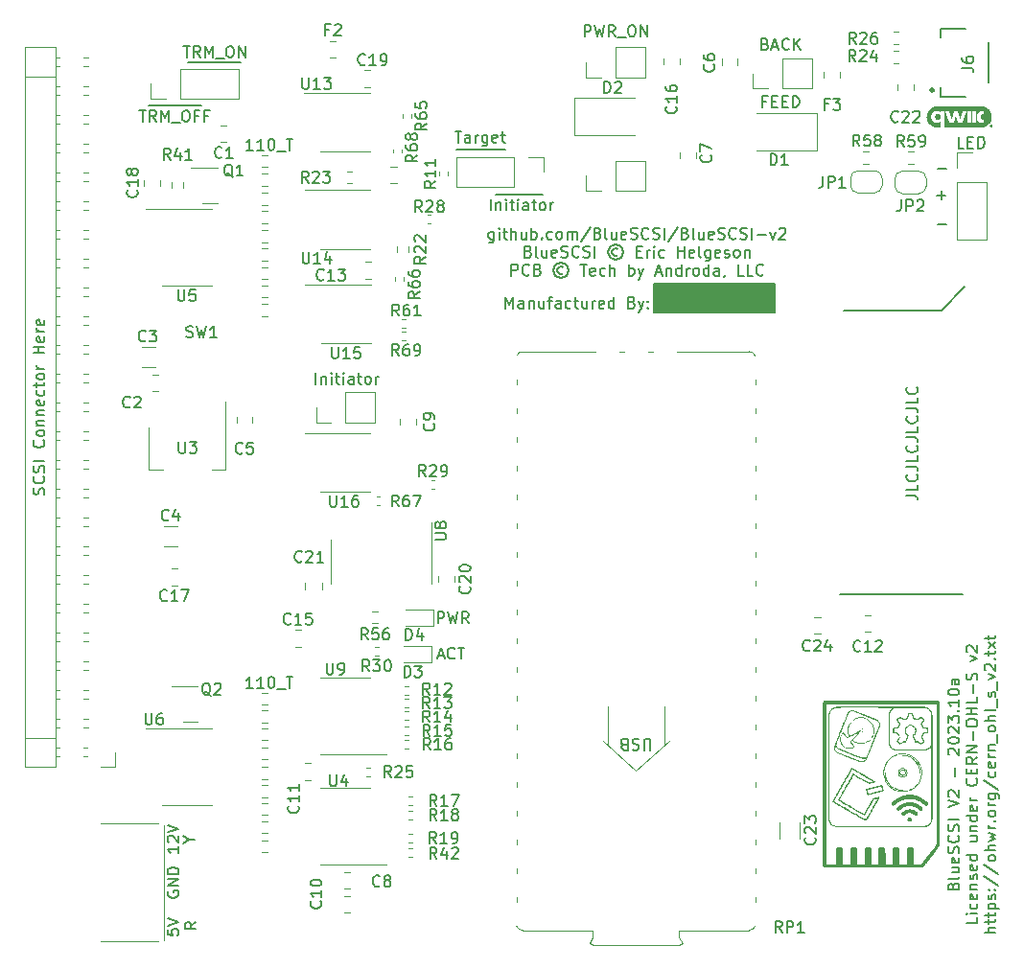
<source format=gbr>
%TF.GenerationSoftware,KiCad,Pcbnew,8.0.4-8.0.4-0~ubuntu22.04.1*%
%TF.CreationDate,2024-07-18T12:52:15-06:00*%
%TF.ProjectId,Desktop_50_Pin_TopConn,4465736b-746f-4705-9f35-305f50696e5f,rev?*%
%TF.SameCoordinates,Original*%
%TF.FileFunction,Legend,Top*%
%TF.FilePolarity,Positive*%
%FSLAX46Y46*%
G04 Gerber Fmt 4.6, Leading zero omitted, Abs format (unit mm)*
G04 Created by KiCad (PCBNEW 8.0.4-8.0.4-0~ubuntu22.04.1) date 2024-07-18 12:52:15*
%MOMM*%
%LPD*%
G01*
G04 APERTURE LIST*
%ADD10C,0.150000*%
%ADD11C,0.120000*%
%ADD12C,0.000000*%
%ADD13C,0.127000*%
%ADD14C,0.300000*%
G04 APERTURE END LIST*
D10*
X157734000Y-88138000D02*
X168402000Y-88138000D01*
X168402000Y-90678000D01*
X157734000Y-90678000D01*
X157734000Y-88138000D01*
G36*
X157734000Y-88138000D02*
G01*
X168402000Y-88138000D01*
X168402000Y-90678000D01*
X157734000Y-90678000D01*
X157734000Y-88138000D01*
G37*
X140261100Y-76276200D02*
X144566400Y-76276200D01*
X174472600Y-90474800D02*
X183083200Y-90474800D01*
X174142400Y-115519200D02*
X184962800Y-115519200D01*
X143728200Y-80289400D02*
X147855700Y-80289400D01*
X183083200Y-90474800D02*
X185166000Y-88392000D01*
X113123980Y-72390000D02*
X117729000Y-72390000D01*
X116537740Y-68529200D02*
X121206260Y-68529200D01*
X116162486Y-67122959D02*
X116733914Y-67122959D01*
X116448200Y-68122959D02*
X116448200Y-67122959D01*
X117638676Y-68122959D02*
X117305343Y-67646768D01*
X117067248Y-68122959D02*
X117067248Y-67122959D01*
X117067248Y-67122959D02*
X117448200Y-67122959D01*
X117448200Y-67122959D02*
X117543438Y-67170578D01*
X117543438Y-67170578D02*
X117591057Y-67218197D01*
X117591057Y-67218197D02*
X117638676Y-67313435D01*
X117638676Y-67313435D02*
X117638676Y-67456292D01*
X117638676Y-67456292D02*
X117591057Y-67551530D01*
X117591057Y-67551530D02*
X117543438Y-67599149D01*
X117543438Y-67599149D02*
X117448200Y-67646768D01*
X117448200Y-67646768D02*
X117067248Y-67646768D01*
X118067248Y-68122959D02*
X118067248Y-67122959D01*
X118067248Y-67122959D02*
X118400581Y-67837244D01*
X118400581Y-67837244D02*
X118733914Y-67122959D01*
X118733914Y-67122959D02*
X118733914Y-68122959D01*
X118972010Y-68218197D02*
X119733914Y-68218197D01*
X120162486Y-67122959D02*
X120352962Y-67122959D01*
X120352962Y-67122959D02*
X120448200Y-67170578D01*
X120448200Y-67170578D02*
X120543438Y-67265816D01*
X120543438Y-67265816D02*
X120591057Y-67456292D01*
X120591057Y-67456292D02*
X120591057Y-67789625D01*
X120591057Y-67789625D02*
X120543438Y-67980101D01*
X120543438Y-67980101D02*
X120448200Y-68075340D01*
X120448200Y-68075340D02*
X120352962Y-68122959D01*
X120352962Y-68122959D02*
X120162486Y-68122959D01*
X120162486Y-68122959D02*
X120067248Y-68075340D01*
X120067248Y-68075340D02*
X119972010Y-67980101D01*
X119972010Y-67980101D02*
X119924391Y-67789625D01*
X119924391Y-67789625D02*
X119924391Y-67456292D01*
X119924391Y-67456292D02*
X119972010Y-67265816D01*
X119972010Y-67265816D02*
X120067248Y-67170578D01*
X120067248Y-67170578D02*
X120162486Y-67122959D01*
X121019629Y-68122959D02*
X121019629Y-67122959D01*
X121019629Y-67122959D02*
X121591057Y-68122959D01*
X121591057Y-68122959D02*
X121591057Y-67122959D01*
X167532457Y-66936209D02*
X167675314Y-66983828D01*
X167675314Y-66983828D02*
X167722933Y-67031447D01*
X167722933Y-67031447D02*
X167770552Y-67126685D01*
X167770552Y-67126685D02*
X167770552Y-67269542D01*
X167770552Y-67269542D02*
X167722933Y-67364780D01*
X167722933Y-67364780D02*
X167675314Y-67412400D01*
X167675314Y-67412400D02*
X167580076Y-67460019D01*
X167580076Y-67460019D02*
X167199124Y-67460019D01*
X167199124Y-67460019D02*
X167199124Y-66460019D01*
X167199124Y-66460019D02*
X167532457Y-66460019D01*
X167532457Y-66460019D02*
X167627695Y-66507638D01*
X167627695Y-66507638D02*
X167675314Y-66555257D01*
X167675314Y-66555257D02*
X167722933Y-66650495D01*
X167722933Y-66650495D02*
X167722933Y-66745733D01*
X167722933Y-66745733D02*
X167675314Y-66840971D01*
X167675314Y-66840971D02*
X167627695Y-66888590D01*
X167627695Y-66888590D02*
X167532457Y-66936209D01*
X167532457Y-66936209D02*
X167199124Y-66936209D01*
X168151505Y-67174304D02*
X168627695Y-67174304D01*
X168056267Y-67460019D02*
X168389600Y-66460019D01*
X168389600Y-66460019D02*
X168722933Y-67460019D01*
X169627695Y-67364780D02*
X169580076Y-67412400D01*
X169580076Y-67412400D02*
X169437219Y-67460019D01*
X169437219Y-67460019D02*
X169341981Y-67460019D01*
X169341981Y-67460019D02*
X169199124Y-67412400D01*
X169199124Y-67412400D02*
X169103886Y-67317161D01*
X169103886Y-67317161D02*
X169056267Y-67221923D01*
X169056267Y-67221923D02*
X169008648Y-67031447D01*
X169008648Y-67031447D02*
X169008648Y-66888590D01*
X169008648Y-66888590D02*
X169056267Y-66698114D01*
X169056267Y-66698114D02*
X169103886Y-66602876D01*
X169103886Y-66602876D02*
X169199124Y-66507638D01*
X169199124Y-66507638D02*
X169341981Y-66460019D01*
X169341981Y-66460019D02*
X169437219Y-66460019D01*
X169437219Y-66460019D02*
X169580076Y-66507638D01*
X169580076Y-66507638D02*
X169627695Y-66555257D01*
X170056267Y-67460019D02*
X170056267Y-66460019D01*
X170627695Y-67460019D02*
X170199124Y-66888590D01*
X170627695Y-66460019D02*
X170056267Y-67031447D01*
X182702248Y-80322866D02*
X183464153Y-80322866D01*
X183083200Y-80703819D02*
X183083200Y-79941914D01*
X138620667Y-118107619D02*
X138620667Y-117107619D01*
X138620667Y-117107619D02*
X139001619Y-117107619D01*
X139001619Y-117107619D02*
X139096857Y-117155238D01*
X139096857Y-117155238D02*
X139144476Y-117202857D01*
X139144476Y-117202857D02*
X139192095Y-117298095D01*
X139192095Y-117298095D02*
X139192095Y-117440952D01*
X139192095Y-117440952D02*
X139144476Y-117536190D01*
X139144476Y-117536190D02*
X139096857Y-117583809D01*
X139096857Y-117583809D02*
X139001619Y-117631428D01*
X139001619Y-117631428D02*
X138620667Y-117631428D01*
X139525429Y-117107619D02*
X139763524Y-118107619D01*
X139763524Y-118107619D02*
X139954000Y-117393333D01*
X139954000Y-117393333D02*
X140144476Y-118107619D01*
X140144476Y-118107619D02*
X140382572Y-117107619D01*
X141334952Y-118107619D02*
X141001619Y-117631428D01*
X140763524Y-118107619D02*
X140763524Y-117107619D01*
X140763524Y-117107619D02*
X141144476Y-117107619D01*
X141144476Y-117107619D02*
X141239714Y-117155238D01*
X141239714Y-117155238D02*
X141287333Y-117202857D01*
X141287333Y-117202857D02*
X141334952Y-117298095D01*
X141334952Y-117298095D02*
X141334952Y-117440952D01*
X141334952Y-117440952D02*
X141287333Y-117536190D01*
X141287333Y-117536190D02*
X141239714Y-117583809D01*
X141239714Y-117583809D02*
X141144476Y-117631428D01*
X141144476Y-117631428D02*
X140763524Y-117631428D01*
X151568495Y-66291619D02*
X151568495Y-65291619D01*
X151568495Y-65291619D02*
X151949447Y-65291619D01*
X151949447Y-65291619D02*
X152044685Y-65339238D01*
X152044685Y-65339238D02*
X152092304Y-65386857D01*
X152092304Y-65386857D02*
X152139923Y-65482095D01*
X152139923Y-65482095D02*
X152139923Y-65624952D01*
X152139923Y-65624952D02*
X152092304Y-65720190D01*
X152092304Y-65720190D02*
X152044685Y-65767809D01*
X152044685Y-65767809D02*
X151949447Y-65815428D01*
X151949447Y-65815428D02*
X151568495Y-65815428D01*
X152473257Y-65291619D02*
X152711352Y-66291619D01*
X152711352Y-66291619D02*
X152901828Y-65577333D01*
X152901828Y-65577333D02*
X153092304Y-66291619D01*
X153092304Y-66291619D02*
X153330400Y-65291619D01*
X154282780Y-66291619D02*
X153949447Y-65815428D01*
X153711352Y-66291619D02*
X153711352Y-65291619D01*
X153711352Y-65291619D02*
X154092304Y-65291619D01*
X154092304Y-65291619D02*
X154187542Y-65339238D01*
X154187542Y-65339238D02*
X154235161Y-65386857D01*
X154235161Y-65386857D02*
X154282780Y-65482095D01*
X154282780Y-65482095D02*
X154282780Y-65624952D01*
X154282780Y-65624952D02*
X154235161Y-65720190D01*
X154235161Y-65720190D02*
X154187542Y-65767809D01*
X154187542Y-65767809D02*
X154092304Y-65815428D01*
X154092304Y-65815428D02*
X153711352Y-65815428D01*
X154473257Y-66386857D02*
X155235161Y-66386857D01*
X155663733Y-65291619D02*
X155854209Y-65291619D01*
X155854209Y-65291619D02*
X155949447Y-65339238D01*
X155949447Y-65339238D02*
X156044685Y-65434476D01*
X156044685Y-65434476D02*
X156092304Y-65624952D01*
X156092304Y-65624952D02*
X156092304Y-65958285D01*
X156092304Y-65958285D02*
X156044685Y-66148761D01*
X156044685Y-66148761D02*
X155949447Y-66244000D01*
X155949447Y-66244000D02*
X155854209Y-66291619D01*
X155854209Y-66291619D02*
X155663733Y-66291619D01*
X155663733Y-66291619D02*
X155568495Y-66244000D01*
X155568495Y-66244000D02*
X155473257Y-66148761D01*
X155473257Y-66148761D02*
X155425638Y-65958285D01*
X155425638Y-65958285D02*
X155425638Y-65624952D01*
X155425638Y-65624952D02*
X155473257Y-65434476D01*
X155473257Y-65434476D02*
X155568495Y-65339238D01*
X155568495Y-65339238D02*
X155663733Y-65291619D01*
X156520876Y-66291619D02*
X156520876Y-65291619D01*
X156520876Y-65291619D02*
X157092304Y-66291619D01*
X157092304Y-66291619D02*
X157092304Y-65291619D01*
X143274514Y-81633219D02*
X143274514Y-80633219D01*
X143750704Y-80966552D02*
X143750704Y-81633219D01*
X143750704Y-81061790D02*
X143798323Y-81014171D01*
X143798323Y-81014171D02*
X143893561Y-80966552D01*
X143893561Y-80966552D02*
X144036418Y-80966552D01*
X144036418Y-80966552D02*
X144131656Y-81014171D01*
X144131656Y-81014171D02*
X144179275Y-81109409D01*
X144179275Y-81109409D02*
X144179275Y-81633219D01*
X144655466Y-81633219D02*
X144655466Y-80966552D01*
X144655466Y-80633219D02*
X144607847Y-80680838D01*
X144607847Y-80680838D02*
X144655466Y-80728457D01*
X144655466Y-80728457D02*
X144703085Y-80680838D01*
X144703085Y-80680838D02*
X144655466Y-80633219D01*
X144655466Y-80633219D02*
X144655466Y-80728457D01*
X144988799Y-80966552D02*
X145369751Y-80966552D01*
X145131656Y-80633219D02*
X145131656Y-81490361D01*
X145131656Y-81490361D02*
X145179275Y-81585600D01*
X145179275Y-81585600D02*
X145274513Y-81633219D01*
X145274513Y-81633219D02*
X145369751Y-81633219D01*
X145703085Y-81633219D02*
X145703085Y-80966552D01*
X145703085Y-80633219D02*
X145655466Y-80680838D01*
X145655466Y-80680838D02*
X145703085Y-80728457D01*
X145703085Y-80728457D02*
X145750704Y-80680838D01*
X145750704Y-80680838D02*
X145703085Y-80633219D01*
X145703085Y-80633219D02*
X145703085Y-80728457D01*
X146607846Y-81633219D02*
X146607846Y-81109409D01*
X146607846Y-81109409D02*
X146560227Y-81014171D01*
X146560227Y-81014171D02*
X146464989Y-80966552D01*
X146464989Y-80966552D02*
X146274513Y-80966552D01*
X146274513Y-80966552D02*
X146179275Y-81014171D01*
X146607846Y-81585600D02*
X146512608Y-81633219D01*
X146512608Y-81633219D02*
X146274513Y-81633219D01*
X146274513Y-81633219D02*
X146179275Y-81585600D01*
X146179275Y-81585600D02*
X146131656Y-81490361D01*
X146131656Y-81490361D02*
X146131656Y-81395123D01*
X146131656Y-81395123D02*
X146179275Y-81299885D01*
X146179275Y-81299885D02*
X146274513Y-81252266D01*
X146274513Y-81252266D02*
X146512608Y-81252266D01*
X146512608Y-81252266D02*
X146607846Y-81204647D01*
X146941180Y-80966552D02*
X147322132Y-80966552D01*
X147084037Y-80633219D02*
X147084037Y-81490361D01*
X147084037Y-81490361D02*
X147131656Y-81585600D01*
X147131656Y-81585600D02*
X147226894Y-81633219D01*
X147226894Y-81633219D02*
X147322132Y-81633219D01*
X147798323Y-81633219D02*
X147703085Y-81585600D01*
X147703085Y-81585600D02*
X147655466Y-81537980D01*
X147655466Y-81537980D02*
X147607847Y-81442742D01*
X147607847Y-81442742D02*
X147607847Y-81157028D01*
X147607847Y-81157028D02*
X147655466Y-81061790D01*
X147655466Y-81061790D02*
X147703085Y-81014171D01*
X147703085Y-81014171D02*
X147798323Y-80966552D01*
X147798323Y-80966552D02*
X147941180Y-80966552D01*
X147941180Y-80966552D02*
X148036418Y-81014171D01*
X148036418Y-81014171D02*
X148084037Y-81061790D01*
X148084037Y-81061790D02*
X148131656Y-81157028D01*
X148131656Y-81157028D02*
X148131656Y-81442742D01*
X148131656Y-81442742D02*
X148084037Y-81537980D01*
X148084037Y-81537980D02*
X148036418Y-81585600D01*
X148036418Y-81585600D02*
X147941180Y-81633219D01*
X147941180Y-81633219D02*
X147798323Y-81633219D01*
X148560228Y-81633219D02*
X148560228Y-80966552D01*
X148560228Y-81157028D02*
X148607847Y-81061790D01*
X148607847Y-81061790D02*
X148655466Y-81014171D01*
X148655466Y-81014171D02*
X148750704Y-80966552D01*
X148750704Y-80966552D02*
X148845942Y-80966552D01*
X143567142Y-83522208D02*
X143567142Y-84331732D01*
X143567142Y-84331732D02*
X143519523Y-84426970D01*
X143519523Y-84426970D02*
X143471904Y-84474589D01*
X143471904Y-84474589D02*
X143376666Y-84522208D01*
X143376666Y-84522208D02*
X143233809Y-84522208D01*
X143233809Y-84522208D02*
X143138571Y-84474589D01*
X143567142Y-84141256D02*
X143471904Y-84188875D01*
X143471904Y-84188875D02*
X143281428Y-84188875D01*
X143281428Y-84188875D02*
X143186190Y-84141256D01*
X143186190Y-84141256D02*
X143138571Y-84093636D01*
X143138571Y-84093636D02*
X143090952Y-83998398D01*
X143090952Y-83998398D02*
X143090952Y-83712684D01*
X143090952Y-83712684D02*
X143138571Y-83617446D01*
X143138571Y-83617446D02*
X143186190Y-83569827D01*
X143186190Y-83569827D02*
X143281428Y-83522208D01*
X143281428Y-83522208D02*
X143471904Y-83522208D01*
X143471904Y-83522208D02*
X143567142Y-83569827D01*
X144043333Y-84188875D02*
X144043333Y-83522208D01*
X144043333Y-83188875D02*
X143995714Y-83236494D01*
X143995714Y-83236494D02*
X144043333Y-83284113D01*
X144043333Y-83284113D02*
X144090952Y-83236494D01*
X144090952Y-83236494D02*
X144043333Y-83188875D01*
X144043333Y-83188875D02*
X144043333Y-83284113D01*
X144376666Y-83522208D02*
X144757618Y-83522208D01*
X144519523Y-83188875D02*
X144519523Y-84046017D01*
X144519523Y-84046017D02*
X144567142Y-84141256D01*
X144567142Y-84141256D02*
X144662380Y-84188875D01*
X144662380Y-84188875D02*
X144757618Y-84188875D01*
X145090952Y-84188875D02*
X145090952Y-83188875D01*
X145519523Y-84188875D02*
X145519523Y-83665065D01*
X145519523Y-83665065D02*
X145471904Y-83569827D01*
X145471904Y-83569827D02*
X145376666Y-83522208D01*
X145376666Y-83522208D02*
X145233809Y-83522208D01*
X145233809Y-83522208D02*
X145138571Y-83569827D01*
X145138571Y-83569827D02*
X145090952Y-83617446D01*
X146424285Y-83522208D02*
X146424285Y-84188875D01*
X145995714Y-83522208D02*
X145995714Y-84046017D01*
X145995714Y-84046017D02*
X146043333Y-84141256D01*
X146043333Y-84141256D02*
X146138571Y-84188875D01*
X146138571Y-84188875D02*
X146281428Y-84188875D01*
X146281428Y-84188875D02*
X146376666Y-84141256D01*
X146376666Y-84141256D02*
X146424285Y-84093636D01*
X146900476Y-84188875D02*
X146900476Y-83188875D01*
X146900476Y-83569827D02*
X146995714Y-83522208D01*
X146995714Y-83522208D02*
X147186190Y-83522208D01*
X147186190Y-83522208D02*
X147281428Y-83569827D01*
X147281428Y-83569827D02*
X147329047Y-83617446D01*
X147329047Y-83617446D02*
X147376666Y-83712684D01*
X147376666Y-83712684D02*
X147376666Y-83998398D01*
X147376666Y-83998398D02*
X147329047Y-84093636D01*
X147329047Y-84093636D02*
X147281428Y-84141256D01*
X147281428Y-84141256D02*
X147186190Y-84188875D01*
X147186190Y-84188875D02*
X146995714Y-84188875D01*
X146995714Y-84188875D02*
X146900476Y-84141256D01*
X147805238Y-84093636D02*
X147852857Y-84141256D01*
X147852857Y-84141256D02*
X147805238Y-84188875D01*
X147805238Y-84188875D02*
X147757619Y-84141256D01*
X147757619Y-84141256D02*
X147805238Y-84093636D01*
X147805238Y-84093636D02*
X147805238Y-84188875D01*
X148709999Y-84141256D02*
X148614761Y-84188875D01*
X148614761Y-84188875D02*
X148424285Y-84188875D01*
X148424285Y-84188875D02*
X148329047Y-84141256D01*
X148329047Y-84141256D02*
X148281428Y-84093636D01*
X148281428Y-84093636D02*
X148233809Y-83998398D01*
X148233809Y-83998398D02*
X148233809Y-83712684D01*
X148233809Y-83712684D02*
X148281428Y-83617446D01*
X148281428Y-83617446D02*
X148329047Y-83569827D01*
X148329047Y-83569827D02*
X148424285Y-83522208D01*
X148424285Y-83522208D02*
X148614761Y-83522208D01*
X148614761Y-83522208D02*
X148709999Y-83569827D01*
X149281428Y-84188875D02*
X149186190Y-84141256D01*
X149186190Y-84141256D02*
X149138571Y-84093636D01*
X149138571Y-84093636D02*
X149090952Y-83998398D01*
X149090952Y-83998398D02*
X149090952Y-83712684D01*
X149090952Y-83712684D02*
X149138571Y-83617446D01*
X149138571Y-83617446D02*
X149186190Y-83569827D01*
X149186190Y-83569827D02*
X149281428Y-83522208D01*
X149281428Y-83522208D02*
X149424285Y-83522208D01*
X149424285Y-83522208D02*
X149519523Y-83569827D01*
X149519523Y-83569827D02*
X149567142Y-83617446D01*
X149567142Y-83617446D02*
X149614761Y-83712684D01*
X149614761Y-83712684D02*
X149614761Y-83998398D01*
X149614761Y-83998398D02*
X149567142Y-84093636D01*
X149567142Y-84093636D02*
X149519523Y-84141256D01*
X149519523Y-84141256D02*
X149424285Y-84188875D01*
X149424285Y-84188875D02*
X149281428Y-84188875D01*
X150043333Y-84188875D02*
X150043333Y-83522208D01*
X150043333Y-83617446D02*
X150090952Y-83569827D01*
X150090952Y-83569827D02*
X150186190Y-83522208D01*
X150186190Y-83522208D02*
X150329047Y-83522208D01*
X150329047Y-83522208D02*
X150424285Y-83569827D01*
X150424285Y-83569827D02*
X150471904Y-83665065D01*
X150471904Y-83665065D02*
X150471904Y-84188875D01*
X150471904Y-83665065D02*
X150519523Y-83569827D01*
X150519523Y-83569827D02*
X150614761Y-83522208D01*
X150614761Y-83522208D02*
X150757618Y-83522208D01*
X150757618Y-83522208D02*
X150852857Y-83569827D01*
X150852857Y-83569827D02*
X150900476Y-83665065D01*
X150900476Y-83665065D02*
X150900476Y-84188875D01*
X152090951Y-83141256D02*
X151233809Y-84426970D01*
X152757618Y-83665065D02*
X152900475Y-83712684D01*
X152900475Y-83712684D02*
X152948094Y-83760303D01*
X152948094Y-83760303D02*
X152995713Y-83855541D01*
X152995713Y-83855541D02*
X152995713Y-83998398D01*
X152995713Y-83998398D02*
X152948094Y-84093636D01*
X152948094Y-84093636D02*
X152900475Y-84141256D01*
X152900475Y-84141256D02*
X152805237Y-84188875D01*
X152805237Y-84188875D02*
X152424285Y-84188875D01*
X152424285Y-84188875D02*
X152424285Y-83188875D01*
X152424285Y-83188875D02*
X152757618Y-83188875D01*
X152757618Y-83188875D02*
X152852856Y-83236494D01*
X152852856Y-83236494D02*
X152900475Y-83284113D01*
X152900475Y-83284113D02*
X152948094Y-83379351D01*
X152948094Y-83379351D02*
X152948094Y-83474589D01*
X152948094Y-83474589D02*
X152900475Y-83569827D01*
X152900475Y-83569827D02*
X152852856Y-83617446D01*
X152852856Y-83617446D02*
X152757618Y-83665065D01*
X152757618Y-83665065D02*
X152424285Y-83665065D01*
X153567142Y-84188875D02*
X153471904Y-84141256D01*
X153471904Y-84141256D02*
X153424285Y-84046017D01*
X153424285Y-84046017D02*
X153424285Y-83188875D01*
X154376666Y-83522208D02*
X154376666Y-84188875D01*
X153948095Y-83522208D02*
X153948095Y-84046017D01*
X153948095Y-84046017D02*
X153995714Y-84141256D01*
X153995714Y-84141256D02*
X154090952Y-84188875D01*
X154090952Y-84188875D02*
X154233809Y-84188875D01*
X154233809Y-84188875D02*
X154329047Y-84141256D01*
X154329047Y-84141256D02*
X154376666Y-84093636D01*
X155233809Y-84141256D02*
X155138571Y-84188875D01*
X155138571Y-84188875D02*
X154948095Y-84188875D01*
X154948095Y-84188875D02*
X154852857Y-84141256D01*
X154852857Y-84141256D02*
X154805238Y-84046017D01*
X154805238Y-84046017D02*
X154805238Y-83665065D01*
X154805238Y-83665065D02*
X154852857Y-83569827D01*
X154852857Y-83569827D02*
X154948095Y-83522208D01*
X154948095Y-83522208D02*
X155138571Y-83522208D01*
X155138571Y-83522208D02*
X155233809Y-83569827D01*
X155233809Y-83569827D02*
X155281428Y-83665065D01*
X155281428Y-83665065D02*
X155281428Y-83760303D01*
X155281428Y-83760303D02*
X154805238Y-83855541D01*
X155662381Y-84141256D02*
X155805238Y-84188875D01*
X155805238Y-84188875D02*
X156043333Y-84188875D01*
X156043333Y-84188875D02*
X156138571Y-84141256D01*
X156138571Y-84141256D02*
X156186190Y-84093636D01*
X156186190Y-84093636D02*
X156233809Y-83998398D01*
X156233809Y-83998398D02*
X156233809Y-83903160D01*
X156233809Y-83903160D02*
X156186190Y-83807922D01*
X156186190Y-83807922D02*
X156138571Y-83760303D01*
X156138571Y-83760303D02*
X156043333Y-83712684D01*
X156043333Y-83712684D02*
X155852857Y-83665065D01*
X155852857Y-83665065D02*
X155757619Y-83617446D01*
X155757619Y-83617446D02*
X155710000Y-83569827D01*
X155710000Y-83569827D02*
X155662381Y-83474589D01*
X155662381Y-83474589D02*
X155662381Y-83379351D01*
X155662381Y-83379351D02*
X155710000Y-83284113D01*
X155710000Y-83284113D02*
X155757619Y-83236494D01*
X155757619Y-83236494D02*
X155852857Y-83188875D01*
X155852857Y-83188875D02*
X156090952Y-83188875D01*
X156090952Y-83188875D02*
X156233809Y-83236494D01*
X157233809Y-84093636D02*
X157186190Y-84141256D01*
X157186190Y-84141256D02*
X157043333Y-84188875D01*
X157043333Y-84188875D02*
X156948095Y-84188875D01*
X156948095Y-84188875D02*
X156805238Y-84141256D01*
X156805238Y-84141256D02*
X156710000Y-84046017D01*
X156710000Y-84046017D02*
X156662381Y-83950779D01*
X156662381Y-83950779D02*
X156614762Y-83760303D01*
X156614762Y-83760303D02*
X156614762Y-83617446D01*
X156614762Y-83617446D02*
X156662381Y-83426970D01*
X156662381Y-83426970D02*
X156710000Y-83331732D01*
X156710000Y-83331732D02*
X156805238Y-83236494D01*
X156805238Y-83236494D02*
X156948095Y-83188875D01*
X156948095Y-83188875D02*
X157043333Y-83188875D01*
X157043333Y-83188875D02*
X157186190Y-83236494D01*
X157186190Y-83236494D02*
X157233809Y-83284113D01*
X157614762Y-84141256D02*
X157757619Y-84188875D01*
X157757619Y-84188875D02*
X157995714Y-84188875D01*
X157995714Y-84188875D02*
X158090952Y-84141256D01*
X158090952Y-84141256D02*
X158138571Y-84093636D01*
X158138571Y-84093636D02*
X158186190Y-83998398D01*
X158186190Y-83998398D02*
X158186190Y-83903160D01*
X158186190Y-83903160D02*
X158138571Y-83807922D01*
X158138571Y-83807922D02*
X158090952Y-83760303D01*
X158090952Y-83760303D02*
X157995714Y-83712684D01*
X157995714Y-83712684D02*
X157805238Y-83665065D01*
X157805238Y-83665065D02*
X157710000Y-83617446D01*
X157710000Y-83617446D02*
X157662381Y-83569827D01*
X157662381Y-83569827D02*
X157614762Y-83474589D01*
X157614762Y-83474589D02*
X157614762Y-83379351D01*
X157614762Y-83379351D02*
X157662381Y-83284113D01*
X157662381Y-83284113D02*
X157710000Y-83236494D01*
X157710000Y-83236494D02*
X157805238Y-83188875D01*
X157805238Y-83188875D02*
X158043333Y-83188875D01*
X158043333Y-83188875D02*
X158186190Y-83236494D01*
X158614762Y-84188875D02*
X158614762Y-83188875D01*
X159805237Y-83141256D02*
X158948095Y-84426970D01*
X160471904Y-83665065D02*
X160614761Y-83712684D01*
X160614761Y-83712684D02*
X160662380Y-83760303D01*
X160662380Y-83760303D02*
X160709999Y-83855541D01*
X160709999Y-83855541D02*
X160709999Y-83998398D01*
X160709999Y-83998398D02*
X160662380Y-84093636D01*
X160662380Y-84093636D02*
X160614761Y-84141256D01*
X160614761Y-84141256D02*
X160519523Y-84188875D01*
X160519523Y-84188875D02*
X160138571Y-84188875D01*
X160138571Y-84188875D02*
X160138571Y-83188875D01*
X160138571Y-83188875D02*
X160471904Y-83188875D01*
X160471904Y-83188875D02*
X160567142Y-83236494D01*
X160567142Y-83236494D02*
X160614761Y-83284113D01*
X160614761Y-83284113D02*
X160662380Y-83379351D01*
X160662380Y-83379351D02*
X160662380Y-83474589D01*
X160662380Y-83474589D02*
X160614761Y-83569827D01*
X160614761Y-83569827D02*
X160567142Y-83617446D01*
X160567142Y-83617446D02*
X160471904Y-83665065D01*
X160471904Y-83665065D02*
X160138571Y-83665065D01*
X161281428Y-84188875D02*
X161186190Y-84141256D01*
X161186190Y-84141256D02*
X161138571Y-84046017D01*
X161138571Y-84046017D02*
X161138571Y-83188875D01*
X162090952Y-83522208D02*
X162090952Y-84188875D01*
X161662381Y-83522208D02*
X161662381Y-84046017D01*
X161662381Y-84046017D02*
X161710000Y-84141256D01*
X161710000Y-84141256D02*
X161805238Y-84188875D01*
X161805238Y-84188875D02*
X161948095Y-84188875D01*
X161948095Y-84188875D02*
X162043333Y-84141256D01*
X162043333Y-84141256D02*
X162090952Y-84093636D01*
X162948095Y-84141256D02*
X162852857Y-84188875D01*
X162852857Y-84188875D02*
X162662381Y-84188875D01*
X162662381Y-84188875D02*
X162567143Y-84141256D01*
X162567143Y-84141256D02*
X162519524Y-84046017D01*
X162519524Y-84046017D02*
X162519524Y-83665065D01*
X162519524Y-83665065D02*
X162567143Y-83569827D01*
X162567143Y-83569827D02*
X162662381Y-83522208D01*
X162662381Y-83522208D02*
X162852857Y-83522208D01*
X162852857Y-83522208D02*
X162948095Y-83569827D01*
X162948095Y-83569827D02*
X162995714Y-83665065D01*
X162995714Y-83665065D02*
X162995714Y-83760303D01*
X162995714Y-83760303D02*
X162519524Y-83855541D01*
X163376667Y-84141256D02*
X163519524Y-84188875D01*
X163519524Y-84188875D02*
X163757619Y-84188875D01*
X163757619Y-84188875D02*
X163852857Y-84141256D01*
X163852857Y-84141256D02*
X163900476Y-84093636D01*
X163900476Y-84093636D02*
X163948095Y-83998398D01*
X163948095Y-83998398D02*
X163948095Y-83903160D01*
X163948095Y-83903160D02*
X163900476Y-83807922D01*
X163900476Y-83807922D02*
X163852857Y-83760303D01*
X163852857Y-83760303D02*
X163757619Y-83712684D01*
X163757619Y-83712684D02*
X163567143Y-83665065D01*
X163567143Y-83665065D02*
X163471905Y-83617446D01*
X163471905Y-83617446D02*
X163424286Y-83569827D01*
X163424286Y-83569827D02*
X163376667Y-83474589D01*
X163376667Y-83474589D02*
X163376667Y-83379351D01*
X163376667Y-83379351D02*
X163424286Y-83284113D01*
X163424286Y-83284113D02*
X163471905Y-83236494D01*
X163471905Y-83236494D02*
X163567143Y-83188875D01*
X163567143Y-83188875D02*
X163805238Y-83188875D01*
X163805238Y-83188875D02*
X163948095Y-83236494D01*
X164948095Y-84093636D02*
X164900476Y-84141256D01*
X164900476Y-84141256D02*
X164757619Y-84188875D01*
X164757619Y-84188875D02*
X164662381Y-84188875D01*
X164662381Y-84188875D02*
X164519524Y-84141256D01*
X164519524Y-84141256D02*
X164424286Y-84046017D01*
X164424286Y-84046017D02*
X164376667Y-83950779D01*
X164376667Y-83950779D02*
X164329048Y-83760303D01*
X164329048Y-83760303D02*
X164329048Y-83617446D01*
X164329048Y-83617446D02*
X164376667Y-83426970D01*
X164376667Y-83426970D02*
X164424286Y-83331732D01*
X164424286Y-83331732D02*
X164519524Y-83236494D01*
X164519524Y-83236494D02*
X164662381Y-83188875D01*
X164662381Y-83188875D02*
X164757619Y-83188875D01*
X164757619Y-83188875D02*
X164900476Y-83236494D01*
X164900476Y-83236494D02*
X164948095Y-83284113D01*
X165329048Y-84141256D02*
X165471905Y-84188875D01*
X165471905Y-84188875D02*
X165710000Y-84188875D01*
X165710000Y-84188875D02*
X165805238Y-84141256D01*
X165805238Y-84141256D02*
X165852857Y-84093636D01*
X165852857Y-84093636D02*
X165900476Y-83998398D01*
X165900476Y-83998398D02*
X165900476Y-83903160D01*
X165900476Y-83903160D02*
X165852857Y-83807922D01*
X165852857Y-83807922D02*
X165805238Y-83760303D01*
X165805238Y-83760303D02*
X165710000Y-83712684D01*
X165710000Y-83712684D02*
X165519524Y-83665065D01*
X165519524Y-83665065D02*
X165424286Y-83617446D01*
X165424286Y-83617446D02*
X165376667Y-83569827D01*
X165376667Y-83569827D02*
X165329048Y-83474589D01*
X165329048Y-83474589D02*
X165329048Y-83379351D01*
X165329048Y-83379351D02*
X165376667Y-83284113D01*
X165376667Y-83284113D02*
X165424286Y-83236494D01*
X165424286Y-83236494D02*
X165519524Y-83188875D01*
X165519524Y-83188875D02*
X165757619Y-83188875D01*
X165757619Y-83188875D02*
X165900476Y-83236494D01*
X166329048Y-84188875D02*
X166329048Y-83188875D01*
X166805238Y-83807922D02*
X167567143Y-83807922D01*
X167948095Y-83522208D02*
X168186190Y-84188875D01*
X168186190Y-84188875D02*
X168424285Y-83522208D01*
X168757619Y-83284113D02*
X168805238Y-83236494D01*
X168805238Y-83236494D02*
X168900476Y-83188875D01*
X168900476Y-83188875D02*
X169138571Y-83188875D01*
X169138571Y-83188875D02*
X169233809Y-83236494D01*
X169233809Y-83236494D02*
X169281428Y-83284113D01*
X169281428Y-83284113D02*
X169329047Y-83379351D01*
X169329047Y-83379351D02*
X169329047Y-83474589D01*
X169329047Y-83474589D02*
X169281428Y-83617446D01*
X169281428Y-83617446D02*
X168710000Y-84188875D01*
X168710000Y-84188875D02*
X169329047Y-84188875D01*
X146614760Y-85275009D02*
X146757617Y-85322628D01*
X146757617Y-85322628D02*
X146805236Y-85370247D01*
X146805236Y-85370247D02*
X146852855Y-85465485D01*
X146852855Y-85465485D02*
X146852855Y-85608342D01*
X146852855Y-85608342D02*
X146805236Y-85703580D01*
X146805236Y-85703580D02*
X146757617Y-85751200D01*
X146757617Y-85751200D02*
X146662379Y-85798819D01*
X146662379Y-85798819D02*
X146281427Y-85798819D01*
X146281427Y-85798819D02*
X146281427Y-84798819D01*
X146281427Y-84798819D02*
X146614760Y-84798819D01*
X146614760Y-84798819D02*
X146709998Y-84846438D01*
X146709998Y-84846438D02*
X146757617Y-84894057D01*
X146757617Y-84894057D02*
X146805236Y-84989295D01*
X146805236Y-84989295D02*
X146805236Y-85084533D01*
X146805236Y-85084533D02*
X146757617Y-85179771D01*
X146757617Y-85179771D02*
X146709998Y-85227390D01*
X146709998Y-85227390D02*
X146614760Y-85275009D01*
X146614760Y-85275009D02*
X146281427Y-85275009D01*
X147424284Y-85798819D02*
X147329046Y-85751200D01*
X147329046Y-85751200D02*
X147281427Y-85655961D01*
X147281427Y-85655961D02*
X147281427Y-84798819D01*
X148233808Y-85132152D02*
X148233808Y-85798819D01*
X147805237Y-85132152D02*
X147805237Y-85655961D01*
X147805237Y-85655961D02*
X147852856Y-85751200D01*
X147852856Y-85751200D02*
X147948094Y-85798819D01*
X147948094Y-85798819D02*
X148090951Y-85798819D01*
X148090951Y-85798819D02*
X148186189Y-85751200D01*
X148186189Y-85751200D02*
X148233808Y-85703580D01*
X149090951Y-85751200D02*
X148995713Y-85798819D01*
X148995713Y-85798819D02*
X148805237Y-85798819D01*
X148805237Y-85798819D02*
X148709999Y-85751200D01*
X148709999Y-85751200D02*
X148662380Y-85655961D01*
X148662380Y-85655961D02*
X148662380Y-85275009D01*
X148662380Y-85275009D02*
X148709999Y-85179771D01*
X148709999Y-85179771D02*
X148805237Y-85132152D01*
X148805237Y-85132152D02*
X148995713Y-85132152D01*
X148995713Y-85132152D02*
X149090951Y-85179771D01*
X149090951Y-85179771D02*
X149138570Y-85275009D01*
X149138570Y-85275009D02*
X149138570Y-85370247D01*
X149138570Y-85370247D02*
X148662380Y-85465485D01*
X149519523Y-85751200D02*
X149662380Y-85798819D01*
X149662380Y-85798819D02*
X149900475Y-85798819D01*
X149900475Y-85798819D02*
X149995713Y-85751200D01*
X149995713Y-85751200D02*
X150043332Y-85703580D01*
X150043332Y-85703580D02*
X150090951Y-85608342D01*
X150090951Y-85608342D02*
X150090951Y-85513104D01*
X150090951Y-85513104D02*
X150043332Y-85417866D01*
X150043332Y-85417866D02*
X149995713Y-85370247D01*
X149995713Y-85370247D02*
X149900475Y-85322628D01*
X149900475Y-85322628D02*
X149709999Y-85275009D01*
X149709999Y-85275009D02*
X149614761Y-85227390D01*
X149614761Y-85227390D02*
X149567142Y-85179771D01*
X149567142Y-85179771D02*
X149519523Y-85084533D01*
X149519523Y-85084533D02*
X149519523Y-84989295D01*
X149519523Y-84989295D02*
X149567142Y-84894057D01*
X149567142Y-84894057D02*
X149614761Y-84846438D01*
X149614761Y-84846438D02*
X149709999Y-84798819D01*
X149709999Y-84798819D02*
X149948094Y-84798819D01*
X149948094Y-84798819D02*
X150090951Y-84846438D01*
X151090951Y-85703580D02*
X151043332Y-85751200D01*
X151043332Y-85751200D02*
X150900475Y-85798819D01*
X150900475Y-85798819D02*
X150805237Y-85798819D01*
X150805237Y-85798819D02*
X150662380Y-85751200D01*
X150662380Y-85751200D02*
X150567142Y-85655961D01*
X150567142Y-85655961D02*
X150519523Y-85560723D01*
X150519523Y-85560723D02*
X150471904Y-85370247D01*
X150471904Y-85370247D02*
X150471904Y-85227390D01*
X150471904Y-85227390D02*
X150519523Y-85036914D01*
X150519523Y-85036914D02*
X150567142Y-84941676D01*
X150567142Y-84941676D02*
X150662380Y-84846438D01*
X150662380Y-84846438D02*
X150805237Y-84798819D01*
X150805237Y-84798819D02*
X150900475Y-84798819D01*
X150900475Y-84798819D02*
X151043332Y-84846438D01*
X151043332Y-84846438D02*
X151090951Y-84894057D01*
X151471904Y-85751200D02*
X151614761Y-85798819D01*
X151614761Y-85798819D02*
X151852856Y-85798819D01*
X151852856Y-85798819D02*
X151948094Y-85751200D01*
X151948094Y-85751200D02*
X151995713Y-85703580D01*
X151995713Y-85703580D02*
X152043332Y-85608342D01*
X152043332Y-85608342D02*
X152043332Y-85513104D01*
X152043332Y-85513104D02*
X151995713Y-85417866D01*
X151995713Y-85417866D02*
X151948094Y-85370247D01*
X151948094Y-85370247D02*
X151852856Y-85322628D01*
X151852856Y-85322628D02*
X151662380Y-85275009D01*
X151662380Y-85275009D02*
X151567142Y-85227390D01*
X151567142Y-85227390D02*
X151519523Y-85179771D01*
X151519523Y-85179771D02*
X151471904Y-85084533D01*
X151471904Y-85084533D02*
X151471904Y-84989295D01*
X151471904Y-84989295D02*
X151519523Y-84894057D01*
X151519523Y-84894057D02*
X151567142Y-84846438D01*
X151567142Y-84846438D02*
X151662380Y-84798819D01*
X151662380Y-84798819D02*
X151900475Y-84798819D01*
X151900475Y-84798819D02*
X152043332Y-84846438D01*
X152471904Y-85798819D02*
X152471904Y-84798819D01*
X154519523Y-85036914D02*
X154424284Y-84989295D01*
X154424284Y-84989295D02*
X154233808Y-84989295D01*
X154233808Y-84989295D02*
X154138570Y-85036914D01*
X154138570Y-85036914D02*
X154043332Y-85132152D01*
X154043332Y-85132152D02*
X153995713Y-85227390D01*
X153995713Y-85227390D02*
X153995713Y-85417866D01*
X153995713Y-85417866D02*
X154043332Y-85513104D01*
X154043332Y-85513104D02*
X154138570Y-85608342D01*
X154138570Y-85608342D02*
X154233808Y-85655961D01*
X154233808Y-85655961D02*
X154424284Y-85655961D01*
X154424284Y-85655961D02*
X154519523Y-85608342D01*
X154329046Y-84655961D02*
X154090951Y-84703580D01*
X154090951Y-84703580D02*
X153852856Y-84846438D01*
X153852856Y-84846438D02*
X153709999Y-85084533D01*
X153709999Y-85084533D02*
X153662380Y-85322628D01*
X153662380Y-85322628D02*
X153709999Y-85560723D01*
X153709999Y-85560723D02*
X153852856Y-85798819D01*
X153852856Y-85798819D02*
X154090951Y-85941676D01*
X154090951Y-85941676D02*
X154329046Y-85989295D01*
X154329046Y-85989295D02*
X154567142Y-85941676D01*
X154567142Y-85941676D02*
X154805237Y-85798819D01*
X154805237Y-85798819D02*
X154948094Y-85560723D01*
X154948094Y-85560723D02*
X154995713Y-85322628D01*
X154995713Y-85322628D02*
X154948094Y-85084533D01*
X154948094Y-85084533D02*
X154805237Y-84846438D01*
X154805237Y-84846438D02*
X154567142Y-84703580D01*
X154567142Y-84703580D02*
X154329046Y-84655961D01*
X156186190Y-85275009D02*
X156519523Y-85275009D01*
X156662380Y-85798819D02*
X156186190Y-85798819D01*
X156186190Y-85798819D02*
X156186190Y-84798819D01*
X156186190Y-84798819D02*
X156662380Y-84798819D01*
X157090952Y-85798819D02*
X157090952Y-85132152D01*
X157090952Y-85322628D02*
X157138571Y-85227390D01*
X157138571Y-85227390D02*
X157186190Y-85179771D01*
X157186190Y-85179771D02*
X157281428Y-85132152D01*
X157281428Y-85132152D02*
X157376666Y-85132152D01*
X157710000Y-85798819D02*
X157710000Y-85132152D01*
X157710000Y-84798819D02*
X157662381Y-84846438D01*
X157662381Y-84846438D02*
X157710000Y-84894057D01*
X157710000Y-84894057D02*
X157757619Y-84846438D01*
X157757619Y-84846438D02*
X157710000Y-84798819D01*
X157710000Y-84798819D02*
X157710000Y-84894057D01*
X158614761Y-85751200D02*
X158519523Y-85798819D01*
X158519523Y-85798819D02*
X158329047Y-85798819D01*
X158329047Y-85798819D02*
X158233809Y-85751200D01*
X158233809Y-85751200D02*
X158186190Y-85703580D01*
X158186190Y-85703580D02*
X158138571Y-85608342D01*
X158138571Y-85608342D02*
X158138571Y-85322628D01*
X158138571Y-85322628D02*
X158186190Y-85227390D01*
X158186190Y-85227390D02*
X158233809Y-85179771D01*
X158233809Y-85179771D02*
X158329047Y-85132152D01*
X158329047Y-85132152D02*
X158519523Y-85132152D01*
X158519523Y-85132152D02*
X158614761Y-85179771D01*
X159805238Y-85798819D02*
X159805238Y-84798819D01*
X159805238Y-85275009D02*
X160376666Y-85275009D01*
X160376666Y-85798819D02*
X160376666Y-84798819D01*
X161233809Y-85751200D02*
X161138571Y-85798819D01*
X161138571Y-85798819D02*
X160948095Y-85798819D01*
X160948095Y-85798819D02*
X160852857Y-85751200D01*
X160852857Y-85751200D02*
X160805238Y-85655961D01*
X160805238Y-85655961D02*
X160805238Y-85275009D01*
X160805238Y-85275009D02*
X160852857Y-85179771D01*
X160852857Y-85179771D02*
X160948095Y-85132152D01*
X160948095Y-85132152D02*
X161138571Y-85132152D01*
X161138571Y-85132152D02*
X161233809Y-85179771D01*
X161233809Y-85179771D02*
X161281428Y-85275009D01*
X161281428Y-85275009D02*
X161281428Y-85370247D01*
X161281428Y-85370247D02*
X160805238Y-85465485D01*
X161852857Y-85798819D02*
X161757619Y-85751200D01*
X161757619Y-85751200D02*
X161710000Y-85655961D01*
X161710000Y-85655961D02*
X161710000Y-84798819D01*
X162662381Y-85132152D02*
X162662381Y-85941676D01*
X162662381Y-85941676D02*
X162614762Y-86036914D01*
X162614762Y-86036914D02*
X162567143Y-86084533D01*
X162567143Y-86084533D02*
X162471905Y-86132152D01*
X162471905Y-86132152D02*
X162329048Y-86132152D01*
X162329048Y-86132152D02*
X162233810Y-86084533D01*
X162662381Y-85751200D02*
X162567143Y-85798819D01*
X162567143Y-85798819D02*
X162376667Y-85798819D01*
X162376667Y-85798819D02*
X162281429Y-85751200D01*
X162281429Y-85751200D02*
X162233810Y-85703580D01*
X162233810Y-85703580D02*
X162186191Y-85608342D01*
X162186191Y-85608342D02*
X162186191Y-85322628D01*
X162186191Y-85322628D02*
X162233810Y-85227390D01*
X162233810Y-85227390D02*
X162281429Y-85179771D01*
X162281429Y-85179771D02*
X162376667Y-85132152D01*
X162376667Y-85132152D02*
X162567143Y-85132152D01*
X162567143Y-85132152D02*
X162662381Y-85179771D01*
X163519524Y-85751200D02*
X163424286Y-85798819D01*
X163424286Y-85798819D02*
X163233810Y-85798819D01*
X163233810Y-85798819D02*
X163138572Y-85751200D01*
X163138572Y-85751200D02*
X163090953Y-85655961D01*
X163090953Y-85655961D02*
X163090953Y-85275009D01*
X163090953Y-85275009D02*
X163138572Y-85179771D01*
X163138572Y-85179771D02*
X163233810Y-85132152D01*
X163233810Y-85132152D02*
X163424286Y-85132152D01*
X163424286Y-85132152D02*
X163519524Y-85179771D01*
X163519524Y-85179771D02*
X163567143Y-85275009D01*
X163567143Y-85275009D02*
X163567143Y-85370247D01*
X163567143Y-85370247D02*
X163090953Y-85465485D01*
X163948096Y-85751200D02*
X164043334Y-85798819D01*
X164043334Y-85798819D02*
X164233810Y-85798819D01*
X164233810Y-85798819D02*
X164329048Y-85751200D01*
X164329048Y-85751200D02*
X164376667Y-85655961D01*
X164376667Y-85655961D02*
X164376667Y-85608342D01*
X164376667Y-85608342D02*
X164329048Y-85513104D01*
X164329048Y-85513104D02*
X164233810Y-85465485D01*
X164233810Y-85465485D02*
X164090953Y-85465485D01*
X164090953Y-85465485D02*
X163995715Y-85417866D01*
X163995715Y-85417866D02*
X163948096Y-85322628D01*
X163948096Y-85322628D02*
X163948096Y-85275009D01*
X163948096Y-85275009D02*
X163995715Y-85179771D01*
X163995715Y-85179771D02*
X164090953Y-85132152D01*
X164090953Y-85132152D02*
X164233810Y-85132152D01*
X164233810Y-85132152D02*
X164329048Y-85179771D01*
X164948096Y-85798819D02*
X164852858Y-85751200D01*
X164852858Y-85751200D02*
X164805239Y-85703580D01*
X164805239Y-85703580D02*
X164757620Y-85608342D01*
X164757620Y-85608342D02*
X164757620Y-85322628D01*
X164757620Y-85322628D02*
X164805239Y-85227390D01*
X164805239Y-85227390D02*
X164852858Y-85179771D01*
X164852858Y-85179771D02*
X164948096Y-85132152D01*
X164948096Y-85132152D02*
X165090953Y-85132152D01*
X165090953Y-85132152D02*
X165186191Y-85179771D01*
X165186191Y-85179771D02*
X165233810Y-85227390D01*
X165233810Y-85227390D02*
X165281429Y-85322628D01*
X165281429Y-85322628D02*
X165281429Y-85608342D01*
X165281429Y-85608342D02*
X165233810Y-85703580D01*
X165233810Y-85703580D02*
X165186191Y-85751200D01*
X165186191Y-85751200D02*
X165090953Y-85798819D01*
X165090953Y-85798819D02*
X164948096Y-85798819D01*
X165710001Y-85132152D02*
X165710001Y-85798819D01*
X165710001Y-85227390D02*
X165757620Y-85179771D01*
X165757620Y-85179771D02*
X165852858Y-85132152D01*
X165852858Y-85132152D02*
X165995715Y-85132152D01*
X165995715Y-85132152D02*
X166090953Y-85179771D01*
X166090953Y-85179771D02*
X166138572Y-85275009D01*
X166138572Y-85275009D02*
X166138572Y-85798819D01*
X145114760Y-87408763D02*
X145114760Y-86408763D01*
X145114760Y-86408763D02*
X145495712Y-86408763D01*
X145495712Y-86408763D02*
X145590950Y-86456382D01*
X145590950Y-86456382D02*
X145638569Y-86504001D01*
X145638569Y-86504001D02*
X145686188Y-86599239D01*
X145686188Y-86599239D02*
X145686188Y-86742096D01*
X145686188Y-86742096D02*
X145638569Y-86837334D01*
X145638569Y-86837334D02*
X145590950Y-86884953D01*
X145590950Y-86884953D02*
X145495712Y-86932572D01*
X145495712Y-86932572D02*
X145114760Y-86932572D01*
X146686188Y-87313524D02*
X146638569Y-87361144D01*
X146638569Y-87361144D02*
X146495712Y-87408763D01*
X146495712Y-87408763D02*
X146400474Y-87408763D01*
X146400474Y-87408763D02*
X146257617Y-87361144D01*
X146257617Y-87361144D02*
X146162379Y-87265905D01*
X146162379Y-87265905D02*
X146114760Y-87170667D01*
X146114760Y-87170667D02*
X146067141Y-86980191D01*
X146067141Y-86980191D02*
X146067141Y-86837334D01*
X146067141Y-86837334D02*
X146114760Y-86646858D01*
X146114760Y-86646858D02*
X146162379Y-86551620D01*
X146162379Y-86551620D02*
X146257617Y-86456382D01*
X146257617Y-86456382D02*
X146400474Y-86408763D01*
X146400474Y-86408763D02*
X146495712Y-86408763D01*
X146495712Y-86408763D02*
X146638569Y-86456382D01*
X146638569Y-86456382D02*
X146686188Y-86504001D01*
X147448093Y-86884953D02*
X147590950Y-86932572D01*
X147590950Y-86932572D02*
X147638569Y-86980191D01*
X147638569Y-86980191D02*
X147686188Y-87075429D01*
X147686188Y-87075429D02*
X147686188Y-87218286D01*
X147686188Y-87218286D02*
X147638569Y-87313524D01*
X147638569Y-87313524D02*
X147590950Y-87361144D01*
X147590950Y-87361144D02*
X147495712Y-87408763D01*
X147495712Y-87408763D02*
X147114760Y-87408763D01*
X147114760Y-87408763D02*
X147114760Y-86408763D01*
X147114760Y-86408763D02*
X147448093Y-86408763D01*
X147448093Y-86408763D02*
X147543331Y-86456382D01*
X147543331Y-86456382D02*
X147590950Y-86504001D01*
X147590950Y-86504001D02*
X147638569Y-86599239D01*
X147638569Y-86599239D02*
X147638569Y-86694477D01*
X147638569Y-86694477D02*
X147590950Y-86789715D01*
X147590950Y-86789715D02*
X147543331Y-86837334D01*
X147543331Y-86837334D02*
X147448093Y-86884953D01*
X147448093Y-86884953D02*
X147114760Y-86884953D01*
X149686189Y-86646858D02*
X149590950Y-86599239D01*
X149590950Y-86599239D02*
X149400474Y-86599239D01*
X149400474Y-86599239D02*
X149305236Y-86646858D01*
X149305236Y-86646858D02*
X149209998Y-86742096D01*
X149209998Y-86742096D02*
X149162379Y-86837334D01*
X149162379Y-86837334D02*
X149162379Y-87027810D01*
X149162379Y-87027810D02*
X149209998Y-87123048D01*
X149209998Y-87123048D02*
X149305236Y-87218286D01*
X149305236Y-87218286D02*
X149400474Y-87265905D01*
X149400474Y-87265905D02*
X149590950Y-87265905D01*
X149590950Y-87265905D02*
X149686189Y-87218286D01*
X149495712Y-86265905D02*
X149257617Y-86313524D01*
X149257617Y-86313524D02*
X149019522Y-86456382D01*
X149019522Y-86456382D02*
X148876665Y-86694477D01*
X148876665Y-86694477D02*
X148829046Y-86932572D01*
X148829046Y-86932572D02*
X148876665Y-87170667D01*
X148876665Y-87170667D02*
X149019522Y-87408763D01*
X149019522Y-87408763D02*
X149257617Y-87551620D01*
X149257617Y-87551620D02*
X149495712Y-87599239D01*
X149495712Y-87599239D02*
X149733808Y-87551620D01*
X149733808Y-87551620D02*
X149971903Y-87408763D01*
X149971903Y-87408763D02*
X150114760Y-87170667D01*
X150114760Y-87170667D02*
X150162379Y-86932572D01*
X150162379Y-86932572D02*
X150114760Y-86694477D01*
X150114760Y-86694477D02*
X149971903Y-86456382D01*
X149971903Y-86456382D02*
X149733808Y-86313524D01*
X149733808Y-86313524D02*
X149495712Y-86265905D01*
X151209999Y-86408763D02*
X151781427Y-86408763D01*
X151495713Y-87408763D02*
X151495713Y-86408763D01*
X152495713Y-87361144D02*
X152400475Y-87408763D01*
X152400475Y-87408763D02*
X152209999Y-87408763D01*
X152209999Y-87408763D02*
X152114761Y-87361144D01*
X152114761Y-87361144D02*
X152067142Y-87265905D01*
X152067142Y-87265905D02*
X152067142Y-86884953D01*
X152067142Y-86884953D02*
X152114761Y-86789715D01*
X152114761Y-86789715D02*
X152209999Y-86742096D01*
X152209999Y-86742096D02*
X152400475Y-86742096D01*
X152400475Y-86742096D02*
X152495713Y-86789715D01*
X152495713Y-86789715D02*
X152543332Y-86884953D01*
X152543332Y-86884953D02*
X152543332Y-86980191D01*
X152543332Y-86980191D02*
X152067142Y-87075429D01*
X153400475Y-87361144D02*
X153305237Y-87408763D01*
X153305237Y-87408763D02*
X153114761Y-87408763D01*
X153114761Y-87408763D02*
X153019523Y-87361144D01*
X153019523Y-87361144D02*
X152971904Y-87313524D01*
X152971904Y-87313524D02*
X152924285Y-87218286D01*
X152924285Y-87218286D02*
X152924285Y-86932572D01*
X152924285Y-86932572D02*
X152971904Y-86837334D01*
X152971904Y-86837334D02*
X153019523Y-86789715D01*
X153019523Y-86789715D02*
X153114761Y-86742096D01*
X153114761Y-86742096D02*
X153305237Y-86742096D01*
X153305237Y-86742096D02*
X153400475Y-86789715D01*
X153829047Y-87408763D02*
X153829047Y-86408763D01*
X154257618Y-87408763D02*
X154257618Y-86884953D01*
X154257618Y-86884953D02*
X154209999Y-86789715D01*
X154209999Y-86789715D02*
X154114761Y-86742096D01*
X154114761Y-86742096D02*
X153971904Y-86742096D01*
X153971904Y-86742096D02*
X153876666Y-86789715D01*
X153876666Y-86789715D02*
X153829047Y-86837334D01*
X155495714Y-87408763D02*
X155495714Y-86408763D01*
X155495714Y-86789715D02*
X155590952Y-86742096D01*
X155590952Y-86742096D02*
X155781428Y-86742096D01*
X155781428Y-86742096D02*
X155876666Y-86789715D01*
X155876666Y-86789715D02*
X155924285Y-86837334D01*
X155924285Y-86837334D02*
X155971904Y-86932572D01*
X155971904Y-86932572D02*
X155971904Y-87218286D01*
X155971904Y-87218286D02*
X155924285Y-87313524D01*
X155924285Y-87313524D02*
X155876666Y-87361144D01*
X155876666Y-87361144D02*
X155781428Y-87408763D01*
X155781428Y-87408763D02*
X155590952Y-87408763D01*
X155590952Y-87408763D02*
X155495714Y-87361144D01*
X156305238Y-86742096D02*
X156543333Y-87408763D01*
X156781428Y-86742096D02*
X156543333Y-87408763D01*
X156543333Y-87408763D02*
X156448095Y-87646858D01*
X156448095Y-87646858D02*
X156400476Y-87694477D01*
X156400476Y-87694477D02*
X156305238Y-87742096D01*
X157876667Y-87123048D02*
X158352857Y-87123048D01*
X157781429Y-87408763D02*
X158114762Y-86408763D01*
X158114762Y-86408763D02*
X158448095Y-87408763D01*
X158781429Y-86742096D02*
X158781429Y-87408763D01*
X158781429Y-86837334D02*
X158829048Y-86789715D01*
X158829048Y-86789715D02*
X158924286Y-86742096D01*
X158924286Y-86742096D02*
X159067143Y-86742096D01*
X159067143Y-86742096D02*
X159162381Y-86789715D01*
X159162381Y-86789715D02*
X159210000Y-86884953D01*
X159210000Y-86884953D02*
X159210000Y-87408763D01*
X160114762Y-87408763D02*
X160114762Y-86408763D01*
X160114762Y-87361144D02*
X160019524Y-87408763D01*
X160019524Y-87408763D02*
X159829048Y-87408763D01*
X159829048Y-87408763D02*
X159733810Y-87361144D01*
X159733810Y-87361144D02*
X159686191Y-87313524D01*
X159686191Y-87313524D02*
X159638572Y-87218286D01*
X159638572Y-87218286D02*
X159638572Y-86932572D01*
X159638572Y-86932572D02*
X159686191Y-86837334D01*
X159686191Y-86837334D02*
X159733810Y-86789715D01*
X159733810Y-86789715D02*
X159829048Y-86742096D01*
X159829048Y-86742096D02*
X160019524Y-86742096D01*
X160019524Y-86742096D02*
X160114762Y-86789715D01*
X160590953Y-87408763D02*
X160590953Y-86742096D01*
X160590953Y-86932572D02*
X160638572Y-86837334D01*
X160638572Y-86837334D02*
X160686191Y-86789715D01*
X160686191Y-86789715D02*
X160781429Y-86742096D01*
X160781429Y-86742096D02*
X160876667Y-86742096D01*
X161352858Y-87408763D02*
X161257620Y-87361144D01*
X161257620Y-87361144D02*
X161210001Y-87313524D01*
X161210001Y-87313524D02*
X161162382Y-87218286D01*
X161162382Y-87218286D02*
X161162382Y-86932572D01*
X161162382Y-86932572D02*
X161210001Y-86837334D01*
X161210001Y-86837334D02*
X161257620Y-86789715D01*
X161257620Y-86789715D02*
X161352858Y-86742096D01*
X161352858Y-86742096D02*
X161495715Y-86742096D01*
X161495715Y-86742096D02*
X161590953Y-86789715D01*
X161590953Y-86789715D02*
X161638572Y-86837334D01*
X161638572Y-86837334D02*
X161686191Y-86932572D01*
X161686191Y-86932572D02*
X161686191Y-87218286D01*
X161686191Y-87218286D02*
X161638572Y-87313524D01*
X161638572Y-87313524D02*
X161590953Y-87361144D01*
X161590953Y-87361144D02*
X161495715Y-87408763D01*
X161495715Y-87408763D02*
X161352858Y-87408763D01*
X162543334Y-87408763D02*
X162543334Y-86408763D01*
X162543334Y-87361144D02*
X162448096Y-87408763D01*
X162448096Y-87408763D02*
X162257620Y-87408763D01*
X162257620Y-87408763D02*
X162162382Y-87361144D01*
X162162382Y-87361144D02*
X162114763Y-87313524D01*
X162114763Y-87313524D02*
X162067144Y-87218286D01*
X162067144Y-87218286D02*
X162067144Y-86932572D01*
X162067144Y-86932572D02*
X162114763Y-86837334D01*
X162114763Y-86837334D02*
X162162382Y-86789715D01*
X162162382Y-86789715D02*
X162257620Y-86742096D01*
X162257620Y-86742096D02*
X162448096Y-86742096D01*
X162448096Y-86742096D02*
X162543334Y-86789715D01*
X163448096Y-87408763D02*
X163448096Y-86884953D01*
X163448096Y-86884953D02*
X163400477Y-86789715D01*
X163400477Y-86789715D02*
X163305239Y-86742096D01*
X163305239Y-86742096D02*
X163114763Y-86742096D01*
X163114763Y-86742096D02*
X163019525Y-86789715D01*
X163448096Y-87361144D02*
X163352858Y-87408763D01*
X163352858Y-87408763D02*
X163114763Y-87408763D01*
X163114763Y-87408763D02*
X163019525Y-87361144D01*
X163019525Y-87361144D02*
X162971906Y-87265905D01*
X162971906Y-87265905D02*
X162971906Y-87170667D01*
X162971906Y-87170667D02*
X163019525Y-87075429D01*
X163019525Y-87075429D02*
X163114763Y-87027810D01*
X163114763Y-87027810D02*
X163352858Y-87027810D01*
X163352858Y-87027810D02*
X163448096Y-86980191D01*
X163971906Y-87361144D02*
X163971906Y-87408763D01*
X163971906Y-87408763D02*
X163924287Y-87504001D01*
X163924287Y-87504001D02*
X163876668Y-87551620D01*
X165638572Y-87408763D02*
X165162382Y-87408763D01*
X165162382Y-87408763D02*
X165162382Y-86408763D01*
X166448096Y-87408763D02*
X165971906Y-87408763D01*
X165971906Y-87408763D02*
X165971906Y-86408763D01*
X167352858Y-87313524D02*
X167305239Y-87361144D01*
X167305239Y-87361144D02*
X167162382Y-87408763D01*
X167162382Y-87408763D02*
X167067144Y-87408763D01*
X167067144Y-87408763D02*
X166924287Y-87361144D01*
X166924287Y-87361144D02*
X166829049Y-87265905D01*
X166829049Y-87265905D02*
X166781430Y-87170667D01*
X166781430Y-87170667D02*
X166733811Y-86980191D01*
X166733811Y-86980191D02*
X166733811Y-86837334D01*
X166733811Y-86837334D02*
X166781430Y-86646858D01*
X166781430Y-86646858D02*
X166829049Y-86551620D01*
X166829049Y-86551620D02*
X166924287Y-86456382D01*
X166924287Y-86456382D02*
X167067144Y-86408763D01*
X167067144Y-86408763D02*
X167162382Y-86408763D01*
X167162382Y-86408763D02*
X167305239Y-86456382D01*
X167305239Y-86456382D02*
X167352858Y-86504001D01*
X179998019Y-106828648D02*
X180712304Y-106828648D01*
X180712304Y-106828648D02*
X180855161Y-106876267D01*
X180855161Y-106876267D02*
X180950400Y-106971505D01*
X180950400Y-106971505D02*
X180998019Y-107114362D01*
X180998019Y-107114362D02*
X180998019Y-107209600D01*
X180998019Y-105876267D02*
X180998019Y-106352457D01*
X180998019Y-106352457D02*
X179998019Y-106352457D01*
X180902780Y-104971505D02*
X180950400Y-105019124D01*
X180950400Y-105019124D02*
X180998019Y-105161981D01*
X180998019Y-105161981D02*
X180998019Y-105257219D01*
X180998019Y-105257219D02*
X180950400Y-105400076D01*
X180950400Y-105400076D02*
X180855161Y-105495314D01*
X180855161Y-105495314D02*
X180759923Y-105542933D01*
X180759923Y-105542933D02*
X180569447Y-105590552D01*
X180569447Y-105590552D02*
X180426590Y-105590552D01*
X180426590Y-105590552D02*
X180236114Y-105542933D01*
X180236114Y-105542933D02*
X180140876Y-105495314D01*
X180140876Y-105495314D02*
X180045638Y-105400076D01*
X180045638Y-105400076D02*
X179998019Y-105257219D01*
X179998019Y-105257219D02*
X179998019Y-105161981D01*
X179998019Y-105161981D02*
X180045638Y-105019124D01*
X180045638Y-105019124D02*
X180093257Y-104971505D01*
X179998019Y-104257219D02*
X180712304Y-104257219D01*
X180712304Y-104257219D02*
X180855161Y-104304838D01*
X180855161Y-104304838D02*
X180950400Y-104400076D01*
X180950400Y-104400076D02*
X180998019Y-104542933D01*
X180998019Y-104542933D02*
X180998019Y-104638171D01*
X180998019Y-103304838D02*
X180998019Y-103781028D01*
X180998019Y-103781028D02*
X179998019Y-103781028D01*
X180902780Y-102400076D02*
X180950400Y-102447695D01*
X180950400Y-102447695D02*
X180998019Y-102590552D01*
X180998019Y-102590552D02*
X180998019Y-102685790D01*
X180998019Y-102685790D02*
X180950400Y-102828647D01*
X180950400Y-102828647D02*
X180855161Y-102923885D01*
X180855161Y-102923885D02*
X180759923Y-102971504D01*
X180759923Y-102971504D02*
X180569447Y-103019123D01*
X180569447Y-103019123D02*
X180426590Y-103019123D01*
X180426590Y-103019123D02*
X180236114Y-102971504D01*
X180236114Y-102971504D02*
X180140876Y-102923885D01*
X180140876Y-102923885D02*
X180045638Y-102828647D01*
X180045638Y-102828647D02*
X179998019Y-102685790D01*
X179998019Y-102685790D02*
X179998019Y-102590552D01*
X179998019Y-102590552D02*
X180045638Y-102447695D01*
X180045638Y-102447695D02*
X180093257Y-102400076D01*
X179998019Y-101685790D02*
X180712304Y-101685790D01*
X180712304Y-101685790D02*
X180855161Y-101733409D01*
X180855161Y-101733409D02*
X180950400Y-101828647D01*
X180950400Y-101828647D02*
X180998019Y-101971504D01*
X180998019Y-101971504D02*
X180998019Y-102066742D01*
X180998019Y-100733409D02*
X180998019Y-101209599D01*
X180998019Y-101209599D02*
X179998019Y-101209599D01*
X180902780Y-99828647D02*
X180950400Y-99876266D01*
X180950400Y-99876266D02*
X180998019Y-100019123D01*
X180998019Y-100019123D02*
X180998019Y-100114361D01*
X180998019Y-100114361D02*
X180950400Y-100257218D01*
X180950400Y-100257218D02*
X180855161Y-100352456D01*
X180855161Y-100352456D02*
X180759923Y-100400075D01*
X180759923Y-100400075D02*
X180569447Y-100447694D01*
X180569447Y-100447694D02*
X180426590Y-100447694D01*
X180426590Y-100447694D02*
X180236114Y-100400075D01*
X180236114Y-100400075D02*
X180140876Y-100352456D01*
X180140876Y-100352456D02*
X180045638Y-100257218D01*
X180045638Y-100257218D02*
X179998019Y-100114361D01*
X179998019Y-100114361D02*
X179998019Y-100019123D01*
X179998019Y-100019123D02*
X180045638Y-99876266D01*
X180045638Y-99876266D02*
X180093257Y-99828647D01*
X179998019Y-99114361D02*
X180712304Y-99114361D01*
X180712304Y-99114361D02*
X180855161Y-99161980D01*
X180855161Y-99161980D02*
X180950400Y-99257218D01*
X180950400Y-99257218D02*
X180998019Y-99400075D01*
X180998019Y-99400075D02*
X180998019Y-99495313D01*
X180998019Y-98161980D02*
X180998019Y-98638170D01*
X180998019Y-98638170D02*
X179998019Y-98638170D01*
X180902780Y-97257218D02*
X180950400Y-97304837D01*
X180950400Y-97304837D02*
X180998019Y-97447694D01*
X180998019Y-97447694D02*
X180998019Y-97542932D01*
X180998019Y-97542932D02*
X180950400Y-97685789D01*
X180950400Y-97685789D02*
X180855161Y-97781027D01*
X180855161Y-97781027D02*
X180759923Y-97828646D01*
X180759923Y-97828646D02*
X180569447Y-97876265D01*
X180569447Y-97876265D02*
X180426590Y-97876265D01*
X180426590Y-97876265D02*
X180236114Y-97828646D01*
X180236114Y-97828646D02*
X180140876Y-97781027D01*
X180140876Y-97781027D02*
X180045638Y-97685789D01*
X180045638Y-97685789D02*
X179998019Y-97542932D01*
X179998019Y-97542932D02*
X179998019Y-97447694D01*
X179998019Y-97447694D02*
X180045638Y-97304837D01*
X180045638Y-97304837D02*
X180093257Y-97257218D01*
X185081942Y-76146819D02*
X184605752Y-76146819D01*
X184605752Y-76146819D02*
X184605752Y-75146819D01*
X185415276Y-75623009D02*
X185748609Y-75623009D01*
X185891466Y-76146819D02*
X185415276Y-76146819D01*
X185415276Y-76146819D02*
X185415276Y-75146819D01*
X185415276Y-75146819D02*
X185891466Y-75146819D01*
X186320038Y-76146819D02*
X186320038Y-75146819D01*
X186320038Y-75146819D02*
X186558133Y-75146819D01*
X186558133Y-75146819D02*
X186700990Y-75194438D01*
X186700990Y-75194438D02*
X186796228Y-75289676D01*
X186796228Y-75289676D02*
X186843847Y-75384914D01*
X186843847Y-75384914D02*
X186891466Y-75575390D01*
X186891466Y-75575390D02*
X186891466Y-75718247D01*
X186891466Y-75718247D02*
X186843847Y-75908723D01*
X186843847Y-75908723D02*
X186796228Y-76003961D01*
X186796228Y-76003961D02*
X186700990Y-76099200D01*
X186700990Y-76099200D02*
X186558133Y-76146819D01*
X186558133Y-76146819D02*
X186320038Y-76146819D01*
X138631752Y-120971504D02*
X139107942Y-120971504D01*
X138536514Y-121257219D02*
X138869847Y-120257219D01*
X138869847Y-120257219D02*
X139203180Y-121257219D01*
X140107942Y-121161980D02*
X140060323Y-121209600D01*
X140060323Y-121209600D02*
X139917466Y-121257219D01*
X139917466Y-121257219D02*
X139822228Y-121257219D01*
X139822228Y-121257219D02*
X139679371Y-121209600D01*
X139679371Y-121209600D02*
X139584133Y-121114361D01*
X139584133Y-121114361D02*
X139536514Y-121019123D01*
X139536514Y-121019123D02*
X139488895Y-120828647D01*
X139488895Y-120828647D02*
X139488895Y-120685790D01*
X139488895Y-120685790D02*
X139536514Y-120495314D01*
X139536514Y-120495314D02*
X139584133Y-120400076D01*
X139584133Y-120400076D02*
X139679371Y-120304838D01*
X139679371Y-120304838D02*
X139822228Y-120257219D01*
X139822228Y-120257219D02*
X139917466Y-120257219D01*
X139917466Y-120257219D02*
X140060323Y-120304838D01*
X140060323Y-120304838D02*
X140107942Y-120352457D01*
X140393657Y-120257219D02*
X140965085Y-120257219D01*
X140679371Y-121257219D02*
X140679371Y-120257219D01*
X122294828Y-123848019D02*
X121723400Y-123848019D01*
X122009114Y-123848019D02*
X122009114Y-122848019D01*
X122009114Y-122848019D02*
X121913876Y-122990876D01*
X121913876Y-122990876D02*
X121818638Y-123086114D01*
X121818638Y-123086114D02*
X121723400Y-123133733D01*
X123247209Y-123848019D02*
X122675781Y-123848019D01*
X122961495Y-123848019D02*
X122961495Y-122848019D01*
X122961495Y-122848019D02*
X122866257Y-122990876D01*
X122866257Y-122990876D02*
X122771019Y-123086114D01*
X122771019Y-123086114D02*
X122675781Y-123133733D01*
X123866257Y-122848019D02*
X123961495Y-122848019D01*
X123961495Y-122848019D02*
X124056733Y-122895638D01*
X124056733Y-122895638D02*
X124104352Y-122943257D01*
X124104352Y-122943257D02*
X124151971Y-123038495D01*
X124151971Y-123038495D02*
X124199590Y-123228971D01*
X124199590Y-123228971D02*
X124199590Y-123467066D01*
X124199590Y-123467066D02*
X124151971Y-123657542D01*
X124151971Y-123657542D02*
X124104352Y-123752780D01*
X124104352Y-123752780D02*
X124056733Y-123800400D01*
X124056733Y-123800400D02*
X123961495Y-123848019D01*
X123961495Y-123848019D02*
X123866257Y-123848019D01*
X123866257Y-123848019D02*
X123771019Y-123800400D01*
X123771019Y-123800400D02*
X123723400Y-123752780D01*
X123723400Y-123752780D02*
X123675781Y-123657542D01*
X123675781Y-123657542D02*
X123628162Y-123467066D01*
X123628162Y-123467066D02*
X123628162Y-123228971D01*
X123628162Y-123228971D02*
X123675781Y-123038495D01*
X123675781Y-123038495D02*
X123723400Y-122943257D01*
X123723400Y-122943257D02*
X123771019Y-122895638D01*
X123771019Y-122895638D02*
X123866257Y-122848019D01*
X124390067Y-123943257D02*
X125151971Y-123943257D01*
X125247210Y-122848019D02*
X125818638Y-122848019D01*
X125532924Y-123848019D02*
X125532924Y-122848019D01*
X167627695Y-72016209D02*
X167294362Y-72016209D01*
X167294362Y-72540019D02*
X167294362Y-71540019D01*
X167294362Y-71540019D02*
X167770552Y-71540019D01*
X168151505Y-72016209D02*
X168484838Y-72016209D01*
X168627695Y-72540019D02*
X168151505Y-72540019D01*
X168151505Y-72540019D02*
X168151505Y-71540019D01*
X168151505Y-71540019D02*
X168627695Y-71540019D01*
X169056267Y-72016209D02*
X169389600Y-72016209D01*
X169532457Y-72540019D02*
X169056267Y-72540019D01*
X169056267Y-72540019D02*
X169056267Y-71540019D01*
X169056267Y-71540019D02*
X169532457Y-71540019D01*
X169961029Y-72540019D02*
X169961029Y-71540019D01*
X169961029Y-71540019D02*
X170199124Y-71540019D01*
X170199124Y-71540019D02*
X170341981Y-71587638D01*
X170341981Y-71587638D02*
X170437219Y-71682876D01*
X170437219Y-71682876D02*
X170484838Y-71778114D01*
X170484838Y-71778114D02*
X170532457Y-71968590D01*
X170532457Y-71968590D02*
X170532457Y-72111447D01*
X170532457Y-72111447D02*
X170484838Y-72301923D01*
X170484838Y-72301923D02*
X170437219Y-72397161D01*
X170437219Y-72397161D02*
X170341981Y-72492400D01*
X170341981Y-72492400D02*
X170199124Y-72540019D01*
X170199124Y-72540019D02*
X169961029Y-72540019D01*
X182803848Y-82913666D02*
X183565753Y-82913666D01*
X122294828Y-76324619D02*
X121723400Y-76324619D01*
X122009114Y-76324619D02*
X122009114Y-75324619D01*
X122009114Y-75324619D02*
X121913876Y-75467476D01*
X121913876Y-75467476D02*
X121818638Y-75562714D01*
X121818638Y-75562714D02*
X121723400Y-75610333D01*
X123247209Y-76324619D02*
X122675781Y-76324619D01*
X122961495Y-76324619D02*
X122961495Y-75324619D01*
X122961495Y-75324619D02*
X122866257Y-75467476D01*
X122866257Y-75467476D02*
X122771019Y-75562714D01*
X122771019Y-75562714D02*
X122675781Y-75610333D01*
X123866257Y-75324619D02*
X123961495Y-75324619D01*
X123961495Y-75324619D02*
X124056733Y-75372238D01*
X124056733Y-75372238D02*
X124104352Y-75419857D01*
X124104352Y-75419857D02*
X124151971Y-75515095D01*
X124151971Y-75515095D02*
X124199590Y-75705571D01*
X124199590Y-75705571D02*
X124199590Y-75943666D01*
X124199590Y-75943666D02*
X124151971Y-76134142D01*
X124151971Y-76134142D02*
X124104352Y-76229380D01*
X124104352Y-76229380D02*
X124056733Y-76277000D01*
X124056733Y-76277000D02*
X123961495Y-76324619D01*
X123961495Y-76324619D02*
X123866257Y-76324619D01*
X123866257Y-76324619D02*
X123771019Y-76277000D01*
X123771019Y-76277000D02*
X123723400Y-76229380D01*
X123723400Y-76229380D02*
X123675781Y-76134142D01*
X123675781Y-76134142D02*
X123628162Y-75943666D01*
X123628162Y-75943666D02*
X123628162Y-75705571D01*
X123628162Y-75705571D02*
X123675781Y-75515095D01*
X123675781Y-75515095D02*
X123723400Y-75419857D01*
X123723400Y-75419857D02*
X123771019Y-75372238D01*
X123771019Y-75372238D02*
X123866257Y-75324619D01*
X124390067Y-76419857D02*
X125151971Y-76419857D01*
X125247210Y-75324619D02*
X125818638Y-75324619D01*
X125532924Y-76324619D02*
X125532924Y-75324619D01*
X184133408Y-141337272D02*
X184181027Y-141194415D01*
X184181027Y-141194415D02*
X184228646Y-141146796D01*
X184228646Y-141146796D02*
X184323884Y-141099177D01*
X184323884Y-141099177D02*
X184466741Y-141099177D01*
X184466741Y-141099177D02*
X184561979Y-141146796D01*
X184561979Y-141146796D02*
X184609599Y-141194415D01*
X184609599Y-141194415D02*
X184657218Y-141289653D01*
X184657218Y-141289653D02*
X184657218Y-141670605D01*
X184657218Y-141670605D02*
X183657218Y-141670605D01*
X183657218Y-141670605D02*
X183657218Y-141337272D01*
X183657218Y-141337272D02*
X183704837Y-141242034D01*
X183704837Y-141242034D02*
X183752456Y-141194415D01*
X183752456Y-141194415D02*
X183847694Y-141146796D01*
X183847694Y-141146796D02*
X183942932Y-141146796D01*
X183942932Y-141146796D02*
X184038170Y-141194415D01*
X184038170Y-141194415D02*
X184085789Y-141242034D01*
X184085789Y-141242034D02*
X184133408Y-141337272D01*
X184133408Y-141337272D02*
X184133408Y-141670605D01*
X184657218Y-140527748D02*
X184609599Y-140622986D01*
X184609599Y-140622986D02*
X184514360Y-140670605D01*
X184514360Y-140670605D02*
X183657218Y-140670605D01*
X183990551Y-139718224D02*
X184657218Y-139718224D01*
X183990551Y-140146795D02*
X184514360Y-140146795D01*
X184514360Y-140146795D02*
X184609599Y-140099176D01*
X184609599Y-140099176D02*
X184657218Y-140003938D01*
X184657218Y-140003938D02*
X184657218Y-139861081D01*
X184657218Y-139861081D02*
X184609599Y-139765843D01*
X184609599Y-139765843D02*
X184561979Y-139718224D01*
X184609599Y-138861081D02*
X184657218Y-138956319D01*
X184657218Y-138956319D02*
X184657218Y-139146795D01*
X184657218Y-139146795D02*
X184609599Y-139242033D01*
X184609599Y-139242033D02*
X184514360Y-139289652D01*
X184514360Y-139289652D02*
X184133408Y-139289652D01*
X184133408Y-139289652D02*
X184038170Y-139242033D01*
X184038170Y-139242033D02*
X183990551Y-139146795D01*
X183990551Y-139146795D02*
X183990551Y-138956319D01*
X183990551Y-138956319D02*
X184038170Y-138861081D01*
X184038170Y-138861081D02*
X184133408Y-138813462D01*
X184133408Y-138813462D02*
X184228646Y-138813462D01*
X184228646Y-138813462D02*
X184323884Y-139289652D01*
X184609599Y-138432509D02*
X184657218Y-138289652D01*
X184657218Y-138289652D02*
X184657218Y-138051557D01*
X184657218Y-138051557D02*
X184609599Y-137956319D01*
X184609599Y-137956319D02*
X184561979Y-137908700D01*
X184561979Y-137908700D02*
X184466741Y-137861081D01*
X184466741Y-137861081D02*
X184371503Y-137861081D01*
X184371503Y-137861081D02*
X184276265Y-137908700D01*
X184276265Y-137908700D02*
X184228646Y-137956319D01*
X184228646Y-137956319D02*
X184181027Y-138051557D01*
X184181027Y-138051557D02*
X184133408Y-138242033D01*
X184133408Y-138242033D02*
X184085789Y-138337271D01*
X184085789Y-138337271D02*
X184038170Y-138384890D01*
X184038170Y-138384890D02*
X183942932Y-138432509D01*
X183942932Y-138432509D02*
X183847694Y-138432509D01*
X183847694Y-138432509D02*
X183752456Y-138384890D01*
X183752456Y-138384890D02*
X183704837Y-138337271D01*
X183704837Y-138337271D02*
X183657218Y-138242033D01*
X183657218Y-138242033D02*
X183657218Y-138003938D01*
X183657218Y-138003938D02*
X183704837Y-137861081D01*
X184561979Y-136861081D02*
X184609599Y-136908700D01*
X184609599Y-136908700D02*
X184657218Y-137051557D01*
X184657218Y-137051557D02*
X184657218Y-137146795D01*
X184657218Y-137146795D02*
X184609599Y-137289652D01*
X184609599Y-137289652D02*
X184514360Y-137384890D01*
X184514360Y-137384890D02*
X184419122Y-137432509D01*
X184419122Y-137432509D02*
X184228646Y-137480128D01*
X184228646Y-137480128D02*
X184085789Y-137480128D01*
X184085789Y-137480128D02*
X183895313Y-137432509D01*
X183895313Y-137432509D02*
X183800075Y-137384890D01*
X183800075Y-137384890D02*
X183704837Y-137289652D01*
X183704837Y-137289652D02*
X183657218Y-137146795D01*
X183657218Y-137146795D02*
X183657218Y-137051557D01*
X183657218Y-137051557D02*
X183704837Y-136908700D01*
X183704837Y-136908700D02*
X183752456Y-136861081D01*
X184609599Y-136480128D02*
X184657218Y-136337271D01*
X184657218Y-136337271D02*
X184657218Y-136099176D01*
X184657218Y-136099176D02*
X184609599Y-136003938D01*
X184609599Y-136003938D02*
X184561979Y-135956319D01*
X184561979Y-135956319D02*
X184466741Y-135908700D01*
X184466741Y-135908700D02*
X184371503Y-135908700D01*
X184371503Y-135908700D02*
X184276265Y-135956319D01*
X184276265Y-135956319D02*
X184228646Y-136003938D01*
X184228646Y-136003938D02*
X184181027Y-136099176D01*
X184181027Y-136099176D02*
X184133408Y-136289652D01*
X184133408Y-136289652D02*
X184085789Y-136384890D01*
X184085789Y-136384890D02*
X184038170Y-136432509D01*
X184038170Y-136432509D02*
X183942932Y-136480128D01*
X183942932Y-136480128D02*
X183847694Y-136480128D01*
X183847694Y-136480128D02*
X183752456Y-136432509D01*
X183752456Y-136432509D02*
X183704837Y-136384890D01*
X183704837Y-136384890D02*
X183657218Y-136289652D01*
X183657218Y-136289652D02*
X183657218Y-136051557D01*
X183657218Y-136051557D02*
X183704837Y-135908700D01*
X184657218Y-135480128D02*
X183657218Y-135480128D01*
X183657218Y-134384890D02*
X184657218Y-134051557D01*
X184657218Y-134051557D02*
X183657218Y-133718224D01*
X183752456Y-133432509D02*
X183704837Y-133384890D01*
X183704837Y-133384890D02*
X183657218Y-133289652D01*
X183657218Y-133289652D02*
X183657218Y-133051557D01*
X183657218Y-133051557D02*
X183704837Y-132956319D01*
X183704837Y-132956319D02*
X183752456Y-132908700D01*
X183752456Y-132908700D02*
X183847694Y-132861081D01*
X183847694Y-132861081D02*
X183942932Y-132861081D01*
X183942932Y-132861081D02*
X184085789Y-132908700D01*
X184085789Y-132908700D02*
X184657218Y-133480128D01*
X184657218Y-133480128D02*
X184657218Y-132861081D01*
X184276265Y-131670604D02*
X184276265Y-130908700D01*
X183752456Y-129718223D02*
X183704837Y-129670604D01*
X183704837Y-129670604D02*
X183657218Y-129575366D01*
X183657218Y-129575366D02*
X183657218Y-129337271D01*
X183657218Y-129337271D02*
X183704837Y-129242033D01*
X183704837Y-129242033D02*
X183752456Y-129194414D01*
X183752456Y-129194414D02*
X183847694Y-129146795D01*
X183847694Y-129146795D02*
X183942932Y-129146795D01*
X183942932Y-129146795D02*
X184085789Y-129194414D01*
X184085789Y-129194414D02*
X184657218Y-129765842D01*
X184657218Y-129765842D02*
X184657218Y-129146795D01*
X183657218Y-128527747D02*
X183657218Y-128432509D01*
X183657218Y-128432509D02*
X183704837Y-128337271D01*
X183704837Y-128337271D02*
X183752456Y-128289652D01*
X183752456Y-128289652D02*
X183847694Y-128242033D01*
X183847694Y-128242033D02*
X184038170Y-128194414D01*
X184038170Y-128194414D02*
X184276265Y-128194414D01*
X184276265Y-128194414D02*
X184466741Y-128242033D01*
X184466741Y-128242033D02*
X184561979Y-128289652D01*
X184561979Y-128289652D02*
X184609599Y-128337271D01*
X184609599Y-128337271D02*
X184657218Y-128432509D01*
X184657218Y-128432509D02*
X184657218Y-128527747D01*
X184657218Y-128527747D02*
X184609599Y-128622985D01*
X184609599Y-128622985D02*
X184561979Y-128670604D01*
X184561979Y-128670604D02*
X184466741Y-128718223D01*
X184466741Y-128718223D02*
X184276265Y-128765842D01*
X184276265Y-128765842D02*
X184038170Y-128765842D01*
X184038170Y-128765842D02*
X183847694Y-128718223D01*
X183847694Y-128718223D02*
X183752456Y-128670604D01*
X183752456Y-128670604D02*
X183704837Y-128622985D01*
X183704837Y-128622985D02*
X183657218Y-128527747D01*
X183752456Y-127813461D02*
X183704837Y-127765842D01*
X183704837Y-127765842D02*
X183657218Y-127670604D01*
X183657218Y-127670604D02*
X183657218Y-127432509D01*
X183657218Y-127432509D02*
X183704837Y-127337271D01*
X183704837Y-127337271D02*
X183752456Y-127289652D01*
X183752456Y-127289652D02*
X183847694Y-127242033D01*
X183847694Y-127242033D02*
X183942932Y-127242033D01*
X183942932Y-127242033D02*
X184085789Y-127289652D01*
X184085789Y-127289652D02*
X184657218Y-127861080D01*
X184657218Y-127861080D02*
X184657218Y-127242033D01*
X183657218Y-126908699D02*
X183657218Y-126289652D01*
X183657218Y-126289652D02*
X184038170Y-126622985D01*
X184038170Y-126622985D02*
X184038170Y-126480128D01*
X184038170Y-126480128D02*
X184085789Y-126384890D01*
X184085789Y-126384890D02*
X184133408Y-126337271D01*
X184133408Y-126337271D02*
X184228646Y-126289652D01*
X184228646Y-126289652D02*
X184466741Y-126289652D01*
X184466741Y-126289652D02*
X184561979Y-126337271D01*
X184561979Y-126337271D02*
X184609599Y-126384890D01*
X184609599Y-126384890D02*
X184657218Y-126480128D01*
X184657218Y-126480128D02*
X184657218Y-126765842D01*
X184657218Y-126765842D02*
X184609599Y-126861080D01*
X184609599Y-126861080D02*
X184561979Y-126908699D01*
X184561979Y-125861080D02*
X184609599Y-125813461D01*
X184609599Y-125813461D02*
X184657218Y-125861080D01*
X184657218Y-125861080D02*
X184609599Y-125908699D01*
X184609599Y-125908699D02*
X184561979Y-125861080D01*
X184561979Y-125861080D02*
X184657218Y-125861080D01*
X184657218Y-124861081D02*
X184657218Y-125432509D01*
X184657218Y-125146795D02*
X183657218Y-125146795D01*
X183657218Y-125146795D02*
X183800075Y-125242033D01*
X183800075Y-125242033D02*
X183895313Y-125337271D01*
X183895313Y-125337271D02*
X183942932Y-125432509D01*
X183657218Y-124242033D02*
X183657218Y-124146795D01*
X183657218Y-124146795D02*
X183704837Y-124051557D01*
X183704837Y-124051557D02*
X183752456Y-124003938D01*
X183752456Y-124003938D02*
X183847694Y-123956319D01*
X183847694Y-123956319D02*
X184038170Y-123908700D01*
X184038170Y-123908700D02*
X184276265Y-123908700D01*
X184276265Y-123908700D02*
X184466741Y-123956319D01*
X184466741Y-123956319D02*
X184561979Y-124003938D01*
X184561979Y-124003938D02*
X184609599Y-124051557D01*
X184609599Y-124051557D02*
X184657218Y-124146795D01*
X184657218Y-124146795D02*
X184657218Y-124242033D01*
X184657218Y-124242033D02*
X184609599Y-124337271D01*
X184609599Y-124337271D02*
X184561979Y-124384890D01*
X184561979Y-124384890D02*
X184466741Y-124432509D01*
X184466741Y-124432509D02*
X184276265Y-124480128D01*
X184276265Y-124480128D02*
X184038170Y-124480128D01*
X184038170Y-124480128D02*
X183847694Y-124432509D01*
X183847694Y-124432509D02*
X183752456Y-124384890D01*
X183752456Y-124384890D02*
X183704837Y-124337271D01*
X183704837Y-124337271D02*
X183657218Y-124242033D01*
X184657218Y-123051557D02*
X184133408Y-123051557D01*
X184133408Y-123051557D02*
X184038170Y-123099176D01*
X184038170Y-123099176D02*
X183990551Y-123194414D01*
X183990551Y-123194414D02*
X183990551Y-123384890D01*
X183990551Y-123384890D02*
X184038170Y-123480128D01*
X184609599Y-123051557D02*
X184657218Y-123146795D01*
X184657218Y-123146795D02*
X184657218Y-123384890D01*
X184657218Y-123384890D02*
X184609599Y-123480128D01*
X184609599Y-123480128D02*
X184514360Y-123527747D01*
X184514360Y-123527747D02*
X184419122Y-123527747D01*
X184419122Y-123527747D02*
X184323884Y-123480128D01*
X184323884Y-123480128D02*
X184276265Y-123384890D01*
X184276265Y-123384890D02*
X184276265Y-123146795D01*
X184276265Y-123146795D02*
X184228646Y-123051557D01*
X186267162Y-144122987D02*
X186267162Y-144599177D01*
X186267162Y-144599177D02*
X185267162Y-144599177D01*
X186267162Y-143789653D02*
X185600495Y-143789653D01*
X185267162Y-143789653D02*
X185314781Y-143837272D01*
X185314781Y-143837272D02*
X185362400Y-143789653D01*
X185362400Y-143789653D02*
X185314781Y-143742034D01*
X185314781Y-143742034D02*
X185267162Y-143789653D01*
X185267162Y-143789653D02*
X185362400Y-143789653D01*
X186219543Y-142884892D02*
X186267162Y-142980130D01*
X186267162Y-142980130D02*
X186267162Y-143170606D01*
X186267162Y-143170606D02*
X186219543Y-143265844D01*
X186219543Y-143265844D02*
X186171923Y-143313463D01*
X186171923Y-143313463D02*
X186076685Y-143361082D01*
X186076685Y-143361082D02*
X185790971Y-143361082D01*
X185790971Y-143361082D02*
X185695733Y-143313463D01*
X185695733Y-143313463D02*
X185648114Y-143265844D01*
X185648114Y-143265844D02*
X185600495Y-143170606D01*
X185600495Y-143170606D02*
X185600495Y-142980130D01*
X185600495Y-142980130D02*
X185648114Y-142884892D01*
X186219543Y-142075368D02*
X186267162Y-142170606D01*
X186267162Y-142170606D02*
X186267162Y-142361082D01*
X186267162Y-142361082D02*
X186219543Y-142456320D01*
X186219543Y-142456320D02*
X186124304Y-142503939D01*
X186124304Y-142503939D02*
X185743352Y-142503939D01*
X185743352Y-142503939D02*
X185648114Y-142456320D01*
X185648114Y-142456320D02*
X185600495Y-142361082D01*
X185600495Y-142361082D02*
X185600495Y-142170606D01*
X185600495Y-142170606D02*
X185648114Y-142075368D01*
X185648114Y-142075368D02*
X185743352Y-142027749D01*
X185743352Y-142027749D02*
X185838590Y-142027749D01*
X185838590Y-142027749D02*
X185933828Y-142503939D01*
X185600495Y-141599177D02*
X186267162Y-141599177D01*
X185695733Y-141599177D02*
X185648114Y-141551558D01*
X185648114Y-141551558D02*
X185600495Y-141456320D01*
X185600495Y-141456320D02*
X185600495Y-141313463D01*
X185600495Y-141313463D02*
X185648114Y-141218225D01*
X185648114Y-141218225D02*
X185743352Y-141170606D01*
X185743352Y-141170606D02*
X186267162Y-141170606D01*
X186219543Y-140742034D02*
X186267162Y-140646796D01*
X186267162Y-140646796D02*
X186267162Y-140456320D01*
X186267162Y-140456320D02*
X186219543Y-140361082D01*
X186219543Y-140361082D02*
X186124304Y-140313463D01*
X186124304Y-140313463D02*
X186076685Y-140313463D01*
X186076685Y-140313463D02*
X185981447Y-140361082D01*
X185981447Y-140361082D02*
X185933828Y-140456320D01*
X185933828Y-140456320D02*
X185933828Y-140599177D01*
X185933828Y-140599177D02*
X185886209Y-140694415D01*
X185886209Y-140694415D02*
X185790971Y-140742034D01*
X185790971Y-140742034D02*
X185743352Y-140742034D01*
X185743352Y-140742034D02*
X185648114Y-140694415D01*
X185648114Y-140694415D02*
X185600495Y-140599177D01*
X185600495Y-140599177D02*
X185600495Y-140456320D01*
X185600495Y-140456320D02*
X185648114Y-140361082D01*
X186219543Y-139503939D02*
X186267162Y-139599177D01*
X186267162Y-139599177D02*
X186267162Y-139789653D01*
X186267162Y-139789653D02*
X186219543Y-139884891D01*
X186219543Y-139884891D02*
X186124304Y-139932510D01*
X186124304Y-139932510D02*
X185743352Y-139932510D01*
X185743352Y-139932510D02*
X185648114Y-139884891D01*
X185648114Y-139884891D02*
X185600495Y-139789653D01*
X185600495Y-139789653D02*
X185600495Y-139599177D01*
X185600495Y-139599177D02*
X185648114Y-139503939D01*
X185648114Y-139503939D02*
X185743352Y-139456320D01*
X185743352Y-139456320D02*
X185838590Y-139456320D01*
X185838590Y-139456320D02*
X185933828Y-139932510D01*
X186267162Y-138599177D02*
X185267162Y-138599177D01*
X186219543Y-138599177D02*
X186267162Y-138694415D01*
X186267162Y-138694415D02*
X186267162Y-138884891D01*
X186267162Y-138884891D02*
X186219543Y-138980129D01*
X186219543Y-138980129D02*
X186171923Y-139027748D01*
X186171923Y-139027748D02*
X186076685Y-139075367D01*
X186076685Y-139075367D02*
X185790971Y-139075367D01*
X185790971Y-139075367D02*
X185695733Y-139027748D01*
X185695733Y-139027748D02*
X185648114Y-138980129D01*
X185648114Y-138980129D02*
X185600495Y-138884891D01*
X185600495Y-138884891D02*
X185600495Y-138694415D01*
X185600495Y-138694415D02*
X185648114Y-138599177D01*
X185600495Y-136932510D02*
X186267162Y-136932510D01*
X185600495Y-137361081D02*
X186124304Y-137361081D01*
X186124304Y-137361081D02*
X186219543Y-137313462D01*
X186219543Y-137313462D02*
X186267162Y-137218224D01*
X186267162Y-137218224D02*
X186267162Y-137075367D01*
X186267162Y-137075367D02*
X186219543Y-136980129D01*
X186219543Y-136980129D02*
X186171923Y-136932510D01*
X185600495Y-136456319D02*
X186267162Y-136456319D01*
X185695733Y-136456319D02*
X185648114Y-136408700D01*
X185648114Y-136408700D02*
X185600495Y-136313462D01*
X185600495Y-136313462D02*
X185600495Y-136170605D01*
X185600495Y-136170605D02*
X185648114Y-136075367D01*
X185648114Y-136075367D02*
X185743352Y-136027748D01*
X185743352Y-136027748D02*
X186267162Y-136027748D01*
X186267162Y-135122986D02*
X185267162Y-135122986D01*
X186219543Y-135122986D02*
X186267162Y-135218224D01*
X186267162Y-135218224D02*
X186267162Y-135408700D01*
X186267162Y-135408700D02*
X186219543Y-135503938D01*
X186219543Y-135503938D02*
X186171923Y-135551557D01*
X186171923Y-135551557D02*
X186076685Y-135599176D01*
X186076685Y-135599176D02*
X185790971Y-135599176D01*
X185790971Y-135599176D02*
X185695733Y-135551557D01*
X185695733Y-135551557D02*
X185648114Y-135503938D01*
X185648114Y-135503938D02*
X185600495Y-135408700D01*
X185600495Y-135408700D02*
X185600495Y-135218224D01*
X185600495Y-135218224D02*
X185648114Y-135122986D01*
X186219543Y-134265843D02*
X186267162Y-134361081D01*
X186267162Y-134361081D02*
X186267162Y-134551557D01*
X186267162Y-134551557D02*
X186219543Y-134646795D01*
X186219543Y-134646795D02*
X186124304Y-134694414D01*
X186124304Y-134694414D02*
X185743352Y-134694414D01*
X185743352Y-134694414D02*
X185648114Y-134646795D01*
X185648114Y-134646795D02*
X185600495Y-134551557D01*
X185600495Y-134551557D02*
X185600495Y-134361081D01*
X185600495Y-134361081D02*
X185648114Y-134265843D01*
X185648114Y-134265843D02*
X185743352Y-134218224D01*
X185743352Y-134218224D02*
X185838590Y-134218224D01*
X185838590Y-134218224D02*
X185933828Y-134694414D01*
X186267162Y-133789652D02*
X185600495Y-133789652D01*
X185790971Y-133789652D02*
X185695733Y-133742033D01*
X185695733Y-133742033D02*
X185648114Y-133694414D01*
X185648114Y-133694414D02*
X185600495Y-133599176D01*
X185600495Y-133599176D02*
X185600495Y-133503938D01*
X186171923Y-131837271D02*
X186219543Y-131884890D01*
X186219543Y-131884890D02*
X186267162Y-132027747D01*
X186267162Y-132027747D02*
X186267162Y-132122985D01*
X186267162Y-132122985D02*
X186219543Y-132265842D01*
X186219543Y-132265842D02*
X186124304Y-132361080D01*
X186124304Y-132361080D02*
X186029066Y-132408699D01*
X186029066Y-132408699D02*
X185838590Y-132456318D01*
X185838590Y-132456318D02*
X185695733Y-132456318D01*
X185695733Y-132456318D02*
X185505257Y-132408699D01*
X185505257Y-132408699D02*
X185410019Y-132361080D01*
X185410019Y-132361080D02*
X185314781Y-132265842D01*
X185314781Y-132265842D02*
X185267162Y-132122985D01*
X185267162Y-132122985D02*
X185267162Y-132027747D01*
X185267162Y-132027747D02*
X185314781Y-131884890D01*
X185314781Y-131884890D02*
X185362400Y-131837271D01*
X185743352Y-131408699D02*
X185743352Y-131075366D01*
X186267162Y-130932509D02*
X186267162Y-131408699D01*
X186267162Y-131408699D02*
X185267162Y-131408699D01*
X185267162Y-131408699D02*
X185267162Y-130932509D01*
X186267162Y-129932509D02*
X185790971Y-130265842D01*
X186267162Y-130503937D02*
X185267162Y-130503937D01*
X185267162Y-130503937D02*
X185267162Y-130122985D01*
X185267162Y-130122985D02*
X185314781Y-130027747D01*
X185314781Y-130027747D02*
X185362400Y-129980128D01*
X185362400Y-129980128D02*
X185457638Y-129932509D01*
X185457638Y-129932509D02*
X185600495Y-129932509D01*
X185600495Y-129932509D02*
X185695733Y-129980128D01*
X185695733Y-129980128D02*
X185743352Y-130027747D01*
X185743352Y-130027747D02*
X185790971Y-130122985D01*
X185790971Y-130122985D02*
X185790971Y-130503937D01*
X186267162Y-129503937D02*
X185267162Y-129503937D01*
X185267162Y-129503937D02*
X186267162Y-128932509D01*
X186267162Y-128932509D02*
X185267162Y-128932509D01*
X185886209Y-128456318D02*
X185886209Y-127694414D01*
X185267162Y-127027747D02*
X185267162Y-126837271D01*
X185267162Y-126837271D02*
X185314781Y-126742033D01*
X185314781Y-126742033D02*
X185410019Y-126646795D01*
X185410019Y-126646795D02*
X185600495Y-126599176D01*
X185600495Y-126599176D02*
X185933828Y-126599176D01*
X185933828Y-126599176D02*
X186124304Y-126646795D01*
X186124304Y-126646795D02*
X186219543Y-126742033D01*
X186219543Y-126742033D02*
X186267162Y-126837271D01*
X186267162Y-126837271D02*
X186267162Y-127027747D01*
X186267162Y-127027747D02*
X186219543Y-127122985D01*
X186219543Y-127122985D02*
X186124304Y-127218223D01*
X186124304Y-127218223D02*
X185933828Y-127265842D01*
X185933828Y-127265842D02*
X185600495Y-127265842D01*
X185600495Y-127265842D02*
X185410019Y-127218223D01*
X185410019Y-127218223D02*
X185314781Y-127122985D01*
X185314781Y-127122985D02*
X185267162Y-127027747D01*
X186267162Y-126170604D02*
X185267162Y-126170604D01*
X185743352Y-126170604D02*
X185743352Y-125599176D01*
X186267162Y-125599176D02*
X185267162Y-125599176D01*
X186267162Y-124646795D02*
X186267162Y-125122985D01*
X186267162Y-125122985D02*
X185267162Y-125122985D01*
X185886209Y-124313461D02*
X185886209Y-123551557D01*
X186219543Y-123122985D02*
X186267162Y-122980128D01*
X186267162Y-122980128D02*
X186267162Y-122742033D01*
X186267162Y-122742033D02*
X186219543Y-122646795D01*
X186219543Y-122646795D02*
X186171923Y-122599176D01*
X186171923Y-122599176D02*
X186076685Y-122551557D01*
X186076685Y-122551557D02*
X185981447Y-122551557D01*
X185981447Y-122551557D02*
X185886209Y-122599176D01*
X185886209Y-122599176D02*
X185838590Y-122646795D01*
X185838590Y-122646795D02*
X185790971Y-122742033D01*
X185790971Y-122742033D02*
X185743352Y-122932509D01*
X185743352Y-122932509D02*
X185695733Y-123027747D01*
X185695733Y-123027747D02*
X185648114Y-123075366D01*
X185648114Y-123075366D02*
X185552876Y-123122985D01*
X185552876Y-123122985D02*
X185457638Y-123122985D01*
X185457638Y-123122985D02*
X185362400Y-123075366D01*
X185362400Y-123075366D02*
X185314781Y-123027747D01*
X185314781Y-123027747D02*
X185267162Y-122932509D01*
X185267162Y-122932509D02*
X185267162Y-122694414D01*
X185267162Y-122694414D02*
X185314781Y-122551557D01*
X185600495Y-121456318D02*
X186267162Y-121218223D01*
X186267162Y-121218223D02*
X185600495Y-120980128D01*
X185362400Y-120646794D02*
X185314781Y-120599175D01*
X185314781Y-120599175D02*
X185267162Y-120503937D01*
X185267162Y-120503937D02*
X185267162Y-120265842D01*
X185267162Y-120265842D02*
X185314781Y-120170604D01*
X185314781Y-120170604D02*
X185362400Y-120122985D01*
X185362400Y-120122985D02*
X185457638Y-120075366D01*
X185457638Y-120075366D02*
X185552876Y-120075366D01*
X185552876Y-120075366D02*
X185695733Y-120122985D01*
X185695733Y-120122985D02*
X186267162Y-120694413D01*
X186267162Y-120694413D02*
X186267162Y-120075366D01*
X187877106Y-145408702D02*
X186877106Y-145408702D01*
X187877106Y-144980131D02*
X187353296Y-144980131D01*
X187353296Y-144980131D02*
X187258058Y-145027750D01*
X187258058Y-145027750D02*
X187210439Y-145122988D01*
X187210439Y-145122988D02*
X187210439Y-145265845D01*
X187210439Y-145265845D02*
X187258058Y-145361083D01*
X187258058Y-145361083D02*
X187305677Y-145408702D01*
X187210439Y-144646797D02*
X187210439Y-144265845D01*
X186877106Y-144503940D02*
X187734248Y-144503940D01*
X187734248Y-144503940D02*
X187829487Y-144456321D01*
X187829487Y-144456321D02*
X187877106Y-144361083D01*
X187877106Y-144361083D02*
X187877106Y-144265845D01*
X187210439Y-144075368D02*
X187210439Y-143694416D01*
X186877106Y-143932511D02*
X187734248Y-143932511D01*
X187734248Y-143932511D02*
X187829487Y-143884892D01*
X187829487Y-143884892D02*
X187877106Y-143789654D01*
X187877106Y-143789654D02*
X187877106Y-143694416D01*
X187210439Y-143361082D02*
X188210439Y-143361082D01*
X187258058Y-143361082D02*
X187210439Y-143265844D01*
X187210439Y-143265844D02*
X187210439Y-143075368D01*
X187210439Y-143075368D02*
X187258058Y-142980130D01*
X187258058Y-142980130D02*
X187305677Y-142932511D01*
X187305677Y-142932511D02*
X187400915Y-142884892D01*
X187400915Y-142884892D02*
X187686629Y-142884892D01*
X187686629Y-142884892D02*
X187781867Y-142932511D01*
X187781867Y-142932511D02*
X187829487Y-142980130D01*
X187829487Y-142980130D02*
X187877106Y-143075368D01*
X187877106Y-143075368D02*
X187877106Y-143265844D01*
X187877106Y-143265844D02*
X187829487Y-143361082D01*
X187829487Y-142503939D02*
X187877106Y-142408701D01*
X187877106Y-142408701D02*
X187877106Y-142218225D01*
X187877106Y-142218225D02*
X187829487Y-142122987D01*
X187829487Y-142122987D02*
X187734248Y-142075368D01*
X187734248Y-142075368D02*
X187686629Y-142075368D01*
X187686629Y-142075368D02*
X187591391Y-142122987D01*
X187591391Y-142122987D02*
X187543772Y-142218225D01*
X187543772Y-142218225D02*
X187543772Y-142361082D01*
X187543772Y-142361082D02*
X187496153Y-142456320D01*
X187496153Y-142456320D02*
X187400915Y-142503939D01*
X187400915Y-142503939D02*
X187353296Y-142503939D01*
X187353296Y-142503939D02*
X187258058Y-142456320D01*
X187258058Y-142456320D02*
X187210439Y-142361082D01*
X187210439Y-142361082D02*
X187210439Y-142218225D01*
X187210439Y-142218225D02*
X187258058Y-142122987D01*
X187781867Y-141646796D02*
X187829487Y-141599177D01*
X187829487Y-141599177D02*
X187877106Y-141646796D01*
X187877106Y-141646796D02*
X187829487Y-141694415D01*
X187829487Y-141694415D02*
X187781867Y-141646796D01*
X187781867Y-141646796D02*
X187877106Y-141646796D01*
X187258058Y-141646796D02*
X187305677Y-141599177D01*
X187305677Y-141599177D02*
X187353296Y-141646796D01*
X187353296Y-141646796D02*
X187305677Y-141694415D01*
X187305677Y-141694415D02*
X187258058Y-141646796D01*
X187258058Y-141646796D02*
X187353296Y-141646796D01*
X186829487Y-140456321D02*
X188115201Y-141313463D01*
X186829487Y-139408702D02*
X188115201Y-140265844D01*
X187877106Y-138932511D02*
X187829487Y-139027749D01*
X187829487Y-139027749D02*
X187781867Y-139075368D01*
X187781867Y-139075368D02*
X187686629Y-139122987D01*
X187686629Y-139122987D02*
X187400915Y-139122987D01*
X187400915Y-139122987D02*
X187305677Y-139075368D01*
X187305677Y-139075368D02*
X187258058Y-139027749D01*
X187258058Y-139027749D02*
X187210439Y-138932511D01*
X187210439Y-138932511D02*
X187210439Y-138789654D01*
X187210439Y-138789654D02*
X187258058Y-138694416D01*
X187258058Y-138694416D02*
X187305677Y-138646797D01*
X187305677Y-138646797D02*
X187400915Y-138599178D01*
X187400915Y-138599178D02*
X187686629Y-138599178D01*
X187686629Y-138599178D02*
X187781867Y-138646797D01*
X187781867Y-138646797D02*
X187829487Y-138694416D01*
X187829487Y-138694416D02*
X187877106Y-138789654D01*
X187877106Y-138789654D02*
X187877106Y-138932511D01*
X187877106Y-138170606D02*
X186877106Y-138170606D01*
X187877106Y-137742035D02*
X187353296Y-137742035D01*
X187353296Y-137742035D02*
X187258058Y-137789654D01*
X187258058Y-137789654D02*
X187210439Y-137884892D01*
X187210439Y-137884892D02*
X187210439Y-138027749D01*
X187210439Y-138027749D02*
X187258058Y-138122987D01*
X187258058Y-138122987D02*
X187305677Y-138170606D01*
X187210439Y-137361082D02*
X187877106Y-137170606D01*
X187877106Y-137170606D02*
X187400915Y-136980130D01*
X187400915Y-136980130D02*
X187877106Y-136789654D01*
X187877106Y-136789654D02*
X187210439Y-136599178D01*
X187877106Y-136218225D02*
X187210439Y-136218225D01*
X187400915Y-136218225D02*
X187305677Y-136170606D01*
X187305677Y-136170606D02*
X187258058Y-136122987D01*
X187258058Y-136122987D02*
X187210439Y-136027749D01*
X187210439Y-136027749D02*
X187210439Y-135932511D01*
X187781867Y-135599177D02*
X187829487Y-135551558D01*
X187829487Y-135551558D02*
X187877106Y-135599177D01*
X187877106Y-135599177D02*
X187829487Y-135646796D01*
X187829487Y-135646796D02*
X187781867Y-135599177D01*
X187781867Y-135599177D02*
X187877106Y-135599177D01*
X187877106Y-134980130D02*
X187829487Y-135075368D01*
X187829487Y-135075368D02*
X187781867Y-135122987D01*
X187781867Y-135122987D02*
X187686629Y-135170606D01*
X187686629Y-135170606D02*
X187400915Y-135170606D01*
X187400915Y-135170606D02*
X187305677Y-135122987D01*
X187305677Y-135122987D02*
X187258058Y-135075368D01*
X187258058Y-135075368D02*
X187210439Y-134980130D01*
X187210439Y-134980130D02*
X187210439Y-134837273D01*
X187210439Y-134837273D02*
X187258058Y-134742035D01*
X187258058Y-134742035D02*
X187305677Y-134694416D01*
X187305677Y-134694416D02*
X187400915Y-134646797D01*
X187400915Y-134646797D02*
X187686629Y-134646797D01*
X187686629Y-134646797D02*
X187781867Y-134694416D01*
X187781867Y-134694416D02*
X187829487Y-134742035D01*
X187829487Y-134742035D02*
X187877106Y-134837273D01*
X187877106Y-134837273D02*
X187877106Y-134980130D01*
X187877106Y-134218225D02*
X187210439Y-134218225D01*
X187400915Y-134218225D02*
X187305677Y-134170606D01*
X187305677Y-134170606D02*
X187258058Y-134122987D01*
X187258058Y-134122987D02*
X187210439Y-134027749D01*
X187210439Y-134027749D02*
X187210439Y-133932511D01*
X187210439Y-133170606D02*
X188019963Y-133170606D01*
X188019963Y-133170606D02*
X188115201Y-133218225D01*
X188115201Y-133218225D02*
X188162820Y-133265844D01*
X188162820Y-133265844D02*
X188210439Y-133361082D01*
X188210439Y-133361082D02*
X188210439Y-133503939D01*
X188210439Y-133503939D02*
X188162820Y-133599177D01*
X187829487Y-133170606D02*
X187877106Y-133265844D01*
X187877106Y-133265844D02*
X187877106Y-133456320D01*
X187877106Y-133456320D02*
X187829487Y-133551558D01*
X187829487Y-133551558D02*
X187781867Y-133599177D01*
X187781867Y-133599177D02*
X187686629Y-133646796D01*
X187686629Y-133646796D02*
X187400915Y-133646796D01*
X187400915Y-133646796D02*
X187305677Y-133599177D01*
X187305677Y-133599177D02*
X187258058Y-133551558D01*
X187258058Y-133551558D02*
X187210439Y-133456320D01*
X187210439Y-133456320D02*
X187210439Y-133265844D01*
X187210439Y-133265844D02*
X187258058Y-133170606D01*
X186829487Y-131980130D02*
X188115201Y-132837272D01*
X187829487Y-131218225D02*
X187877106Y-131313463D01*
X187877106Y-131313463D02*
X187877106Y-131503939D01*
X187877106Y-131503939D02*
X187829487Y-131599177D01*
X187829487Y-131599177D02*
X187781867Y-131646796D01*
X187781867Y-131646796D02*
X187686629Y-131694415D01*
X187686629Y-131694415D02*
X187400915Y-131694415D01*
X187400915Y-131694415D02*
X187305677Y-131646796D01*
X187305677Y-131646796D02*
X187258058Y-131599177D01*
X187258058Y-131599177D02*
X187210439Y-131503939D01*
X187210439Y-131503939D02*
X187210439Y-131313463D01*
X187210439Y-131313463D02*
X187258058Y-131218225D01*
X187829487Y-130408701D02*
X187877106Y-130503939D01*
X187877106Y-130503939D02*
X187877106Y-130694415D01*
X187877106Y-130694415D02*
X187829487Y-130789653D01*
X187829487Y-130789653D02*
X187734248Y-130837272D01*
X187734248Y-130837272D02*
X187353296Y-130837272D01*
X187353296Y-130837272D02*
X187258058Y-130789653D01*
X187258058Y-130789653D02*
X187210439Y-130694415D01*
X187210439Y-130694415D02*
X187210439Y-130503939D01*
X187210439Y-130503939D02*
X187258058Y-130408701D01*
X187258058Y-130408701D02*
X187353296Y-130361082D01*
X187353296Y-130361082D02*
X187448534Y-130361082D01*
X187448534Y-130361082D02*
X187543772Y-130837272D01*
X187877106Y-129932510D02*
X187210439Y-129932510D01*
X187400915Y-129932510D02*
X187305677Y-129884891D01*
X187305677Y-129884891D02*
X187258058Y-129837272D01*
X187258058Y-129837272D02*
X187210439Y-129742034D01*
X187210439Y-129742034D02*
X187210439Y-129646796D01*
X187210439Y-129313462D02*
X187877106Y-129313462D01*
X187305677Y-129313462D02*
X187258058Y-129265843D01*
X187258058Y-129265843D02*
X187210439Y-129170605D01*
X187210439Y-129170605D02*
X187210439Y-129027748D01*
X187210439Y-129027748D02*
X187258058Y-128932510D01*
X187258058Y-128932510D02*
X187353296Y-128884891D01*
X187353296Y-128884891D02*
X187877106Y-128884891D01*
X187972344Y-128646796D02*
X187972344Y-127884891D01*
X187877106Y-127503938D02*
X187829487Y-127599176D01*
X187829487Y-127599176D02*
X187781867Y-127646795D01*
X187781867Y-127646795D02*
X187686629Y-127694414D01*
X187686629Y-127694414D02*
X187400915Y-127694414D01*
X187400915Y-127694414D02*
X187305677Y-127646795D01*
X187305677Y-127646795D02*
X187258058Y-127599176D01*
X187258058Y-127599176D02*
X187210439Y-127503938D01*
X187210439Y-127503938D02*
X187210439Y-127361081D01*
X187210439Y-127361081D02*
X187258058Y-127265843D01*
X187258058Y-127265843D02*
X187305677Y-127218224D01*
X187305677Y-127218224D02*
X187400915Y-127170605D01*
X187400915Y-127170605D02*
X187686629Y-127170605D01*
X187686629Y-127170605D02*
X187781867Y-127218224D01*
X187781867Y-127218224D02*
X187829487Y-127265843D01*
X187829487Y-127265843D02*
X187877106Y-127361081D01*
X187877106Y-127361081D02*
X187877106Y-127503938D01*
X187877106Y-126742033D02*
X186877106Y-126742033D01*
X187877106Y-126313462D02*
X187353296Y-126313462D01*
X187353296Y-126313462D02*
X187258058Y-126361081D01*
X187258058Y-126361081D02*
X187210439Y-126456319D01*
X187210439Y-126456319D02*
X187210439Y-126599176D01*
X187210439Y-126599176D02*
X187258058Y-126694414D01*
X187258058Y-126694414D02*
X187305677Y-126742033D01*
X187877106Y-125694414D02*
X187829487Y-125789652D01*
X187829487Y-125789652D02*
X187734248Y-125837271D01*
X187734248Y-125837271D02*
X186877106Y-125837271D01*
X187972344Y-125551557D02*
X187972344Y-124789652D01*
X187829487Y-124599175D02*
X187877106Y-124503937D01*
X187877106Y-124503937D02*
X187877106Y-124313461D01*
X187877106Y-124313461D02*
X187829487Y-124218223D01*
X187829487Y-124218223D02*
X187734248Y-124170604D01*
X187734248Y-124170604D02*
X187686629Y-124170604D01*
X187686629Y-124170604D02*
X187591391Y-124218223D01*
X187591391Y-124218223D02*
X187543772Y-124313461D01*
X187543772Y-124313461D02*
X187543772Y-124456318D01*
X187543772Y-124456318D02*
X187496153Y-124551556D01*
X187496153Y-124551556D02*
X187400915Y-124599175D01*
X187400915Y-124599175D02*
X187353296Y-124599175D01*
X187353296Y-124599175D02*
X187258058Y-124551556D01*
X187258058Y-124551556D02*
X187210439Y-124456318D01*
X187210439Y-124456318D02*
X187210439Y-124313461D01*
X187210439Y-124313461D02*
X187258058Y-124218223D01*
X187972344Y-123980128D02*
X187972344Y-123218223D01*
X187210439Y-123075365D02*
X187877106Y-122837270D01*
X187877106Y-122837270D02*
X187210439Y-122599175D01*
X186972344Y-122265841D02*
X186924725Y-122218222D01*
X186924725Y-122218222D02*
X186877106Y-122122984D01*
X186877106Y-122122984D02*
X186877106Y-121884889D01*
X186877106Y-121884889D02*
X186924725Y-121789651D01*
X186924725Y-121789651D02*
X186972344Y-121742032D01*
X186972344Y-121742032D02*
X187067582Y-121694413D01*
X187067582Y-121694413D02*
X187162820Y-121694413D01*
X187162820Y-121694413D02*
X187305677Y-121742032D01*
X187305677Y-121742032D02*
X187877106Y-122313460D01*
X187877106Y-122313460D02*
X187877106Y-121694413D01*
X187781867Y-121265841D02*
X187829487Y-121218222D01*
X187829487Y-121218222D02*
X187877106Y-121265841D01*
X187877106Y-121265841D02*
X187829487Y-121313460D01*
X187829487Y-121313460D02*
X187781867Y-121265841D01*
X187781867Y-121265841D02*
X187877106Y-121265841D01*
X187210439Y-120932508D02*
X187210439Y-120551556D01*
X186877106Y-120789651D02*
X187734248Y-120789651D01*
X187734248Y-120789651D02*
X187829487Y-120742032D01*
X187829487Y-120742032D02*
X187877106Y-120646794D01*
X187877106Y-120646794D02*
X187877106Y-120551556D01*
X187877106Y-120313460D02*
X187210439Y-119789651D01*
X187210439Y-120313460D02*
X187877106Y-119789651D01*
X187210439Y-119551555D02*
X187210439Y-119170603D01*
X186877106Y-119408698D02*
X187734248Y-119408698D01*
X187734248Y-119408698D02*
X187829487Y-119361079D01*
X187829487Y-119361079D02*
X187877106Y-119265841D01*
X187877106Y-119265841D02*
X187877106Y-119170603D01*
X103836000Y-106723486D02*
X103883619Y-106580629D01*
X103883619Y-106580629D02*
X103883619Y-106342534D01*
X103883619Y-106342534D02*
X103836000Y-106247296D01*
X103836000Y-106247296D02*
X103788380Y-106199677D01*
X103788380Y-106199677D02*
X103693142Y-106152058D01*
X103693142Y-106152058D02*
X103597904Y-106152058D01*
X103597904Y-106152058D02*
X103502666Y-106199677D01*
X103502666Y-106199677D02*
X103455047Y-106247296D01*
X103455047Y-106247296D02*
X103407428Y-106342534D01*
X103407428Y-106342534D02*
X103359809Y-106533010D01*
X103359809Y-106533010D02*
X103312190Y-106628248D01*
X103312190Y-106628248D02*
X103264571Y-106675867D01*
X103264571Y-106675867D02*
X103169333Y-106723486D01*
X103169333Y-106723486D02*
X103074095Y-106723486D01*
X103074095Y-106723486D02*
X102978857Y-106675867D01*
X102978857Y-106675867D02*
X102931238Y-106628248D01*
X102931238Y-106628248D02*
X102883619Y-106533010D01*
X102883619Y-106533010D02*
X102883619Y-106294915D01*
X102883619Y-106294915D02*
X102931238Y-106152058D01*
X103788380Y-105152058D02*
X103836000Y-105199677D01*
X103836000Y-105199677D02*
X103883619Y-105342534D01*
X103883619Y-105342534D02*
X103883619Y-105437772D01*
X103883619Y-105437772D02*
X103836000Y-105580629D01*
X103836000Y-105580629D02*
X103740761Y-105675867D01*
X103740761Y-105675867D02*
X103645523Y-105723486D01*
X103645523Y-105723486D02*
X103455047Y-105771105D01*
X103455047Y-105771105D02*
X103312190Y-105771105D01*
X103312190Y-105771105D02*
X103121714Y-105723486D01*
X103121714Y-105723486D02*
X103026476Y-105675867D01*
X103026476Y-105675867D02*
X102931238Y-105580629D01*
X102931238Y-105580629D02*
X102883619Y-105437772D01*
X102883619Y-105437772D02*
X102883619Y-105342534D01*
X102883619Y-105342534D02*
X102931238Y-105199677D01*
X102931238Y-105199677D02*
X102978857Y-105152058D01*
X103836000Y-104771105D02*
X103883619Y-104628248D01*
X103883619Y-104628248D02*
X103883619Y-104390153D01*
X103883619Y-104390153D02*
X103836000Y-104294915D01*
X103836000Y-104294915D02*
X103788380Y-104247296D01*
X103788380Y-104247296D02*
X103693142Y-104199677D01*
X103693142Y-104199677D02*
X103597904Y-104199677D01*
X103597904Y-104199677D02*
X103502666Y-104247296D01*
X103502666Y-104247296D02*
X103455047Y-104294915D01*
X103455047Y-104294915D02*
X103407428Y-104390153D01*
X103407428Y-104390153D02*
X103359809Y-104580629D01*
X103359809Y-104580629D02*
X103312190Y-104675867D01*
X103312190Y-104675867D02*
X103264571Y-104723486D01*
X103264571Y-104723486D02*
X103169333Y-104771105D01*
X103169333Y-104771105D02*
X103074095Y-104771105D01*
X103074095Y-104771105D02*
X102978857Y-104723486D01*
X102978857Y-104723486D02*
X102931238Y-104675867D01*
X102931238Y-104675867D02*
X102883619Y-104580629D01*
X102883619Y-104580629D02*
X102883619Y-104342534D01*
X102883619Y-104342534D02*
X102931238Y-104199677D01*
X103883619Y-103771105D02*
X102883619Y-103771105D01*
X103788380Y-101961582D02*
X103836000Y-102009201D01*
X103836000Y-102009201D02*
X103883619Y-102152058D01*
X103883619Y-102152058D02*
X103883619Y-102247296D01*
X103883619Y-102247296D02*
X103836000Y-102390153D01*
X103836000Y-102390153D02*
X103740761Y-102485391D01*
X103740761Y-102485391D02*
X103645523Y-102533010D01*
X103645523Y-102533010D02*
X103455047Y-102580629D01*
X103455047Y-102580629D02*
X103312190Y-102580629D01*
X103312190Y-102580629D02*
X103121714Y-102533010D01*
X103121714Y-102533010D02*
X103026476Y-102485391D01*
X103026476Y-102485391D02*
X102931238Y-102390153D01*
X102931238Y-102390153D02*
X102883619Y-102247296D01*
X102883619Y-102247296D02*
X102883619Y-102152058D01*
X102883619Y-102152058D02*
X102931238Y-102009201D01*
X102931238Y-102009201D02*
X102978857Y-101961582D01*
X103883619Y-101390153D02*
X103836000Y-101485391D01*
X103836000Y-101485391D02*
X103788380Y-101533010D01*
X103788380Y-101533010D02*
X103693142Y-101580629D01*
X103693142Y-101580629D02*
X103407428Y-101580629D01*
X103407428Y-101580629D02*
X103312190Y-101533010D01*
X103312190Y-101533010D02*
X103264571Y-101485391D01*
X103264571Y-101485391D02*
X103216952Y-101390153D01*
X103216952Y-101390153D02*
X103216952Y-101247296D01*
X103216952Y-101247296D02*
X103264571Y-101152058D01*
X103264571Y-101152058D02*
X103312190Y-101104439D01*
X103312190Y-101104439D02*
X103407428Y-101056820D01*
X103407428Y-101056820D02*
X103693142Y-101056820D01*
X103693142Y-101056820D02*
X103788380Y-101104439D01*
X103788380Y-101104439D02*
X103836000Y-101152058D01*
X103836000Y-101152058D02*
X103883619Y-101247296D01*
X103883619Y-101247296D02*
X103883619Y-101390153D01*
X103216952Y-100628248D02*
X103883619Y-100628248D01*
X103312190Y-100628248D02*
X103264571Y-100580629D01*
X103264571Y-100580629D02*
X103216952Y-100485391D01*
X103216952Y-100485391D02*
X103216952Y-100342534D01*
X103216952Y-100342534D02*
X103264571Y-100247296D01*
X103264571Y-100247296D02*
X103359809Y-100199677D01*
X103359809Y-100199677D02*
X103883619Y-100199677D01*
X103216952Y-99723486D02*
X103883619Y-99723486D01*
X103312190Y-99723486D02*
X103264571Y-99675867D01*
X103264571Y-99675867D02*
X103216952Y-99580629D01*
X103216952Y-99580629D02*
X103216952Y-99437772D01*
X103216952Y-99437772D02*
X103264571Y-99342534D01*
X103264571Y-99342534D02*
X103359809Y-99294915D01*
X103359809Y-99294915D02*
X103883619Y-99294915D01*
X103836000Y-98437772D02*
X103883619Y-98533010D01*
X103883619Y-98533010D02*
X103883619Y-98723486D01*
X103883619Y-98723486D02*
X103836000Y-98818724D01*
X103836000Y-98818724D02*
X103740761Y-98866343D01*
X103740761Y-98866343D02*
X103359809Y-98866343D01*
X103359809Y-98866343D02*
X103264571Y-98818724D01*
X103264571Y-98818724D02*
X103216952Y-98723486D01*
X103216952Y-98723486D02*
X103216952Y-98533010D01*
X103216952Y-98533010D02*
X103264571Y-98437772D01*
X103264571Y-98437772D02*
X103359809Y-98390153D01*
X103359809Y-98390153D02*
X103455047Y-98390153D01*
X103455047Y-98390153D02*
X103550285Y-98866343D01*
X103836000Y-97533010D02*
X103883619Y-97628248D01*
X103883619Y-97628248D02*
X103883619Y-97818724D01*
X103883619Y-97818724D02*
X103836000Y-97913962D01*
X103836000Y-97913962D02*
X103788380Y-97961581D01*
X103788380Y-97961581D02*
X103693142Y-98009200D01*
X103693142Y-98009200D02*
X103407428Y-98009200D01*
X103407428Y-98009200D02*
X103312190Y-97961581D01*
X103312190Y-97961581D02*
X103264571Y-97913962D01*
X103264571Y-97913962D02*
X103216952Y-97818724D01*
X103216952Y-97818724D02*
X103216952Y-97628248D01*
X103216952Y-97628248D02*
X103264571Y-97533010D01*
X103216952Y-97247295D02*
X103216952Y-96866343D01*
X102883619Y-97104438D02*
X103740761Y-97104438D01*
X103740761Y-97104438D02*
X103836000Y-97056819D01*
X103836000Y-97056819D02*
X103883619Y-96961581D01*
X103883619Y-96961581D02*
X103883619Y-96866343D01*
X103883619Y-96390152D02*
X103836000Y-96485390D01*
X103836000Y-96485390D02*
X103788380Y-96533009D01*
X103788380Y-96533009D02*
X103693142Y-96580628D01*
X103693142Y-96580628D02*
X103407428Y-96580628D01*
X103407428Y-96580628D02*
X103312190Y-96533009D01*
X103312190Y-96533009D02*
X103264571Y-96485390D01*
X103264571Y-96485390D02*
X103216952Y-96390152D01*
X103216952Y-96390152D02*
X103216952Y-96247295D01*
X103216952Y-96247295D02*
X103264571Y-96152057D01*
X103264571Y-96152057D02*
X103312190Y-96104438D01*
X103312190Y-96104438D02*
X103407428Y-96056819D01*
X103407428Y-96056819D02*
X103693142Y-96056819D01*
X103693142Y-96056819D02*
X103788380Y-96104438D01*
X103788380Y-96104438D02*
X103836000Y-96152057D01*
X103836000Y-96152057D02*
X103883619Y-96247295D01*
X103883619Y-96247295D02*
X103883619Y-96390152D01*
X103883619Y-95628247D02*
X103216952Y-95628247D01*
X103407428Y-95628247D02*
X103312190Y-95580628D01*
X103312190Y-95580628D02*
X103264571Y-95533009D01*
X103264571Y-95533009D02*
X103216952Y-95437771D01*
X103216952Y-95437771D02*
X103216952Y-95342533D01*
X103883619Y-94247294D02*
X102883619Y-94247294D01*
X103359809Y-94247294D02*
X103359809Y-93675866D01*
X103883619Y-93675866D02*
X102883619Y-93675866D01*
X103836000Y-92818723D02*
X103883619Y-92913961D01*
X103883619Y-92913961D02*
X103883619Y-93104437D01*
X103883619Y-93104437D02*
X103836000Y-93199675D01*
X103836000Y-93199675D02*
X103740761Y-93247294D01*
X103740761Y-93247294D02*
X103359809Y-93247294D01*
X103359809Y-93247294D02*
X103264571Y-93199675D01*
X103264571Y-93199675D02*
X103216952Y-93104437D01*
X103216952Y-93104437D02*
X103216952Y-92913961D01*
X103216952Y-92913961D02*
X103264571Y-92818723D01*
X103264571Y-92818723D02*
X103359809Y-92771104D01*
X103359809Y-92771104D02*
X103455047Y-92771104D01*
X103455047Y-92771104D02*
X103550285Y-93247294D01*
X103883619Y-92342532D02*
X103216952Y-92342532D01*
X103407428Y-92342532D02*
X103312190Y-92294913D01*
X103312190Y-92294913D02*
X103264571Y-92247294D01*
X103264571Y-92247294D02*
X103216952Y-92152056D01*
X103216952Y-92152056D02*
X103216952Y-92056818D01*
X103836000Y-91342532D02*
X103883619Y-91437770D01*
X103883619Y-91437770D02*
X103883619Y-91628246D01*
X103883619Y-91628246D02*
X103836000Y-91723484D01*
X103836000Y-91723484D02*
X103740761Y-91771103D01*
X103740761Y-91771103D02*
X103359809Y-91771103D01*
X103359809Y-91771103D02*
X103264571Y-91723484D01*
X103264571Y-91723484D02*
X103216952Y-91628246D01*
X103216952Y-91628246D02*
X103216952Y-91437770D01*
X103216952Y-91437770D02*
X103264571Y-91342532D01*
X103264571Y-91342532D02*
X103359809Y-91294913D01*
X103359809Y-91294913D02*
X103455047Y-91294913D01*
X103455047Y-91294913D02*
X103550285Y-91771103D01*
X140142314Y-74638819D02*
X140713742Y-74638819D01*
X140428028Y-75638819D02*
X140428028Y-74638819D01*
X141475647Y-75638819D02*
X141475647Y-75115009D01*
X141475647Y-75115009D02*
X141428028Y-75019771D01*
X141428028Y-75019771D02*
X141332790Y-74972152D01*
X141332790Y-74972152D02*
X141142314Y-74972152D01*
X141142314Y-74972152D02*
X141047076Y-75019771D01*
X141475647Y-75591200D02*
X141380409Y-75638819D01*
X141380409Y-75638819D02*
X141142314Y-75638819D01*
X141142314Y-75638819D02*
X141047076Y-75591200D01*
X141047076Y-75591200D02*
X140999457Y-75495961D01*
X140999457Y-75495961D02*
X140999457Y-75400723D01*
X140999457Y-75400723D02*
X141047076Y-75305485D01*
X141047076Y-75305485D02*
X141142314Y-75257866D01*
X141142314Y-75257866D02*
X141380409Y-75257866D01*
X141380409Y-75257866D02*
X141475647Y-75210247D01*
X141951838Y-75638819D02*
X141951838Y-74972152D01*
X141951838Y-75162628D02*
X141999457Y-75067390D01*
X141999457Y-75067390D02*
X142047076Y-75019771D01*
X142047076Y-75019771D02*
X142142314Y-74972152D01*
X142142314Y-74972152D02*
X142237552Y-74972152D01*
X142999457Y-74972152D02*
X142999457Y-75781676D01*
X142999457Y-75781676D02*
X142951838Y-75876914D01*
X142951838Y-75876914D02*
X142904219Y-75924533D01*
X142904219Y-75924533D02*
X142808981Y-75972152D01*
X142808981Y-75972152D02*
X142666124Y-75972152D01*
X142666124Y-75972152D02*
X142570886Y-75924533D01*
X142999457Y-75591200D02*
X142904219Y-75638819D01*
X142904219Y-75638819D02*
X142713743Y-75638819D01*
X142713743Y-75638819D02*
X142618505Y-75591200D01*
X142618505Y-75591200D02*
X142570886Y-75543580D01*
X142570886Y-75543580D02*
X142523267Y-75448342D01*
X142523267Y-75448342D02*
X142523267Y-75162628D01*
X142523267Y-75162628D02*
X142570886Y-75067390D01*
X142570886Y-75067390D02*
X142618505Y-75019771D01*
X142618505Y-75019771D02*
X142713743Y-74972152D01*
X142713743Y-74972152D02*
X142904219Y-74972152D01*
X142904219Y-74972152D02*
X142999457Y-75019771D01*
X143856600Y-75591200D02*
X143761362Y-75638819D01*
X143761362Y-75638819D02*
X143570886Y-75638819D01*
X143570886Y-75638819D02*
X143475648Y-75591200D01*
X143475648Y-75591200D02*
X143428029Y-75495961D01*
X143428029Y-75495961D02*
X143428029Y-75115009D01*
X143428029Y-75115009D02*
X143475648Y-75019771D01*
X143475648Y-75019771D02*
X143570886Y-74972152D01*
X143570886Y-74972152D02*
X143761362Y-74972152D01*
X143761362Y-74972152D02*
X143856600Y-75019771D01*
X143856600Y-75019771D02*
X143904219Y-75115009D01*
X143904219Y-75115009D02*
X143904219Y-75210247D01*
X143904219Y-75210247D02*
X143428029Y-75305485D01*
X144189934Y-74972152D02*
X144570886Y-74972152D01*
X144332791Y-74638819D02*
X144332791Y-75495961D01*
X144332791Y-75495961D02*
X144380410Y-75591200D01*
X144380410Y-75591200D02*
X144475648Y-75638819D01*
X144475648Y-75638819D02*
X144570886Y-75638819D01*
X144608779Y-90293819D02*
X144608779Y-89293819D01*
X144608779Y-89293819D02*
X144942112Y-90008104D01*
X144942112Y-90008104D02*
X145275445Y-89293819D01*
X145275445Y-89293819D02*
X145275445Y-90293819D01*
X146180207Y-90293819D02*
X146180207Y-89770009D01*
X146180207Y-89770009D02*
X146132588Y-89674771D01*
X146132588Y-89674771D02*
X146037350Y-89627152D01*
X146037350Y-89627152D02*
X145846874Y-89627152D01*
X145846874Y-89627152D02*
X145751636Y-89674771D01*
X146180207Y-90246200D02*
X146084969Y-90293819D01*
X146084969Y-90293819D02*
X145846874Y-90293819D01*
X145846874Y-90293819D02*
X145751636Y-90246200D01*
X145751636Y-90246200D02*
X145704017Y-90150961D01*
X145704017Y-90150961D02*
X145704017Y-90055723D01*
X145704017Y-90055723D02*
X145751636Y-89960485D01*
X145751636Y-89960485D02*
X145846874Y-89912866D01*
X145846874Y-89912866D02*
X146084969Y-89912866D01*
X146084969Y-89912866D02*
X146180207Y-89865247D01*
X146656398Y-89627152D02*
X146656398Y-90293819D01*
X146656398Y-89722390D02*
X146704017Y-89674771D01*
X146704017Y-89674771D02*
X146799255Y-89627152D01*
X146799255Y-89627152D02*
X146942112Y-89627152D01*
X146942112Y-89627152D02*
X147037350Y-89674771D01*
X147037350Y-89674771D02*
X147084969Y-89770009D01*
X147084969Y-89770009D02*
X147084969Y-90293819D01*
X147989731Y-89627152D02*
X147989731Y-90293819D01*
X147561160Y-89627152D02*
X147561160Y-90150961D01*
X147561160Y-90150961D02*
X147608779Y-90246200D01*
X147608779Y-90246200D02*
X147704017Y-90293819D01*
X147704017Y-90293819D02*
X147846874Y-90293819D01*
X147846874Y-90293819D02*
X147942112Y-90246200D01*
X147942112Y-90246200D02*
X147989731Y-90198580D01*
X148323065Y-89627152D02*
X148704017Y-89627152D01*
X148465922Y-90293819D02*
X148465922Y-89436676D01*
X148465922Y-89436676D02*
X148513541Y-89341438D01*
X148513541Y-89341438D02*
X148608779Y-89293819D01*
X148608779Y-89293819D02*
X148704017Y-89293819D01*
X149465922Y-90293819D02*
X149465922Y-89770009D01*
X149465922Y-89770009D02*
X149418303Y-89674771D01*
X149418303Y-89674771D02*
X149323065Y-89627152D01*
X149323065Y-89627152D02*
X149132589Y-89627152D01*
X149132589Y-89627152D02*
X149037351Y-89674771D01*
X149465922Y-90246200D02*
X149370684Y-90293819D01*
X149370684Y-90293819D02*
X149132589Y-90293819D01*
X149132589Y-90293819D02*
X149037351Y-90246200D01*
X149037351Y-90246200D02*
X148989732Y-90150961D01*
X148989732Y-90150961D02*
X148989732Y-90055723D01*
X148989732Y-90055723D02*
X149037351Y-89960485D01*
X149037351Y-89960485D02*
X149132589Y-89912866D01*
X149132589Y-89912866D02*
X149370684Y-89912866D01*
X149370684Y-89912866D02*
X149465922Y-89865247D01*
X150370684Y-90246200D02*
X150275446Y-90293819D01*
X150275446Y-90293819D02*
X150084970Y-90293819D01*
X150084970Y-90293819D02*
X149989732Y-90246200D01*
X149989732Y-90246200D02*
X149942113Y-90198580D01*
X149942113Y-90198580D02*
X149894494Y-90103342D01*
X149894494Y-90103342D02*
X149894494Y-89817628D01*
X149894494Y-89817628D02*
X149942113Y-89722390D01*
X149942113Y-89722390D02*
X149989732Y-89674771D01*
X149989732Y-89674771D02*
X150084970Y-89627152D01*
X150084970Y-89627152D02*
X150275446Y-89627152D01*
X150275446Y-89627152D02*
X150370684Y-89674771D01*
X150656399Y-89627152D02*
X151037351Y-89627152D01*
X150799256Y-89293819D02*
X150799256Y-90150961D01*
X150799256Y-90150961D02*
X150846875Y-90246200D01*
X150846875Y-90246200D02*
X150942113Y-90293819D01*
X150942113Y-90293819D02*
X151037351Y-90293819D01*
X151799256Y-89627152D02*
X151799256Y-90293819D01*
X151370685Y-89627152D02*
X151370685Y-90150961D01*
X151370685Y-90150961D02*
X151418304Y-90246200D01*
X151418304Y-90246200D02*
X151513542Y-90293819D01*
X151513542Y-90293819D02*
X151656399Y-90293819D01*
X151656399Y-90293819D02*
X151751637Y-90246200D01*
X151751637Y-90246200D02*
X151799256Y-90198580D01*
X152275447Y-90293819D02*
X152275447Y-89627152D01*
X152275447Y-89817628D02*
X152323066Y-89722390D01*
X152323066Y-89722390D02*
X152370685Y-89674771D01*
X152370685Y-89674771D02*
X152465923Y-89627152D01*
X152465923Y-89627152D02*
X152561161Y-89627152D01*
X153275447Y-90246200D02*
X153180209Y-90293819D01*
X153180209Y-90293819D02*
X152989733Y-90293819D01*
X152989733Y-90293819D02*
X152894495Y-90246200D01*
X152894495Y-90246200D02*
X152846876Y-90150961D01*
X152846876Y-90150961D02*
X152846876Y-89770009D01*
X152846876Y-89770009D02*
X152894495Y-89674771D01*
X152894495Y-89674771D02*
X152989733Y-89627152D01*
X152989733Y-89627152D02*
X153180209Y-89627152D01*
X153180209Y-89627152D02*
X153275447Y-89674771D01*
X153275447Y-89674771D02*
X153323066Y-89770009D01*
X153323066Y-89770009D02*
X153323066Y-89865247D01*
X153323066Y-89865247D02*
X152846876Y-89960485D01*
X154180209Y-90293819D02*
X154180209Y-89293819D01*
X154180209Y-90246200D02*
X154084971Y-90293819D01*
X154084971Y-90293819D02*
X153894495Y-90293819D01*
X153894495Y-90293819D02*
X153799257Y-90246200D01*
X153799257Y-90246200D02*
X153751638Y-90198580D01*
X153751638Y-90198580D02*
X153704019Y-90103342D01*
X153704019Y-90103342D02*
X153704019Y-89817628D01*
X153704019Y-89817628D02*
X153751638Y-89722390D01*
X153751638Y-89722390D02*
X153799257Y-89674771D01*
X153799257Y-89674771D02*
X153894495Y-89627152D01*
X153894495Y-89627152D02*
X154084971Y-89627152D01*
X154084971Y-89627152D02*
X154180209Y-89674771D01*
X155751638Y-89770009D02*
X155894495Y-89817628D01*
X155894495Y-89817628D02*
X155942114Y-89865247D01*
X155942114Y-89865247D02*
X155989733Y-89960485D01*
X155989733Y-89960485D02*
X155989733Y-90103342D01*
X155989733Y-90103342D02*
X155942114Y-90198580D01*
X155942114Y-90198580D02*
X155894495Y-90246200D01*
X155894495Y-90246200D02*
X155799257Y-90293819D01*
X155799257Y-90293819D02*
X155418305Y-90293819D01*
X155418305Y-90293819D02*
X155418305Y-89293819D01*
X155418305Y-89293819D02*
X155751638Y-89293819D01*
X155751638Y-89293819D02*
X155846876Y-89341438D01*
X155846876Y-89341438D02*
X155894495Y-89389057D01*
X155894495Y-89389057D02*
X155942114Y-89484295D01*
X155942114Y-89484295D02*
X155942114Y-89579533D01*
X155942114Y-89579533D02*
X155894495Y-89674771D01*
X155894495Y-89674771D02*
X155846876Y-89722390D01*
X155846876Y-89722390D02*
X155751638Y-89770009D01*
X155751638Y-89770009D02*
X155418305Y-89770009D01*
X156323067Y-89627152D02*
X156561162Y-90293819D01*
X156799257Y-89627152D02*
X156561162Y-90293819D01*
X156561162Y-90293819D02*
X156465924Y-90531914D01*
X156465924Y-90531914D02*
X156418305Y-90579533D01*
X156418305Y-90579533D02*
X156323067Y-90627152D01*
X157180210Y-90198580D02*
X157227829Y-90246200D01*
X157227829Y-90246200D02*
X157180210Y-90293819D01*
X157180210Y-90293819D02*
X157132591Y-90246200D01*
X157132591Y-90246200D02*
X157180210Y-90198580D01*
X157180210Y-90198580D02*
X157180210Y-90293819D01*
X157180210Y-89674771D02*
X157227829Y-89722390D01*
X157227829Y-89722390D02*
X157180210Y-89770009D01*
X157180210Y-89770009D02*
X157132591Y-89722390D01*
X157132591Y-89722390D02*
X157180210Y-89674771D01*
X157180210Y-89674771D02*
X157180210Y-89770009D01*
X127846714Y-96974819D02*
X127846714Y-95974819D01*
X128322904Y-96308152D02*
X128322904Y-96974819D01*
X128322904Y-96403390D02*
X128370523Y-96355771D01*
X128370523Y-96355771D02*
X128465761Y-96308152D01*
X128465761Y-96308152D02*
X128608618Y-96308152D01*
X128608618Y-96308152D02*
X128703856Y-96355771D01*
X128703856Y-96355771D02*
X128751475Y-96451009D01*
X128751475Y-96451009D02*
X128751475Y-96974819D01*
X129227666Y-96974819D02*
X129227666Y-96308152D01*
X129227666Y-95974819D02*
X129180047Y-96022438D01*
X129180047Y-96022438D02*
X129227666Y-96070057D01*
X129227666Y-96070057D02*
X129275285Y-96022438D01*
X129275285Y-96022438D02*
X129227666Y-95974819D01*
X129227666Y-95974819D02*
X129227666Y-96070057D01*
X129560999Y-96308152D02*
X129941951Y-96308152D01*
X129703856Y-95974819D02*
X129703856Y-96831961D01*
X129703856Y-96831961D02*
X129751475Y-96927200D01*
X129751475Y-96927200D02*
X129846713Y-96974819D01*
X129846713Y-96974819D02*
X129941951Y-96974819D01*
X130275285Y-96974819D02*
X130275285Y-96308152D01*
X130275285Y-95974819D02*
X130227666Y-96022438D01*
X130227666Y-96022438D02*
X130275285Y-96070057D01*
X130275285Y-96070057D02*
X130322904Y-96022438D01*
X130322904Y-96022438D02*
X130275285Y-95974819D01*
X130275285Y-95974819D02*
X130275285Y-96070057D01*
X131180046Y-96974819D02*
X131180046Y-96451009D01*
X131180046Y-96451009D02*
X131132427Y-96355771D01*
X131132427Y-96355771D02*
X131037189Y-96308152D01*
X131037189Y-96308152D02*
X130846713Y-96308152D01*
X130846713Y-96308152D02*
X130751475Y-96355771D01*
X131180046Y-96927200D02*
X131084808Y-96974819D01*
X131084808Y-96974819D02*
X130846713Y-96974819D01*
X130846713Y-96974819D02*
X130751475Y-96927200D01*
X130751475Y-96927200D02*
X130703856Y-96831961D01*
X130703856Y-96831961D02*
X130703856Y-96736723D01*
X130703856Y-96736723D02*
X130751475Y-96641485D01*
X130751475Y-96641485D02*
X130846713Y-96593866D01*
X130846713Y-96593866D02*
X131084808Y-96593866D01*
X131084808Y-96593866D02*
X131180046Y-96546247D01*
X131513380Y-96308152D02*
X131894332Y-96308152D01*
X131656237Y-95974819D02*
X131656237Y-96831961D01*
X131656237Y-96831961D02*
X131703856Y-96927200D01*
X131703856Y-96927200D02*
X131799094Y-96974819D01*
X131799094Y-96974819D02*
X131894332Y-96974819D01*
X132370523Y-96974819D02*
X132275285Y-96927200D01*
X132275285Y-96927200D02*
X132227666Y-96879580D01*
X132227666Y-96879580D02*
X132180047Y-96784342D01*
X132180047Y-96784342D02*
X132180047Y-96498628D01*
X132180047Y-96498628D02*
X132227666Y-96403390D01*
X132227666Y-96403390D02*
X132275285Y-96355771D01*
X132275285Y-96355771D02*
X132370523Y-96308152D01*
X132370523Y-96308152D02*
X132513380Y-96308152D01*
X132513380Y-96308152D02*
X132608618Y-96355771D01*
X132608618Y-96355771D02*
X132656237Y-96403390D01*
X132656237Y-96403390D02*
X132703856Y-96498628D01*
X132703856Y-96498628D02*
X132703856Y-96784342D01*
X132703856Y-96784342D02*
X132656237Y-96879580D01*
X132656237Y-96879580D02*
X132608618Y-96927200D01*
X132608618Y-96927200D02*
X132513380Y-96974819D01*
X132513380Y-96974819D02*
X132370523Y-96974819D01*
X133132428Y-96974819D02*
X133132428Y-96308152D01*
X133132428Y-96498628D02*
X133180047Y-96403390D01*
X133180047Y-96403390D02*
X133227666Y-96355771D01*
X133227666Y-96355771D02*
X133322904Y-96308152D01*
X133322904Y-96308152D02*
X133418142Y-96308152D01*
X182753048Y-77986066D02*
X183514953Y-77986066D01*
X112273152Y-72802399D02*
X112844580Y-72802399D01*
X112558866Y-73802399D02*
X112558866Y-72802399D01*
X113749342Y-73802399D02*
X113416009Y-73326208D01*
X113177914Y-73802399D02*
X113177914Y-72802399D01*
X113177914Y-72802399D02*
X113558866Y-72802399D01*
X113558866Y-72802399D02*
X113654104Y-72850018D01*
X113654104Y-72850018D02*
X113701723Y-72897637D01*
X113701723Y-72897637D02*
X113749342Y-72992875D01*
X113749342Y-72992875D02*
X113749342Y-73135732D01*
X113749342Y-73135732D02*
X113701723Y-73230970D01*
X113701723Y-73230970D02*
X113654104Y-73278589D01*
X113654104Y-73278589D02*
X113558866Y-73326208D01*
X113558866Y-73326208D02*
X113177914Y-73326208D01*
X114177914Y-73802399D02*
X114177914Y-72802399D01*
X114177914Y-72802399D02*
X114511247Y-73516684D01*
X114511247Y-73516684D02*
X114844580Y-72802399D01*
X114844580Y-72802399D02*
X114844580Y-73802399D01*
X115082676Y-73897637D02*
X115844580Y-73897637D01*
X116273152Y-72802399D02*
X116463628Y-72802399D01*
X116463628Y-72802399D02*
X116558866Y-72850018D01*
X116558866Y-72850018D02*
X116654104Y-72945256D01*
X116654104Y-72945256D02*
X116701723Y-73135732D01*
X116701723Y-73135732D02*
X116701723Y-73469065D01*
X116701723Y-73469065D02*
X116654104Y-73659541D01*
X116654104Y-73659541D02*
X116558866Y-73754780D01*
X116558866Y-73754780D02*
X116463628Y-73802399D01*
X116463628Y-73802399D02*
X116273152Y-73802399D01*
X116273152Y-73802399D02*
X116177914Y-73754780D01*
X116177914Y-73754780D02*
X116082676Y-73659541D01*
X116082676Y-73659541D02*
X116035057Y-73469065D01*
X116035057Y-73469065D02*
X116035057Y-73135732D01*
X116035057Y-73135732D02*
X116082676Y-72945256D01*
X116082676Y-72945256D02*
X116177914Y-72850018D01*
X116177914Y-72850018D02*
X116273152Y-72802399D01*
X117463628Y-73278589D02*
X117130295Y-73278589D01*
X117130295Y-73802399D02*
X117130295Y-72802399D01*
X117130295Y-72802399D02*
X117606485Y-72802399D01*
X118320771Y-73278589D02*
X117987438Y-73278589D01*
X117987438Y-73802399D02*
X117987438Y-72802399D01*
X117987438Y-72802399D02*
X118463628Y-72802399D01*
X117263319Y-144521276D02*
X116787128Y-144854609D01*
X117263319Y-145092704D02*
X116263319Y-145092704D01*
X116263319Y-145092704D02*
X116263319Y-144711752D01*
X116263319Y-144711752D02*
X116310938Y-144616514D01*
X116310938Y-144616514D02*
X116358557Y-144568895D01*
X116358557Y-144568895D02*
X116453795Y-144521276D01*
X116453795Y-144521276D02*
X116596652Y-144521276D01*
X116596652Y-144521276D02*
X116691890Y-144568895D01*
X116691890Y-144568895D02*
X116739509Y-144616514D01*
X116739509Y-144616514D02*
X116787128Y-144711752D01*
X116787128Y-144711752D02*
X116787128Y-145092704D01*
X116660128Y-137210799D02*
X117136319Y-137210799D01*
X116136319Y-137544132D02*
X116660128Y-137210799D01*
X116660128Y-137210799D02*
X116136319Y-136877466D01*
X114739319Y-145148276D02*
X114739319Y-145624466D01*
X114739319Y-145624466D02*
X115215509Y-145672085D01*
X115215509Y-145672085D02*
X115167890Y-145624466D01*
X115167890Y-145624466D02*
X115120271Y-145529228D01*
X115120271Y-145529228D02*
X115120271Y-145291133D01*
X115120271Y-145291133D02*
X115167890Y-145195895D01*
X115167890Y-145195895D02*
X115215509Y-145148276D01*
X115215509Y-145148276D02*
X115310747Y-145100657D01*
X115310747Y-145100657D02*
X115548842Y-145100657D01*
X115548842Y-145100657D02*
X115644080Y-145148276D01*
X115644080Y-145148276D02*
X115691700Y-145195895D01*
X115691700Y-145195895D02*
X115739319Y-145291133D01*
X115739319Y-145291133D02*
X115739319Y-145529228D01*
X115739319Y-145529228D02*
X115691700Y-145624466D01*
X115691700Y-145624466D02*
X115644080Y-145672085D01*
X114739319Y-144814942D02*
X115739319Y-144481609D01*
X115739319Y-144481609D02*
X114739319Y-144148276D01*
X115739319Y-137829847D02*
X115739319Y-138401275D01*
X115739319Y-138115561D02*
X114739319Y-138115561D01*
X114739319Y-138115561D02*
X114882176Y-138210799D01*
X114882176Y-138210799D02*
X114977414Y-138306037D01*
X114977414Y-138306037D02*
X115025033Y-138401275D01*
X114834557Y-137448894D02*
X114786938Y-137401275D01*
X114786938Y-137401275D02*
X114739319Y-137306037D01*
X114739319Y-137306037D02*
X114739319Y-137067942D01*
X114739319Y-137067942D02*
X114786938Y-136972704D01*
X114786938Y-136972704D02*
X114834557Y-136925085D01*
X114834557Y-136925085D02*
X114929795Y-136877466D01*
X114929795Y-136877466D02*
X115025033Y-136877466D01*
X115025033Y-136877466D02*
X115167890Y-136925085D01*
X115167890Y-136925085D02*
X115739319Y-137496513D01*
X115739319Y-137496513D02*
X115739319Y-136877466D01*
X114739319Y-136591751D02*
X115739319Y-136258418D01*
X115739319Y-136258418D02*
X114739319Y-135925085D01*
X114786938Y-141782704D02*
X114739319Y-141877942D01*
X114739319Y-141877942D02*
X114739319Y-142020799D01*
X114739319Y-142020799D02*
X114786938Y-142163656D01*
X114786938Y-142163656D02*
X114882176Y-142258894D01*
X114882176Y-142258894D02*
X114977414Y-142306513D01*
X114977414Y-142306513D02*
X115167890Y-142354132D01*
X115167890Y-142354132D02*
X115310747Y-142354132D01*
X115310747Y-142354132D02*
X115501223Y-142306513D01*
X115501223Y-142306513D02*
X115596461Y-142258894D01*
X115596461Y-142258894D02*
X115691700Y-142163656D01*
X115691700Y-142163656D02*
X115739319Y-142020799D01*
X115739319Y-142020799D02*
X115739319Y-141925561D01*
X115739319Y-141925561D02*
X115691700Y-141782704D01*
X115691700Y-141782704D02*
X115644080Y-141735085D01*
X115644080Y-141735085D02*
X115310747Y-141735085D01*
X115310747Y-141735085D02*
X115310747Y-141925561D01*
X115739319Y-141306513D02*
X114739319Y-141306513D01*
X114739319Y-141306513D02*
X115739319Y-140735085D01*
X115739319Y-140735085D02*
X114739319Y-140735085D01*
X115739319Y-140258894D02*
X114739319Y-140258894D01*
X114739319Y-140258894D02*
X114739319Y-140020799D01*
X114739319Y-140020799D02*
X114786938Y-139877942D01*
X114786938Y-139877942D02*
X114882176Y-139782704D01*
X114882176Y-139782704D02*
X114977414Y-139735085D01*
X114977414Y-139735085D02*
X115167890Y-139687466D01*
X115167890Y-139687466D02*
X115310747Y-139687466D01*
X115310747Y-139687466D02*
X115501223Y-139735085D01*
X115501223Y-139735085D02*
X115596461Y-139782704D01*
X115596461Y-139782704D02*
X115691700Y-139877942D01*
X115691700Y-139877942D02*
X115739319Y-140020799D01*
X115739319Y-140020799D02*
X115739319Y-140258894D01*
X112812533Y-93145780D02*
X112764914Y-93193400D01*
X112764914Y-93193400D02*
X112622057Y-93241019D01*
X112622057Y-93241019D02*
X112526819Y-93241019D01*
X112526819Y-93241019D02*
X112383962Y-93193400D01*
X112383962Y-93193400D02*
X112288724Y-93098161D01*
X112288724Y-93098161D02*
X112241105Y-93002923D01*
X112241105Y-93002923D02*
X112193486Y-92812447D01*
X112193486Y-92812447D02*
X112193486Y-92669590D01*
X112193486Y-92669590D02*
X112241105Y-92479114D01*
X112241105Y-92479114D02*
X112288724Y-92383876D01*
X112288724Y-92383876D02*
X112383962Y-92288638D01*
X112383962Y-92288638D02*
X112526819Y-92241019D01*
X112526819Y-92241019D02*
X112622057Y-92241019D01*
X112622057Y-92241019D02*
X112764914Y-92288638D01*
X112764914Y-92288638D02*
X112812533Y-92336257D01*
X113145867Y-92241019D02*
X113764914Y-92241019D01*
X113764914Y-92241019D02*
X113431581Y-92621971D01*
X113431581Y-92621971D02*
X113574438Y-92621971D01*
X113574438Y-92621971D02*
X113669676Y-92669590D01*
X113669676Y-92669590D02*
X113717295Y-92717209D01*
X113717295Y-92717209D02*
X113764914Y-92812447D01*
X113764914Y-92812447D02*
X113764914Y-93050542D01*
X113764914Y-93050542D02*
X113717295Y-93145780D01*
X113717295Y-93145780D02*
X113669676Y-93193400D01*
X113669676Y-93193400D02*
X113574438Y-93241019D01*
X113574438Y-93241019D02*
X113288724Y-93241019D01*
X113288724Y-93241019D02*
X113193486Y-93193400D01*
X113193486Y-93193400D02*
X113145867Y-93145780D01*
X114853533Y-108969980D02*
X114805914Y-109017600D01*
X114805914Y-109017600D02*
X114663057Y-109065219D01*
X114663057Y-109065219D02*
X114567819Y-109065219D01*
X114567819Y-109065219D02*
X114424962Y-109017600D01*
X114424962Y-109017600D02*
X114329724Y-108922361D01*
X114329724Y-108922361D02*
X114282105Y-108827123D01*
X114282105Y-108827123D02*
X114234486Y-108636647D01*
X114234486Y-108636647D02*
X114234486Y-108493790D01*
X114234486Y-108493790D02*
X114282105Y-108303314D01*
X114282105Y-108303314D02*
X114329724Y-108208076D01*
X114329724Y-108208076D02*
X114424962Y-108112838D01*
X114424962Y-108112838D02*
X114567819Y-108065219D01*
X114567819Y-108065219D02*
X114663057Y-108065219D01*
X114663057Y-108065219D02*
X114805914Y-108112838D01*
X114805914Y-108112838D02*
X114853533Y-108160457D01*
X115710676Y-108398552D02*
X115710676Y-109065219D01*
X115472581Y-108017600D02*
X115234486Y-108731885D01*
X115234486Y-108731885D02*
X115853533Y-108731885D01*
X115734195Y-102076719D02*
X115734195Y-102886242D01*
X115734195Y-102886242D02*
X115781814Y-102981480D01*
X115781814Y-102981480D02*
X115829433Y-103029100D01*
X115829433Y-103029100D02*
X115924671Y-103076719D01*
X115924671Y-103076719D02*
X116115147Y-103076719D01*
X116115147Y-103076719D02*
X116210385Y-103029100D01*
X116210385Y-103029100D02*
X116258004Y-102981480D01*
X116258004Y-102981480D02*
X116305623Y-102886242D01*
X116305623Y-102886242D02*
X116305623Y-102076719D01*
X116686576Y-102076719D02*
X117305623Y-102076719D01*
X117305623Y-102076719D02*
X116972290Y-102457671D01*
X116972290Y-102457671D02*
X117115147Y-102457671D01*
X117115147Y-102457671D02*
X117210385Y-102505290D01*
X117210385Y-102505290D02*
X117258004Y-102552909D01*
X117258004Y-102552909D02*
X117305623Y-102648147D01*
X117305623Y-102648147D02*
X117305623Y-102886242D01*
X117305623Y-102886242D02*
X117258004Y-102981480D01*
X117258004Y-102981480D02*
X117210385Y-103029100D01*
X117210385Y-103029100D02*
X117115147Y-103076719D01*
X117115147Y-103076719D02*
X116829433Y-103076719D01*
X116829433Y-103076719D02*
X116734195Y-103029100D01*
X116734195Y-103029100D02*
X116686576Y-102981480D01*
X162706220Y-76771707D02*
X162753840Y-76819326D01*
X162753840Y-76819326D02*
X162801459Y-76962183D01*
X162801459Y-76962183D02*
X162801459Y-77057421D01*
X162801459Y-77057421D02*
X162753840Y-77200278D01*
X162753840Y-77200278D02*
X162658601Y-77295516D01*
X162658601Y-77295516D02*
X162563363Y-77343135D01*
X162563363Y-77343135D02*
X162372887Y-77390754D01*
X162372887Y-77390754D02*
X162230030Y-77390754D01*
X162230030Y-77390754D02*
X162039554Y-77343135D01*
X162039554Y-77343135D02*
X161944316Y-77295516D01*
X161944316Y-77295516D02*
X161849078Y-77200278D01*
X161849078Y-77200278D02*
X161801459Y-77057421D01*
X161801459Y-77057421D02*
X161801459Y-76962183D01*
X161801459Y-76962183D02*
X161849078Y-76819326D01*
X161849078Y-76819326D02*
X161896697Y-76771707D01*
X161801459Y-76438373D02*
X161801459Y-75771707D01*
X161801459Y-75771707D02*
X162801459Y-76200278D01*
X119543533Y-76940580D02*
X119495914Y-76988200D01*
X119495914Y-76988200D02*
X119353057Y-77035819D01*
X119353057Y-77035819D02*
X119257819Y-77035819D01*
X119257819Y-77035819D02*
X119114962Y-76988200D01*
X119114962Y-76988200D02*
X119019724Y-76892961D01*
X119019724Y-76892961D02*
X118972105Y-76797723D01*
X118972105Y-76797723D02*
X118924486Y-76607247D01*
X118924486Y-76607247D02*
X118924486Y-76464390D01*
X118924486Y-76464390D02*
X118972105Y-76273914D01*
X118972105Y-76273914D02*
X119019724Y-76178676D01*
X119019724Y-76178676D02*
X119114962Y-76083438D01*
X119114962Y-76083438D02*
X119257819Y-76035819D01*
X119257819Y-76035819D02*
X119353057Y-76035819D01*
X119353057Y-76035819D02*
X119495914Y-76083438D01*
X119495914Y-76083438D02*
X119543533Y-76131057D01*
X120495914Y-77035819D02*
X119924486Y-77035819D01*
X120210200Y-77035819D02*
X120210200Y-76035819D01*
X120210200Y-76035819D02*
X120114962Y-76178676D01*
X120114962Y-76178676D02*
X120019724Y-76273914D01*
X120019724Y-76273914D02*
X119924486Y-76321533D01*
X111440933Y-98987780D02*
X111393314Y-99035400D01*
X111393314Y-99035400D02*
X111250457Y-99083019D01*
X111250457Y-99083019D02*
X111155219Y-99083019D01*
X111155219Y-99083019D02*
X111012362Y-99035400D01*
X111012362Y-99035400D02*
X110917124Y-98940161D01*
X110917124Y-98940161D02*
X110869505Y-98844923D01*
X110869505Y-98844923D02*
X110821886Y-98654447D01*
X110821886Y-98654447D02*
X110821886Y-98511590D01*
X110821886Y-98511590D02*
X110869505Y-98321114D01*
X110869505Y-98321114D02*
X110917124Y-98225876D01*
X110917124Y-98225876D02*
X111012362Y-98130638D01*
X111012362Y-98130638D02*
X111155219Y-98083019D01*
X111155219Y-98083019D02*
X111250457Y-98083019D01*
X111250457Y-98083019D02*
X111393314Y-98130638D01*
X111393314Y-98130638D02*
X111440933Y-98178257D01*
X111821886Y-98178257D02*
X111869505Y-98130638D01*
X111869505Y-98130638D02*
X111964743Y-98083019D01*
X111964743Y-98083019D02*
X112202838Y-98083019D01*
X112202838Y-98083019D02*
X112298076Y-98130638D01*
X112298076Y-98130638D02*
X112345695Y-98178257D01*
X112345695Y-98178257D02*
X112393314Y-98273495D01*
X112393314Y-98273495D02*
X112393314Y-98368733D01*
X112393314Y-98368733D02*
X112345695Y-98511590D01*
X112345695Y-98511590D02*
X111774267Y-99083019D01*
X111774267Y-99083019D02*
X112393314Y-99083019D01*
X121369793Y-103064480D02*
X121322174Y-103112100D01*
X121322174Y-103112100D02*
X121179317Y-103159719D01*
X121179317Y-103159719D02*
X121084079Y-103159719D01*
X121084079Y-103159719D02*
X120941222Y-103112100D01*
X120941222Y-103112100D02*
X120845984Y-103016861D01*
X120845984Y-103016861D02*
X120798365Y-102921623D01*
X120798365Y-102921623D02*
X120750746Y-102731147D01*
X120750746Y-102731147D02*
X120750746Y-102588290D01*
X120750746Y-102588290D02*
X120798365Y-102397814D01*
X120798365Y-102397814D02*
X120845984Y-102302576D01*
X120845984Y-102302576D02*
X120941222Y-102207338D01*
X120941222Y-102207338D02*
X121084079Y-102159719D01*
X121084079Y-102159719D02*
X121179317Y-102159719D01*
X121179317Y-102159719D02*
X121322174Y-102207338D01*
X121322174Y-102207338D02*
X121369793Y-102254957D01*
X122274555Y-102159719D02*
X121798365Y-102159719D01*
X121798365Y-102159719D02*
X121750746Y-102635909D01*
X121750746Y-102635909D02*
X121798365Y-102588290D01*
X121798365Y-102588290D02*
X121893603Y-102540671D01*
X121893603Y-102540671D02*
X122131698Y-102540671D01*
X122131698Y-102540671D02*
X122226936Y-102588290D01*
X122226936Y-102588290D02*
X122274555Y-102635909D01*
X122274555Y-102635909D02*
X122322174Y-102731147D01*
X122322174Y-102731147D02*
X122322174Y-102969242D01*
X122322174Y-102969242D02*
X122274555Y-103064480D01*
X122274555Y-103064480D02*
X122226936Y-103112100D01*
X122226936Y-103112100D02*
X122131698Y-103159719D01*
X122131698Y-103159719D02*
X121893603Y-103159719D01*
X121893603Y-103159719D02*
X121798365Y-103112100D01*
X121798365Y-103112100D02*
X121750746Y-103064480D01*
X162970380Y-68755666D02*
X163018000Y-68803285D01*
X163018000Y-68803285D02*
X163065619Y-68946142D01*
X163065619Y-68946142D02*
X163065619Y-69041380D01*
X163065619Y-69041380D02*
X163018000Y-69184237D01*
X163018000Y-69184237D02*
X162922761Y-69279475D01*
X162922761Y-69279475D02*
X162827523Y-69327094D01*
X162827523Y-69327094D02*
X162637047Y-69374713D01*
X162637047Y-69374713D02*
X162494190Y-69374713D01*
X162494190Y-69374713D02*
X162303714Y-69327094D01*
X162303714Y-69327094D02*
X162208476Y-69279475D01*
X162208476Y-69279475D02*
X162113238Y-69184237D01*
X162113238Y-69184237D02*
X162065619Y-69041380D01*
X162065619Y-69041380D02*
X162065619Y-68946142D01*
X162065619Y-68946142D02*
X162113238Y-68803285D01*
X162113238Y-68803285D02*
X162160857Y-68755666D01*
X162065619Y-67898523D02*
X162065619Y-68088999D01*
X162065619Y-68088999D02*
X162113238Y-68184237D01*
X162113238Y-68184237D02*
X162160857Y-68231856D01*
X162160857Y-68231856D02*
X162303714Y-68327094D01*
X162303714Y-68327094D02*
X162494190Y-68374713D01*
X162494190Y-68374713D02*
X162875142Y-68374713D01*
X162875142Y-68374713D02*
X162970380Y-68327094D01*
X162970380Y-68327094D02*
X163018000Y-68279475D01*
X163018000Y-68279475D02*
X163065619Y-68184237D01*
X163065619Y-68184237D02*
X163065619Y-67993761D01*
X163065619Y-67993761D02*
X163018000Y-67898523D01*
X163018000Y-67898523D02*
X162970380Y-67850904D01*
X162970380Y-67850904D02*
X162875142Y-67803285D01*
X162875142Y-67803285D02*
X162637047Y-67803285D01*
X162637047Y-67803285D02*
X162541809Y-67850904D01*
X162541809Y-67850904D02*
X162494190Y-67898523D01*
X162494190Y-67898523D02*
X162446571Y-67993761D01*
X162446571Y-67993761D02*
X162446571Y-68184237D01*
X162446571Y-68184237D02*
X162494190Y-68279475D01*
X162494190Y-68279475D02*
X162541809Y-68327094D01*
X162541809Y-68327094D02*
X162637047Y-68374713D01*
X175927142Y-120529580D02*
X175879523Y-120577200D01*
X175879523Y-120577200D02*
X175736666Y-120624819D01*
X175736666Y-120624819D02*
X175641428Y-120624819D01*
X175641428Y-120624819D02*
X175498571Y-120577200D01*
X175498571Y-120577200D02*
X175403333Y-120481961D01*
X175403333Y-120481961D02*
X175355714Y-120386723D01*
X175355714Y-120386723D02*
X175308095Y-120196247D01*
X175308095Y-120196247D02*
X175308095Y-120053390D01*
X175308095Y-120053390D02*
X175355714Y-119862914D01*
X175355714Y-119862914D02*
X175403333Y-119767676D01*
X175403333Y-119767676D02*
X175498571Y-119672438D01*
X175498571Y-119672438D02*
X175641428Y-119624819D01*
X175641428Y-119624819D02*
X175736666Y-119624819D01*
X175736666Y-119624819D02*
X175879523Y-119672438D01*
X175879523Y-119672438D02*
X175927142Y-119720057D01*
X176879523Y-120624819D02*
X176308095Y-120624819D01*
X176593809Y-120624819D02*
X176593809Y-119624819D01*
X176593809Y-119624819D02*
X176498571Y-119767676D01*
X176498571Y-119767676D02*
X176403333Y-119862914D01*
X176403333Y-119862914D02*
X176308095Y-119910533D01*
X177260476Y-119720057D02*
X177308095Y-119672438D01*
X177308095Y-119672438D02*
X177403333Y-119624819D01*
X177403333Y-119624819D02*
X177641428Y-119624819D01*
X177641428Y-119624819D02*
X177736666Y-119672438D01*
X177736666Y-119672438D02*
X177784285Y-119720057D01*
X177784285Y-119720057D02*
X177831904Y-119815295D01*
X177831904Y-119815295D02*
X177831904Y-119910533D01*
X177831904Y-119910533D02*
X177784285Y-120053390D01*
X177784285Y-120053390D02*
X177212857Y-120624819D01*
X177212857Y-120624819D02*
X177831904Y-120624819D01*
X167994105Y-77630819D02*
X167994105Y-76630819D01*
X167994105Y-76630819D02*
X168232200Y-76630819D01*
X168232200Y-76630819D02*
X168375057Y-76678438D01*
X168375057Y-76678438D02*
X168470295Y-76773676D01*
X168470295Y-76773676D02*
X168517914Y-76868914D01*
X168517914Y-76868914D02*
X168565533Y-77059390D01*
X168565533Y-77059390D02*
X168565533Y-77202247D01*
X168565533Y-77202247D02*
X168517914Y-77392723D01*
X168517914Y-77392723D02*
X168470295Y-77487961D01*
X168470295Y-77487961D02*
X168375057Y-77583200D01*
X168375057Y-77583200D02*
X168232200Y-77630819D01*
X168232200Y-77630819D02*
X167994105Y-77630819D01*
X169517914Y-77630819D02*
X168946486Y-77630819D01*
X169232200Y-77630819D02*
X169232200Y-76630819D01*
X169232200Y-76630819D02*
X169136962Y-76773676D01*
X169136962Y-76773676D02*
X169041724Y-76868914D01*
X169041724Y-76868914D02*
X168946486Y-76916533D01*
X153306305Y-71277019D02*
X153306305Y-70277019D01*
X153306305Y-70277019D02*
X153544400Y-70277019D01*
X153544400Y-70277019D02*
X153687257Y-70324638D01*
X153687257Y-70324638D02*
X153782495Y-70419876D01*
X153782495Y-70419876D02*
X153830114Y-70515114D01*
X153830114Y-70515114D02*
X153877733Y-70705590D01*
X153877733Y-70705590D02*
X153877733Y-70848447D01*
X153877733Y-70848447D02*
X153830114Y-71038923D01*
X153830114Y-71038923D02*
X153782495Y-71134161D01*
X153782495Y-71134161D02*
X153687257Y-71229400D01*
X153687257Y-71229400D02*
X153544400Y-71277019D01*
X153544400Y-71277019D02*
X153306305Y-71277019D01*
X154258686Y-70372257D02*
X154306305Y-70324638D01*
X154306305Y-70324638D02*
X154401543Y-70277019D01*
X154401543Y-70277019D02*
X154639638Y-70277019D01*
X154639638Y-70277019D02*
X154734876Y-70324638D01*
X154734876Y-70324638D02*
X154782495Y-70372257D01*
X154782495Y-70372257D02*
X154830114Y-70467495D01*
X154830114Y-70467495D02*
X154830114Y-70562733D01*
X154830114Y-70562733D02*
X154782495Y-70705590D01*
X154782495Y-70705590D02*
X154211067Y-71277019D01*
X154211067Y-71277019D02*
X154830114Y-71277019D01*
X138519342Y-138921219D02*
X138186009Y-138445028D01*
X137947914Y-138921219D02*
X137947914Y-137921219D01*
X137947914Y-137921219D02*
X138328866Y-137921219D01*
X138328866Y-137921219D02*
X138424104Y-137968838D01*
X138424104Y-137968838D02*
X138471723Y-138016457D01*
X138471723Y-138016457D02*
X138519342Y-138111695D01*
X138519342Y-138111695D02*
X138519342Y-138254552D01*
X138519342Y-138254552D02*
X138471723Y-138349790D01*
X138471723Y-138349790D02*
X138424104Y-138397409D01*
X138424104Y-138397409D02*
X138328866Y-138445028D01*
X138328866Y-138445028D02*
X137947914Y-138445028D01*
X139376485Y-138254552D02*
X139376485Y-138921219D01*
X139138390Y-137873600D02*
X138900295Y-138587885D01*
X138900295Y-138587885D02*
X139519342Y-138587885D01*
X139852676Y-138016457D02*
X139900295Y-137968838D01*
X139900295Y-137968838D02*
X139995533Y-137921219D01*
X139995533Y-137921219D02*
X140233628Y-137921219D01*
X140233628Y-137921219D02*
X140328866Y-137968838D01*
X140328866Y-137968838D02*
X140376485Y-138016457D01*
X140376485Y-138016457D02*
X140424104Y-138111695D01*
X140424104Y-138111695D02*
X140424104Y-138206933D01*
X140424104Y-138206933D02*
X140376485Y-138349790D01*
X140376485Y-138349790D02*
X139805057Y-138921219D01*
X139805057Y-138921219D02*
X140424104Y-138921219D01*
X132429642Y-119555419D02*
X132096309Y-119079228D01*
X131858214Y-119555419D02*
X131858214Y-118555419D01*
X131858214Y-118555419D02*
X132239166Y-118555419D01*
X132239166Y-118555419D02*
X132334404Y-118603038D01*
X132334404Y-118603038D02*
X132382023Y-118650657D01*
X132382023Y-118650657D02*
X132429642Y-118745895D01*
X132429642Y-118745895D02*
X132429642Y-118888752D01*
X132429642Y-118888752D02*
X132382023Y-118983990D01*
X132382023Y-118983990D02*
X132334404Y-119031609D01*
X132334404Y-119031609D02*
X132239166Y-119079228D01*
X132239166Y-119079228D02*
X131858214Y-119079228D01*
X133334404Y-118555419D02*
X132858214Y-118555419D01*
X132858214Y-118555419D02*
X132810595Y-119031609D01*
X132810595Y-119031609D02*
X132858214Y-118983990D01*
X132858214Y-118983990D02*
X132953452Y-118936371D01*
X132953452Y-118936371D02*
X133191547Y-118936371D01*
X133191547Y-118936371D02*
X133286785Y-118983990D01*
X133286785Y-118983990D02*
X133334404Y-119031609D01*
X133334404Y-119031609D02*
X133382023Y-119126847D01*
X133382023Y-119126847D02*
X133382023Y-119364942D01*
X133382023Y-119364942D02*
X133334404Y-119460180D01*
X133334404Y-119460180D02*
X133286785Y-119507800D01*
X133286785Y-119507800D02*
X133191547Y-119555419D01*
X133191547Y-119555419D02*
X132953452Y-119555419D01*
X132953452Y-119555419D02*
X132858214Y-119507800D01*
X132858214Y-119507800D02*
X132810595Y-119460180D01*
X134239166Y-118555419D02*
X134048690Y-118555419D01*
X134048690Y-118555419D02*
X133953452Y-118603038D01*
X133953452Y-118603038D02*
X133905833Y-118650657D01*
X133905833Y-118650657D02*
X133810595Y-118793514D01*
X133810595Y-118793514D02*
X133762976Y-118983990D01*
X133762976Y-118983990D02*
X133762976Y-119364942D01*
X133762976Y-119364942D02*
X133810595Y-119460180D01*
X133810595Y-119460180D02*
X133858214Y-119507800D01*
X133858214Y-119507800D02*
X133953452Y-119555419D01*
X133953452Y-119555419D02*
X134143928Y-119555419D01*
X134143928Y-119555419D02*
X134239166Y-119507800D01*
X134239166Y-119507800D02*
X134286785Y-119460180D01*
X134286785Y-119460180D02*
X134334404Y-119364942D01*
X134334404Y-119364942D02*
X134334404Y-119126847D01*
X134334404Y-119126847D02*
X134286785Y-119031609D01*
X134286785Y-119031609D02*
X134239166Y-118983990D01*
X134239166Y-118983990D02*
X134143928Y-118936371D01*
X134143928Y-118936371D02*
X133953452Y-118936371D01*
X133953452Y-118936371D02*
X133858214Y-118983990D01*
X133858214Y-118983990D02*
X133810595Y-119031609D01*
X133810595Y-119031609D02*
X133762976Y-119126847D01*
X179530166Y-80709419D02*
X179530166Y-81423704D01*
X179530166Y-81423704D02*
X179482547Y-81566561D01*
X179482547Y-81566561D02*
X179387309Y-81661800D01*
X179387309Y-81661800D02*
X179244452Y-81709419D01*
X179244452Y-81709419D02*
X179149214Y-81709419D01*
X180006357Y-81709419D02*
X180006357Y-80709419D01*
X180006357Y-80709419D02*
X180387309Y-80709419D01*
X180387309Y-80709419D02*
X180482547Y-80757038D01*
X180482547Y-80757038D02*
X180530166Y-80804657D01*
X180530166Y-80804657D02*
X180577785Y-80899895D01*
X180577785Y-80899895D02*
X180577785Y-81042752D01*
X180577785Y-81042752D02*
X180530166Y-81137990D01*
X180530166Y-81137990D02*
X180482547Y-81185609D01*
X180482547Y-81185609D02*
X180387309Y-81233228D01*
X180387309Y-81233228D02*
X180006357Y-81233228D01*
X180958738Y-80804657D02*
X181006357Y-80757038D01*
X181006357Y-80757038D02*
X181101595Y-80709419D01*
X181101595Y-80709419D02*
X181339690Y-80709419D01*
X181339690Y-80709419D02*
X181434928Y-80757038D01*
X181434928Y-80757038D02*
X181482547Y-80804657D01*
X181482547Y-80804657D02*
X181530166Y-80899895D01*
X181530166Y-80899895D02*
X181530166Y-80995133D01*
X181530166Y-80995133D02*
X181482547Y-81137990D01*
X181482547Y-81137990D02*
X180911119Y-81709419D01*
X180911119Y-81709419D02*
X181530166Y-81709419D01*
X137005219Y-88831657D02*
X136529028Y-89164990D01*
X137005219Y-89403085D02*
X136005219Y-89403085D01*
X136005219Y-89403085D02*
X136005219Y-89022133D01*
X136005219Y-89022133D02*
X136052838Y-88926895D01*
X136052838Y-88926895D02*
X136100457Y-88879276D01*
X136100457Y-88879276D02*
X136195695Y-88831657D01*
X136195695Y-88831657D02*
X136338552Y-88831657D01*
X136338552Y-88831657D02*
X136433790Y-88879276D01*
X136433790Y-88879276D02*
X136481409Y-88926895D01*
X136481409Y-88926895D02*
X136529028Y-89022133D01*
X136529028Y-89022133D02*
X136529028Y-89403085D01*
X136005219Y-87974514D02*
X136005219Y-88164990D01*
X136005219Y-88164990D02*
X136052838Y-88260228D01*
X136052838Y-88260228D02*
X136100457Y-88307847D01*
X136100457Y-88307847D02*
X136243314Y-88403085D01*
X136243314Y-88403085D02*
X136433790Y-88450704D01*
X136433790Y-88450704D02*
X136814742Y-88450704D01*
X136814742Y-88450704D02*
X136909980Y-88403085D01*
X136909980Y-88403085D02*
X136957600Y-88355466D01*
X136957600Y-88355466D02*
X137005219Y-88260228D01*
X137005219Y-88260228D02*
X137005219Y-88069752D01*
X137005219Y-88069752D02*
X136957600Y-87974514D01*
X136957600Y-87974514D02*
X136909980Y-87926895D01*
X136909980Y-87926895D02*
X136814742Y-87879276D01*
X136814742Y-87879276D02*
X136576647Y-87879276D01*
X136576647Y-87879276D02*
X136481409Y-87926895D01*
X136481409Y-87926895D02*
X136433790Y-87974514D01*
X136433790Y-87974514D02*
X136386171Y-88069752D01*
X136386171Y-88069752D02*
X136386171Y-88260228D01*
X136386171Y-88260228D02*
X136433790Y-88355466D01*
X136433790Y-88355466D02*
X136481409Y-88403085D01*
X136481409Y-88403085D02*
X136576647Y-88450704D01*
X136005219Y-87022133D02*
X136005219Y-87212609D01*
X136005219Y-87212609D02*
X136052838Y-87307847D01*
X136052838Y-87307847D02*
X136100457Y-87355466D01*
X136100457Y-87355466D02*
X136243314Y-87450704D01*
X136243314Y-87450704D02*
X136433790Y-87498323D01*
X136433790Y-87498323D02*
X136814742Y-87498323D01*
X136814742Y-87498323D02*
X136909980Y-87450704D01*
X136909980Y-87450704D02*
X136957600Y-87403085D01*
X136957600Y-87403085D02*
X137005219Y-87307847D01*
X137005219Y-87307847D02*
X137005219Y-87117371D01*
X137005219Y-87117371D02*
X136957600Y-87022133D01*
X136957600Y-87022133D02*
X136909980Y-86974514D01*
X136909980Y-86974514D02*
X136814742Y-86926895D01*
X136814742Y-86926895D02*
X136576647Y-86926895D01*
X136576647Y-86926895D02*
X136481409Y-86974514D01*
X136481409Y-86974514D02*
X136433790Y-87022133D01*
X136433790Y-87022133D02*
X136386171Y-87117371D01*
X136386171Y-87117371D02*
X136386171Y-87307847D01*
X136386171Y-87307847D02*
X136433790Y-87403085D01*
X136433790Y-87403085D02*
X136481409Y-87450704D01*
X136481409Y-87450704D02*
X136576647Y-87498323D01*
X132566842Y-122349419D02*
X132233509Y-121873228D01*
X131995414Y-122349419D02*
X131995414Y-121349419D01*
X131995414Y-121349419D02*
X132376366Y-121349419D01*
X132376366Y-121349419D02*
X132471604Y-121397038D01*
X132471604Y-121397038D02*
X132519223Y-121444657D01*
X132519223Y-121444657D02*
X132566842Y-121539895D01*
X132566842Y-121539895D02*
X132566842Y-121682752D01*
X132566842Y-121682752D02*
X132519223Y-121777990D01*
X132519223Y-121777990D02*
X132471604Y-121825609D01*
X132471604Y-121825609D02*
X132376366Y-121873228D01*
X132376366Y-121873228D02*
X131995414Y-121873228D01*
X132900176Y-121349419D02*
X133519223Y-121349419D01*
X133519223Y-121349419D02*
X133185890Y-121730371D01*
X133185890Y-121730371D02*
X133328747Y-121730371D01*
X133328747Y-121730371D02*
X133423985Y-121777990D01*
X133423985Y-121777990D02*
X133471604Y-121825609D01*
X133471604Y-121825609D02*
X133519223Y-121920847D01*
X133519223Y-121920847D02*
X133519223Y-122158942D01*
X133519223Y-122158942D02*
X133471604Y-122254180D01*
X133471604Y-122254180D02*
X133423985Y-122301800D01*
X133423985Y-122301800D02*
X133328747Y-122349419D01*
X133328747Y-122349419D02*
X133043033Y-122349419D01*
X133043033Y-122349419D02*
X132947795Y-122301800D01*
X132947795Y-122301800D02*
X132900176Y-122254180D01*
X134138271Y-121349419D02*
X134233509Y-121349419D01*
X134233509Y-121349419D02*
X134328747Y-121397038D01*
X134328747Y-121397038D02*
X134376366Y-121444657D01*
X134376366Y-121444657D02*
X134423985Y-121539895D01*
X134423985Y-121539895D02*
X134471604Y-121730371D01*
X134471604Y-121730371D02*
X134471604Y-121968466D01*
X134471604Y-121968466D02*
X134423985Y-122158942D01*
X134423985Y-122158942D02*
X134376366Y-122254180D01*
X134376366Y-122254180D02*
X134328747Y-122301800D01*
X134328747Y-122301800D02*
X134233509Y-122349419D01*
X134233509Y-122349419D02*
X134138271Y-122349419D01*
X134138271Y-122349419D02*
X134043033Y-122301800D01*
X134043033Y-122301800D02*
X133995414Y-122254180D01*
X133995414Y-122254180D02*
X133947795Y-122158942D01*
X133947795Y-122158942D02*
X133900176Y-121968466D01*
X133900176Y-121968466D02*
X133900176Y-121730371D01*
X133900176Y-121730371D02*
X133947795Y-121539895D01*
X133947795Y-121539895D02*
X133995414Y-121444657D01*
X133995414Y-121444657D02*
X134043033Y-121397038D01*
X134043033Y-121397038D02*
X134138271Y-121349419D01*
X120501661Y-78690657D02*
X120406423Y-78643038D01*
X120406423Y-78643038D02*
X120311185Y-78547800D01*
X120311185Y-78547800D02*
X120168328Y-78404942D01*
X120168328Y-78404942D02*
X120073090Y-78357323D01*
X120073090Y-78357323D02*
X119977852Y-78357323D01*
X120025471Y-78595419D02*
X119930233Y-78547800D01*
X119930233Y-78547800D02*
X119834995Y-78452561D01*
X119834995Y-78452561D02*
X119787376Y-78262085D01*
X119787376Y-78262085D02*
X119787376Y-77928752D01*
X119787376Y-77928752D02*
X119834995Y-77738276D01*
X119834995Y-77738276D02*
X119930233Y-77643038D01*
X119930233Y-77643038D02*
X120025471Y-77595419D01*
X120025471Y-77595419D02*
X120215947Y-77595419D01*
X120215947Y-77595419D02*
X120311185Y-77643038D01*
X120311185Y-77643038D02*
X120406423Y-77738276D01*
X120406423Y-77738276D02*
X120454042Y-77928752D01*
X120454042Y-77928752D02*
X120454042Y-78262085D01*
X120454042Y-78262085D02*
X120406423Y-78452561D01*
X120406423Y-78452561D02*
X120311185Y-78547800D01*
X120311185Y-78547800D02*
X120215947Y-78595419D01*
X120215947Y-78595419D02*
X120025471Y-78595419D01*
X121406423Y-78595419D02*
X120834995Y-78595419D01*
X121120709Y-78595419D02*
X121120709Y-77595419D01*
X121120709Y-77595419D02*
X121025471Y-77738276D01*
X121025471Y-77738276D02*
X120930233Y-77833514D01*
X120930233Y-77833514D02*
X120834995Y-77881133D01*
X114707542Y-116060180D02*
X114659923Y-116107800D01*
X114659923Y-116107800D02*
X114517066Y-116155419D01*
X114517066Y-116155419D02*
X114421828Y-116155419D01*
X114421828Y-116155419D02*
X114278971Y-116107800D01*
X114278971Y-116107800D02*
X114183733Y-116012561D01*
X114183733Y-116012561D02*
X114136114Y-115917323D01*
X114136114Y-115917323D02*
X114088495Y-115726847D01*
X114088495Y-115726847D02*
X114088495Y-115583990D01*
X114088495Y-115583990D02*
X114136114Y-115393514D01*
X114136114Y-115393514D02*
X114183733Y-115298276D01*
X114183733Y-115298276D02*
X114278971Y-115203038D01*
X114278971Y-115203038D02*
X114421828Y-115155419D01*
X114421828Y-115155419D02*
X114517066Y-115155419D01*
X114517066Y-115155419D02*
X114659923Y-115203038D01*
X114659923Y-115203038D02*
X114707542Y-115250657D01*
X115659923Y-116155419D02*
X115088495Y-116155419D01*
X115374209Y-116155419D02*
X115374209Y-115155419D01*
X115374209Y-115155419D02*
X115278971Y-115298276D01*
X115278971Y-115298276D02*
X115183733Y-115393514D01*
X115183733Y-115393514D02*
X115088495Y-115441133D01*
X115993257Y-115155419D02*
X116659923Y-115155419D01*
X116659923Y-115155419D02*
X116231352Y-116155419D01*
X137952842Y-129283619D02*
X137619509Y-128807428D01*
X137381414Y-129283619D02*
X137381414Y-128283619D01*
X137381414Y-128283619D02*
X137762366Y-128283619D01*
X137762366Y-128283619D02*
X137857604Y-128331238D01*
X137857604Y-128331238D02*
X137905223Y-128378857D01*
X137905223Y-128378857D02*
X137952842Y-128474095D01*
X137952842Y-128474095D02*
X137952842Y-128616952D01*
X137952842Y-128616952D02*
X137905223Y-128712190D01*
X137905223Y-128712190D02*
X137857604Y-128759809D01*
X137857604Y-128759809D02*
X137762366Y-128807428D01*
X137762366Y-128807428D02*
X137381414Y-128807428D01*
X138905223Y-129283619D02*
X138333795Y-129283619D01*
X138619509Y-129283619D02*
X138619509Y-128283619D01*
X138619509Y-128283619D02*
X138524271Y-128426476D01*
X138524271Y-128426476D02*
X138429033Y-128521714D01*
X138429033Y-128521714D02*
X138333795Y-128569333D01*
X139762366Y-128283619D02*
X139571890Y-128283619D01*
X139571890Y-128283619D02*
X139476652Y-128331238D01*
X139476652Y-128331238D02*
X139429033Y-128378857D01*
X139429033Y-128378857D02*
X139333795Y-128521714D01*
X139333795Y-128521714D02*
X139286176Y-128712190D01*
X139286176Y-128712190D02*
X139286176Y-129093142D01*
X139286176Y-129093142D02*
X139333795Y-129188380D01*
X139333795Y-129188380D02*
X139381414Y-129236000D01*
X139381414Y-129236000D02*
X139476652Y-129283619D01*
X139476652Y-129283619D02*
X139667128Y-129283619D01*
X139667128Y-129283619D02*
X139762366Y-129236000D01*
X139762366Y-129236000D02*
X139809985Y-129188380D01*
X139809985Y-129188380D02*
X139857604Y-129093142D01*
X139857604Y-129093142D02*
X139857604Y-128855047D01*
X139857604Y-128855047D02*
X139809985Y-128759809D01*
X139809985Y-128759809D02*
X139762366Y-128712190D01*
X139762366Y-128712190D02*
X139667128Y-128664571D01*
X139667128Y-128664571D02*
X139476652Y-128664571D01*
X139476652Y-128664571D02*
X139381414Y-128712190D01*
X139381414Y-128712190D02*
X139333795Y-128759809D01*
X139333795Y-128759809D02*
X139286176Y-128855047D01*
X175506142Y-68476019D02*
X175172809Y-67999828D01*
X174934714Y-68476019D02*
X174934714Y-67476019D01*
X174934714Y-67476019D02*
X175315666Y-67476019D01*
X175315666Y-67476019D02*
X175410904Y-67523638D01*
X175410904Y-67523638D02*
X175458523Y-67571257D01*
X175458523Y-67571257D02*
X175506142Y-67666495D01*
X175506142Y-67666495D02*
X175506142Y-67809352D01*
X175506142Y-67809352D02*
X175458523Y-67904590D01*
X175458523Y-67904590D02*
X175410904Y-67952209D01*
X175410904Y-67952209D02*
X175315666Y-67999828D01*
X175315666Y-67999828D02*
X174934714Y-67999828D01*
X175887095Y-67571257D02*
X175934714Y-67523638D01*
X175934714Y-67523638D02*
X176029952Y-67476019D01*
X176029952Y-67476019D02*
X176268047Y-67476019D01*
X176268047Y-67476019D02*
X176363285Y-67523638D01*
X176363285Y-67523638D02*
X176410904Y-67571257D01*
X176410904Y-67571257D02*
X176458523Y-67666495D01*
X176458523Y-67666495D02*
X176458523Y-67761733D01*
X176458523Y-67761733D02*
X176410904Y-67904590D01*
X176410904Y-67904590D02*
X175839476Y-68476019D01*
X175839476Y-68476019D02*
X176458523Y-68476019D01*
X177315666Y-67809352D02*
X177315666Y-68476019D01*
X177077571Y-67428400D02*
X176839476Y-68142685D01*
X176839476Y-68142685D02*
X177458523Y-68142685D01*
X135145542Y-107795219D02*
X134812209Y-107319028D01*
X134574114Y-107795219D02*
X134574114Y-106795219D01*
X134574114Y-106795219D02*
X134955066Y-106795219D01*
X134955066Y-106795219D02*
X135050304Y-106842838D01*
X135050304Y-106842838D02*
X135097923Y-106890457D01*
X135097923Y-106890457D02*
X135145542Y-106985695D01*
X135145542Y-106985695D02*
X135145542Y-107128552D01*
X135145542Y-107128552D02*
X135097923Y-107223790D01*
X135097923Y-107223790D02*
X135050304Y-107271409D01*
X135050304Y-107271409D02*
X134955066Y-107319028D01*
X134955066Y-107319028D02*
X134574114Y-107319028D01*
X136002685Y-106795219D02*
X135812209Y-106795219D01*
X135812209Y-106795219D02*
X135716971Y-106842838D01*
X135716971Y-106842838D02*
X135669352Y-106890457D01*
X135669352Y-106890457D02*
X135574114Y-107033314D01*
X135574114Y-107033314D02*
X135526495Y-107223790D01*
X135526495Y-107223790D02*
X135526495Y-107604742D01*
X135526495Y-107604742D02*
X135574114Y-107699980D01*
X135574114Y-107699980D02*
X135621733Y-107747600D01*
X135621733Y-107747600D02*
X135716971Y-107795219D01*
X135716971Y-107795219D02*
X135907447Y-107795219D01*
X135907447Y-107795219D02*
X136002685Y-107747600D01*
X136002685Y-107747600D02*
X136050304Y-107699980D01*
X136050304Y-107699980D02*
X136097923Y-107604742D01*
X136097923Y-107604742D02*
X136097923Y-107366647D01*
X136097923Y-107366647D02*
X136050304Y-107271409D01*
X136050304Y-107271409D02*
X136002685Y-107223790D01*
X136002685Y-107223790D02*
X135907447Y-107176171D01*
X135907447Y-107176171D02*
X135716971Y-107176171D01*
X135716971Y-107176171D02*
X135621733Y-107223790D01*
X135621733Y-107223790D02*
X135574114Y-107271409D01*
X135574114Y-107271409D02*
X135526495Y-107366647D01*
X136431257Y-106795219D02*
X137097923Y-106795219D01*
X137097923Y-106795219D02*
X136669352Y-107795219D01*
X159642980Y-72470157D02*
X159690600Y-72517776D01*
X159690600Y-72517776D02*
X159738219Y-72660633D01*
X159738219Y-72660633D02*
X159738219Y-72755871D01*
X159738219Y-72755871D02*
X159690600Y-72898728D01*
X159690600Y-72898728D02*
X159595361Y-72993966D01*
X159595361Y-72993966D02*
X159500123Y-73041585D01*
X159500123Y-73041585D02*
X159309647Y-73089204D01*
X159309647Y-73089204D02*
X159166790Y-73089204D01*
X159166790Y-73089204D02*
X158976314Y-73041585D01*
X158976314Y-73041585D02*
X158881076Y-72993966D01*
X158881076Y-72993966D02*
X158785838Y-72898728D01*
X158785838Y-72898728D02*
X158738219Y-72755871D01*
X158738219Y-72755871D02*
X158738219Y-72660633D01*
X158738219Y-72660633D02*
X158785838Y-72517776D01*
X158785838Y-72517776D02*
X158833457Y-72470157D01*
X159738219Y-71517776D02*
X159738219Y-72089204D01*
X159738219Y-71803490D02*
X158738219Y-71803490D01*
X158738219Y-71803490D02*
X158881076Y-71898728D01*
X158881076Y-71898728D02*
X158976314Y-71993966D01*
X158976314Y-71993966D02*
X159023933Y-72089204D01*
X158738219Y-70660633D02*
X158738219Y-70851109D01*
X158738219Y-70851109D02*
X158785838Y-70946347D01*
X158785838Y-70946347D02*
X158833457Y-70993966D01*
X158833457Y-70993966D02*
X158976314Y-71089204D01*
X158976314Y-71089204D02*
X159166790Y-71136823D01*
X159166790Y-71136823D02*
X159547742Y-71136823D01*
X159547742Y-71136823D02*
X159642980Y-71089204D01*
X159642980Y-71089204D02*
X159690600Y-71041585D01*
X159690600Y-71041585D02*
X159738219Y-70946347D01*
X159738219Y-70946347D02*
X159738219Y-70755871D01*
X159738219Y-70755871D02*
X159690600Y-70660633D01*
X159690600Y-70660633D02*
X159642980Y-70613014D01*
X159642980Y-70613014D02*
X159547742Y-70565395D01*
X159547742Y-70565395D02*
X159309647Y-70565395D01*
X159309647Y-70565395D02*
X159214409Y-70613014D01*
X159214409Y-70613014D02*
X159166790Y-70660633D01*
X159166790Y-70660633D02*
X159119171Y-70755871D01*
X159119171Y-70755871D02*
X159119171Y-70946347D01*
X159119171Y-70946347D02*
X159166790Y-71041585D01*
X159166790Y-71041585D02*
X159214409Y-71089204D01*
X159214409Y-71089204D02*
X159309647Y-71136823D01*
X115673595Y-88634219D02*
X115673595Y-89443742D01*
X115673595Y-89443742D02*
X115721214Y-89538980D01*
X115721214Y-89538980D02*
X115768833Y-89586600D01*
X115768833Y-89586600D02*
X115864071Y-89634219D01*
X115864071Y-89634219D02*
X116054547Y-89634219D01*
X116054547Y-89634219D02*
X116149785Y-89586600D01*
X116149785Y-89586600D02*
X116197404Y-89538980D01*
X116197404Y-89538980D02*
X116245023Y-89443742D01*
X116245023Y-89443742D02*
X116245023Y-88634219D01*
X117197404Y-88634219D02*
X116721214Y-88634219D01*
X116721214Y-88634219D02*
X116673595Y-89110409D01*
X116673595Y-89110409D02*
X116721214Y-89062790D01*
X116721214Y-89062790D02*
X116816452Y-89015171D01*
X116816452Y-89015171D02*
X117054547Y-89015171D01*
X117054547Y-89015171D02*
X117149785Y-89062790D01*
X117149785Y-89062790D02*
X117197404Y-89110409D01*
X117197404Y-89110409D02*
X117245023Y-89205647D01*
X117245023Y-89205647D02*
X117245023Y-89443742D01*
X117245023Y-89443742D02*
X117197404Y-89538980D01*
X117197404Y-89538980D02*
X117149785Y-89586600D01*
X117149785Y-89586600D02*
X117054547Y-89634219D01*
X117054547Y-89634219D02*
X116816452Y-89634219D01*
X116816452Y-89634219D02*
X116721214Y-89586600D01*
X116721214Y-89586600D02*
X116673595Y-89538980D01*
X126676305Y-85332219D02*
X126676305Y-86141742D01*
X126676305Y-86141742D02*
X126723924Y-86236980D01*
X126723924Y-86236980D02*
X126771543Y-86284600D01*
X126771543Y-86284600D02*
X126866781Y-86332219D01*
X126866781Y-86332219D02*
X127057257Y-86332219D01*
X127057257Y-86332219D02*
X127152495Y-86284600D01*
X127152495Y-86284600D02*
X127200114Y-86236980D01*
X127200114Y-86236980D02*
X127247733Y-86141742D01*
X127247733Y-86141742D02*
X127247733Y-85332219D01*
X128247733Y-86332219D02*
X127676305Y-86332219D01*
X127962019Y-86332219D02*
X127962019Y-85332219D01*
X127962019Y-85332219D02*
X127866781Y-85475076D01*
X127866781Y-85475076D02*
X127771543Y-85570314D01*
X127771543Y-85570314D02*
X127676305Y-85617933D01*
X129104876Y-85665552D02*
X129104876Y-86332219D01*
X128866781Y-85284600D02*
X128628686Y-85998885D01*
X128628686Y-85998885D02*
X129247733Y-85998885D01*
X133491933Y-141289780D02*
X133444314Y-141337400D01*
X133444314Y-141337400D02*
X133301457Y-141385019D01*
X133301457Y-141385019D02*
X133206219Y-141385019D01*
X133206219Y-141385019D02*
X133063362Y-141337400D01*
X133063362Y-141337400D02*
X132968124Y-141242161D01*
X132968124Y-141242161D02*
X132920505Y-141146923D01*
X132920505Y-141146923D02*
X132872886Y-140956447D01*
X132872886Y-140956447D02*
X132872886Y-140813590D01*
X132872886Y-140813590D02*
X132920505Y-140623114D01*
X132920505Y-140623114D02*
X132968124Y-140527876D01*
X132968124Y-140527876D02*
X133063362Y-140432638D01*
X133063362Y-140432638D02*
X133206219Y-140385019D01*
X133206219Y-140385019D02*
X133301457Y-140385019D01*
X133301457Y-140385019D02*
X133444314Y-140432638D01*
X133444314Y-140432638D02*
X133491933Y-140480257D01*
X134063362Y-140813590D02*
X133968124Y-140765971D01*
X133968124Y-140765971D02*
X133920505Y-140718352D01*
X133920505Y-140718352D02*
X133872886Y-140623114D01*
X133872886Y-140623114D02*
X133872886Y-140575495D01*
X133872886Y-140575495D02*
X133920505Y-140480257D01*
X133920505Y-140480257D02*
X133968124Y-140432638D01*
X133968124Y-140432638D02*
X134063362Y-140385019D01*
X134063362Y-140385019D02*
X134253838Y-140385019D01*
X134253838Y-140385019D02*
X134349076Y-140432638D01*
X134349076Y-140432638D02*
X134396695Y-140480257D01*
X134396695Y-140480257D02*
X134444314Y-140575495D01*
X134444314Y-140575495D02*
X134444314Y-140623114D01*
X134444314Y-140623114D02*
X134396695Y-140718352D01*
X134396695Y-140718352D02*
X134349076Y-140765971D01*
X134349076Y-140765971D02*
X134253838Y-140813590D01*
X134253838Y-140813590D02*
X134063362Y-140813590D01*
X134063362Y-140813590D02*
X133968124Y-140861209D01*
X133968124Y-140861209D02*
X133920505Y-140908828D01*
X133920505Y-140908828D02*
X133872886Y-141004066D01*
X133872886Y-141004066D02*
X133872886Y-141194542D01*
X133872886Y-141194542D02*
X133920505Y-141289780D01*
X133920505Y-141289780D02*
X133968124Y-141337400D01*
X133968124Y-141337400D02*
X134063362Y-141385019D01*
X134063362Y-141385019D02*
X134253838Y-141385019D01*
X134253838Y-141385019D02*
X134349076Y-141337400D01*
X134349076Y-141337400D02*
X134396695Y-141289780D01*
X134396695Y-141289780D02*
X134444314Y-141194542D01*
X134444314Y-141194542D02*
X134444314Y-141004066D01*
X134444314Y-141004066D02*
X134396695Y-140908828D01*
X134396695Y-140908828D02*
X134349076Y-140861209D01*
X134349076Y-140861209D02*
X134253838Y-140813590D01*
X138519342Y-134247619D02*
X138186009Y-133771428D01*
X137947914Y-134247619D02*
X137947914Y-133247619D01*
X137947914Y-133247619D02*
X138328866Y-133247619D01*
X138328866Y-133247619D02*
X138424104Y-133295238D01*
X138424104Y-133295238D02*
X138471723Y-133342857D01*
X138471723Y-133342857D02*
X138519342Y-133438095D01*
X138519342Y-133438095D02*
X138519342Y-133580952D01*
X138519342Y-133580952D02*
X138471723Y-133676190D01*
X138471723Y-133676190D02*
X138424104Y-133723809D01*
X138424104Y-133723809D02*
X138328866Y-133771428D01*
X138328866Y-133771428D02*
X137947914Y-133771428D01*
X139471723Y-134247619D02*
X138900295Y-134247619D01*
X139186009Y-134247619D02*
X139186009Y-133247619D01*
X139186009Y-133247619D02*
X139090771Y-133390476D01*
X139090771Y-133390476D02*
X138995533Y-133485714D01*
X138995533Y-133485714D02*
X138900295Y-133533333D01*
X139805057Y-133247619D02*
X140471723Y-133247619D01*
X140471723Y-133247619D02*
X140043152Y-134247619D01*
X137902042Y-125626019D02*
X137568709Y-125149828D01*
X137330614Y-125626019D02*
X137330614Y-124626019D01*
X137330614Y-124626019D02*
X137711566Y-124626019D01*
X137711566Y-124626019D02*
X137806804Y-124673638D01*
X137806804Y-124673638D02*
X137854423Y-124721257D01*
X137854423Y-124721257D02*
X137902042Y-124816495D01*
X137902042Y-124816495D02*
X137902042Y-124959352D01*
X137902042Y-124959352D02*
X137854423Y-125054590D01*
X137854423Y-125054590D02*
X137806804Y-125102209D01*
X137806804Y-125102209D02*
X137711566Y-125149828D01*
X137711566Y-125149828D02*
X137330614Y-125149828D01*
X138854423Y-125626019D02*
X138282995Y-125626019D01*
X138568709Y-125626019D02*
X138568709Y-124626019D01*
X138568709Y-124626019D02*
X138473471Y-124768876D01*
X138473471Y-124768876D02*
X138378233Y-124864114D01*
X138378233Y-124864114D02*
X138282995Y-124911733D01*
X139187757Y-124626019D02*
X139806804Y-124626019D01*
X139806804Y-124626019D02*
X139473471Y-125006971D01*
X139473471Y-125006971D02*
X139616328Y-125006971D01*
X139616328Y-125006971D02*
X139711566Y-125054590D01*
X139711566Y-125054590D02*
X139759185Y-125102209D01*
X139759185Y-125102209D02*
X139806804Y-125197447D01*
X139806804Y-125197447D02*
X139806804Y-125435542D01*
X139806804Y-125435542D02*
X139759185Y-125530780D01*
X139759185Y-125530780D02*
X139711566Y-125578400D01*
X139711566Y-125578400D02*
X139616328Y-125626019D01*
X139616328Y-125626019D02*
X139330614Y-125626019D01*
X139330614Y-125626019D02*
X139235376Y-125578400D01*
X139235376Y-125578400D02*
X139187757Y-125530780D01*
X173097866Y-72244809D02*
X172764533Y-72244809D01*
X172764533Y-72768619D02*
X172764533Y-71768619D01*
X172764533Y-71768619D02*
X173240723Y-71768619D01*
X173526438Y-71768619D02*
X174145485Y-71768619D01*
X174145485Y-71768619D02*
X173812152Y-72149571D01*
X173812152Y-72149571D02*
X173955009Y-72149571D01*
X173955009Y-72149571D02*
X174050247Y-72197190D01*
X174050247Y-72197190D02*
X174097866Y-72244809D01*
X174097866Y-72244809D02*
X174145485Y-72340047D01*
X174145485Y-72340047D02*
X174145485Y-72578142D01*
X174145485Y-72578142D02*
X174097866Y-72673380D01*
X174097866Y-72673380D02*
X174050247Y-72721000D01*
X174050247Y-72721000D02*
X173955009Y-72768619D01*
X173955009Y-72768619D02*
X173669295Y-72768619D01*
X173669295Y-72768619D02*
X173574057Y-72721000D01*
X173574057Y-72721000D02*
X173526438Y-72673380D01*
X179773342Y-76012219D02*
X179440009Y-75536028D01*
X179201914Y-76012219D02*
X179201914Y-75012219D01*
X179201914Y-75012219D02*
X179582866Y-75012219D01*
X179582866Y-75012219D02*
X179678104Y-75059838D01*
X179678104Y-75059838D02*
X179725723Y-75107457D01*
X179725723Y-75107457D02*
X179773342Y-75202695D01*
X179773342Y-75202695D02*
X179773342Y-75345552D01*
X179773342Y-75345552D02*
X179725723Y-75440790D01*
X179725723Y-75440790D02*
X179678104Y-75488409D01*
X179678104Y-75488409D02*
X179582866Y-75536028D01*
X179582866Y-75536028D02*
X179201914Y-75536028D01*
X180678104Y-75012219D02*
X180201914Y-75012219D01*
X180201914Y-75012219D02*
X180154295Y-75488409D01*
X180154295Y-75488409D02*
X180201914Y-75440790D01*
X180201914Y-75440790D02*
X180297152Y-75393171D01*
X180297152Y-75393171D02*
X180535247Y-75393171D01*
X180535247Y-75393171D02*
X180630485Y-75440790D01*
X180630485Y-75440790D02*
X180678104Y-75488409D01*
X180678104Y-75488409D02*
X180725723Y-75583647D01*
X180725723Y-75583647D02*
X180725723Y-75821742D01*
X180725723Y-75821742D02*
X180678104Y-75916980D01*
X180678104Y-75916980D02*
X180630485Y-75964600D01*
X180630485Y-75964600D02*
X180535247Y-76012219D01*
X180535247Y-76012219D02*
X180297152Y-76012219D01*
X180297152Y-76012219D02*
X180201914Y-75964600D01*
X180201914Y-75964600D02*
X180154295Y-75916980D01*
X181201914Y-76012219D02*
X181392390Y-76012219D01*
X181392390Y-76012219D02*
X181487628Y-75964600D01*
X181487628Y-75964600D02*
X181535247Y-75916980D01*
X181535247Y-75916980D02*
X181630485Y-75774123D01*
X181630485Y-75774123D02*
X181678104Y-75583647D01*
X181678104Y-75583647D02*
X181678104Y-75202695D01*
X181678104Y-75202695D02*
X181630485Y-75107457D01*
X181630485Y-75107457D02*
X181582866Y-75059838D01*
X181582866Y-75059838D02*
X181487628Y-75012219D01*
X181487628Y-75012219D02*
X181297152Y-75012219D01*
X181297152Y-75012219D02*
X181201914Y-75059838D01*
X181201914Y-75059838D02*
X181154295Y-75107457D01*
X181154295Y-75107457D02*
X181106676Y-75202695D01*
X181106676Y-75202695D02*
X181106676Y-75440790D01*
X181106676Y-75440790D02*
X181154295Y-75536028D01*
X181154295Y-75536028D02*
X181201914Y-75583647D01*
X181201914Y-75583647D02*
X181297152Y-75631266D01*
X181297152Y-75631266D02*
X181487628Y-75631266D01*
X181487628Y-75631266D02*
X181582866Y-75583647D01*
X181582866Y-75583647D02*
X181630485Y-75536028D01*
X181630485Y-75536028D02*
X181678104Y-75440790D01*
X129082895Y-131509419D02*
X129082895Y-132318942D01*
X129082895Y-132318942D02*
X129130514Y-132414180D01*
X129130514Y-132414180D02*
X129178133Y-132461800D01*
X129178133Y-132461800D02*
X129273371Y-132509419D01*
X129273371Y-132509419D02*
X129463847Y-132509419D01*
X129463847Y-132509419D02*
X129559085Y-132461800D01*
X129559085Y-132461800D02*
X129606704Y-132414180D01*
X129606704Y-132414180D02*
X129654323Y-132318942D01*
X129654323Y-132318942D02*
X129654323Y-131509419D01*
X130559085Y-131842752D02*
X130559085Y-132509419D01*
X130320990Y-131461800D02*
X130082895Y-132176085D01*
X130082895Y-132176085D02*
X130701942Y-132176085D01*
X138519342Y-135543019D02*
X138186009Y-135066828D01*
X137947914Y-135543019D02*
X137947914Y-134543019D01*
X137947914Y-134543019D02*
X138328866Y-134543019D01*
X138328866Y-134543019D02*
X138424104Y-134590638D01*
X138424104Y-134590638D02*
X138471723Y-134638257D01*
X138471723Y-134638257D02*
X138519342Y-134733495D01*
X138519342Y-134733495D02*
X138519342Y-134876352D01*
X138519342Y-134876352D02*
X138471723Y-134971590D01*
X138471723Y-134971590D02*
X138424104Y-135019209D01*
X138424104Y-135019209D02*
X138328866Y-135066828D01*
X138328866Y-135066828D02*
X137947914Y-135066828D01*
X139471723Y-135543019D02*
X138900295Y-135543019D01*
X139186009Y-135543019D02*
X139186009Y-134543019D01*
X139186009Y-134543019D02*
X139090771Y-134685876D01*
X139090771Y-134685876D02*
X138995533Y-134781114D01*
X138995533Y-134781114D02*
X138900295Y-134828733D01*
X140043152Y-134971590D02*
X139947914Y-134923971D01*
X139947914Y-134923971D02*
X139900295Y-134876352D01*
X139900295Y-134876352D02*
X139852676Y-134781114D01*
X139852676Y-134781114D02*
X139852676Y-134733495D01*
X139852676Y-134733495D02*
X139900295Y-134638257D01*
X139900295Y-134638257D02*
X139947914Y-134590638D01*
X139947914Y-134590638D02*
X140043152Y-134543019D01*
X140043152Y-134543019D02*
X140233628Y-134543019D01*
X140233628Y-134543019D02*
X140328866Y-134590638D01*
X140328866Y-134590638D02*
X140376485Y-134638257D01*
X140376485Y-134638257D02*
X140424104Y-134733495D01*
X140424104Y-134733495D02*
X140424104Y-134781114D01*
X140424104Y-134781114D02*
X140376485Y-134876352D01*
X140376485Y-134876352D02*
X140328866Y-134923971D01*
X140328866Y-134923971D02*
X140233628Y-134971590D01*
X140233628Y-134971590D02*
X140043152Y-134971590D01*
X140043152Y-134971590D02*
X139947914Y-135019209D01*
X139947914Y-135019209D02*
X139900295Y-135066828D01*
X139900295Y-135066828D02*
X139852676Y-135162066D01*
X139852676Y-135162066D02*
X139852676Y-135352542D01*
X139852676Y-135352542D02*
X139900295Y-135447780D01*
X139900295Y-135447780D02*
X139947914Y-135495400D01*
X139947914Y-135495400D02*
X140043152Y-135543019D01*
X140043152Y-135543019D02*
X140233628Y-135543019D01*
X140233628Y-135543019D02*
X140328866Y-135495400D01*
X140328866Y-135495400D02*
X140376485Y-135447780D01*
X140376485Y-135447780D02*
X140424104Y-135352542D01*
X140424104Y-135352542D02*
X140424104Y-135162066D01*
X140424104Y-135162066D02*
X140376485Y-135066828D01*
X140376485Y-135066828D02*
X140328866Y-135019209D01*
X140328866Y-135019209D02*
X140233628Y-134971590D01*
X112801495Y-126073819D02*
X112801495Y-126883342D01*
X112801495Y-126883342D02*
X112849114Y-126978580D01*
X112849114Y-126978580D02*
X112896733Y-127026200D01*
X112896733Y-127026200D02*
X112991971Y-127073819D01*
X112991971Y-127073819D02*
X113182447Y-127073819D01*
X113182447Y-127073819D02*
X113277685Y-127026200D01*
X113277685Y-127026200D02*
X113325304Y-126978580D01*
X113325304Y-126978580D02*
X113372923Y-126883342D01*
X113372923Y-126883342D02*
X113372923Y-126073819D01*
X114277685Y-126073819D02*
X114087209Y-126073819D01*
X114087209Y-126073819D02*
X113991971Y-126121438D01*
X113991971Y-126121438D02*
X113944352Y-126169057D01*
X113944352Y-126169057D02*
X113849114Y-126311914D01*
X113849114Y-126311914D02*
X113801495Y-126502390D01*
X113801495Y-126502390D02*
X113801495Y-126883342D01*
X113801495Y-126883342D02*
X113849114Y-126978580D01*
X113849114Y-126978580D02*
X113896733Y-127026200D01*
X113896733Y-127026200D02*
X113991971Y-127073819D01*
X113991971Y-127073819D02*
X114182447Y-127073819D01*
X114182447Y-127073819D02*
X114277685Y-127026200D01*
X114277685Y-127026200D02*
X114325304Y-126978580D01*
X114325304Y-126978580D02*
X114372923Y-126883342D01*
X114372923Y-126883342D02*
X114372923Y-126645247D01*
X114372923Y-126645247D02*
X114325304Y-126550009D01*
X114325304Y-126550009D02*
X114277685Y-126502390D01*
X114277685Y-126502390D02*
X114182447Y-126454771D01*
X114182447Y-126454771D02*
X113991971Y-126454771D01*
X113991971Y-126454771D02*
X113896733Y-126502390D01*
X113896733Y-126502390D02*
X113849114Y-126550009D01*
X113849114Y-126550009D02*
X113801495Y-126645247D01*
X126650905Y-69914419D02*
X126650905Y-70723942D01*
X126650905Y-70723942D02*
X126698524Y-70819180D01*
X126698524Y-70819180D02*
X126746143Y-70866800D01*
X126746143Y-70866800D02*
X126841381Y-70914419D01*
X126841381Y-70914419D02*
X127031857Y-70914419D01*
X127031857Y-70914419D02*
X127127095Y-70866800D01*
X127127095Y-70866800D02*
X127174714Y-70819180D01*
X127174714Y-70819180D02*
X127222333Y-70723942D01*
X127222333Y-70723942D02*
X127222333Y-69914419D01*
X128222333Y-70914419D02*
X127650905Y-70914419D01*
X127936619Y-70914419D02*
X127936619Y-69914419D01*
X127936619Y-69914419D02*
X127841381Y-70057276D01*
X127841381Y-70057276D02*
X127746143Y-70152514D01*
X127746143Y-70152514D02*
X127650905Y-70200133D01*
X128555667Y-69914419D02*
X129174714Y-69914419D01*
X129174714Y-69914419D02*
X128841381Y-70295371D01*
X128841381Y-70295371D02*
X128984238Y-70295371D01*
X128984238Y-70295371D02*
X129079476Y-70342990D01*
X129079476Y-70342990D02*
X129127095Y-70390609D01*
X129127095Y-70390609D02*
X129174714Y-70485847D01*
X129174714Y-70485847D02*
X129174714Y-70723942D01*
X129174714Y-70723942D02*
X129127095Y-70819180D01*
X129127095Y-70819180D02*
X129079476Y-70866800D01*
X129079476Y-70866800D02*
X128984238Y-70914419D01*
X128984238Y-70914419D02*
X128698524Y-70914419D01*
X128698524Y-70914419D02*
X128603286Y-70866800D01*
X128603286Y-70866800D02*
X128555667Y-70819180D01*
X125624442Y-118135780D02*
X125576823Y-118183400D01*
X125576823Y-118183400D02*
X125433966Y-118231019D01*
X125433966Y-118231019D02*
X125338728Y-118231019D01*
X125338728Y-118231019D02*
X125195871Y-118183400D01*
X125195871Y-118183400D02*
X125100633Y-118088161D01*
X125100633Y-118088161D02*
X125053014Y-117992923D01*
X125053014Y-117992923D02*
X125005395Y-117802447D01*
X125005395Y-117802447D02*
X125005395Y-117659590D01*
X125005395Y-117659590D02*
X125053014Y-117469114D01*
X125053014Y-117469114D02*
X125100633Y-117373876D01*
X125100633Y-117373876D02*
X125195871Y-117278638D01*
X125195871Y-117278638D02*
X125338728Y-117231019D01*
X125338728Y-117231019D02*
X125433966Y-117231019D01*
X125433966Y-117231019D02*
X125576823Y-117278638D01*
X125576823Y-117278638D02*
X125624442Y-117326257D01*
X126576823Y-118231019D02*
X126005395Y-118231019D01*
X126291109Y-118231019D02*
X126291109Y-117231019D01*
X126291109Y-117231019D02*
X126195871Y-117373876D01*
X126195871Y-117373876D02*
X126100633Y-117469114D01*
X126100633Y-117469114D02*
X126005395Y-117516733D01*
X127481585Y-117231019D02*
X127005395Y-117231019D01*
X127005395Y-117231019D02*
X126957776Y-117707209D01*
X126957776Y-117707209D02*
X127005395Y-117659590D01*
X127005395Y-117659590D02*
X127100633Y-117611971D01*
X127100633Y-117611971D02*
X127338728Y-117611971D01*
X127338728Y-117611971D02*
X127433966Y-117659590D01*
X127433966Y-117659590D02*
X127481585Y-117707209D01*
X127481585Y-117707209D02*
X127529204Y-117802447D01*
X127529204Y-117802447D02*
X127529204Y-118040542D01*
X127529204Y-118040542D02*
X127481585Y-118135780D01*
X127481585Y-118135780D02*
X127433966Y-118183400D01*
X127433966Y-118183400D02*
X127338728Y-118231019D01*
X127338728Y-118231019D02*
X127100633Y-118231019D01*
X127100633Y-118231019D02*
X127005395Y-118183400D01*
X127005395Y-118183400D02*
X126957776Y-118135780D01*
X132199142Y-68736380D02*
X132151523Y-68784000D01*
X132151523Y-68784000D02*
X132008666Y-68831619D01*
X132008666Y-68831619D02*
X131913428Y-68831619D01*
X131913428Y-68831619D02*
X131770571Y-68784000D01*
X131770571Y-68784000D02*
X131675333Y-68688761D01*
X131675333Y-68688761D02*
X131627714Y-68593523D01*
X131627714Y-68593523D02*
X131580095Y-68403047D01*
X131580095Y-68403047D02*
X131580095Y-68260190D01*
X131580095Y-68260190D02*
X131627714Y-68069714D01*
X131627714Y-68069714D02*
X131675333Y-67974476D01*
X131675333Y-67974476D02*
X131770571Y-67879238D01*
X131770571Y-67879238D02*
X131913428Y-67831619D01*
X131913428Y-67831619D02*
X132008666Y-67831619D01*
X132008666Y-67831619D02*
X132151523Y-67879238D01*
X132151523Y-67879238D02*
X132199142Y-67926857D01*
X133151523Y-68831619D02*
X132580095Y-68831619D01*
X132865809Y-68831619D02*
X132865809Y-67831619D01*
X132865809Y-67831619D02*
X132770571Y-67974476D01*
X132770571Y-67974476D02*
X132675333Y-68069714D01*
X132675333Y-68069714D02*
X132580095Y-68117333D01*
X133627714Y-68831619D02*
X133818190Y-68831619D01*
X133818190Y-68831619D02*
X133913428Y-68784000D01*
X133913428Y-68784000D02*
X133961047Y-68736380D01*
X133961047Y-68736380D02*
X134056285Y-68593523D01*
X134056285Y-68593523D02*
X134103904Y-68403047D01*
X134103904Y-68403047D02*
X134103904Y-68022095D01*
X134103904Y-68022095D02*
X134056285Y-67926857D01*
X134056285Y-67926857D02*
X134008666Y-67879238D01*
X134008666Y-67879238D02*
X133913428Y-67831619D01*
X133913428Y-67831619D02*
X133722952Y-67831619D01*
X133722952Y-67831619D02*
X133627714Y-67879238D01*
X133627714Y-67879238D02*
X133580095Y-67926857D01*
X133580095Y-67926857D02*
X133532476Y-68022095D01*
X133532476Y-68022095D02*
X133532476Y-68260190D01*
X133532476Y-68260190D02*
X133580095Y-68355428D01*
X133580095Y-68355428D02*
X133627714Y-68403047D01*
X133627714Y-68403047D02*
X133722952Y-68450666D01*
X133722952Y-68450666D02*
X133913428Y-68450666D01*
X133913428Y-68450666D02*
X134008666Y-68403047D01*
X134008666Y-68403047D02*
X134056285Y-68355428D01*
X134056285Y-68355428D02*
X134103904Y-68260190D01*
X138427619Y-79050657D02*
X137951428Y-79383990D01*
X138427619Y-79622085D02*
X137427619Y-79622085D01*
X137427619Y-79622085D02*
X137427619Y-79241133D01*
X137427619Y-79241133D02*
X137475238Y-79145895D01*
X137475238Y-79145895D02*
X137522857Y-79098276D01*
X137522857Y-79098276D02*
X137618095Y-79050657D01*
X137618095Y-79050657D02*
X137760952Y-79050657D01*
X137760952Y-79050657D02*
X137856190Y-79098276D01*
X137856190Y-79098276D02*
X137903809Y-79145895D01*
X137903809Y-79145895D02*
X137951428Y-79241133D01*
X137951428Y-79241133D02*
X137951428Y-79622085D01*
X138427619Y-78098276D02*
X138427619Y-78669704D01*
X138427619Y-78383990D02*
X137427619Y-78383990D01*
X137427619Y-78383990D02*
X137570476Y-78479228D01*
X137570476Y-78479228D02*
X137665714Y-78574466D01*
X137665714Y-78574466D02*
X137713333Y-78669704D01*
X138427619Y-77145895D02*
X138427619Y-77717323D01*
X138427619Y-77431609D02*
X137427619Y-77431609D01*
X137427619Y-77431609D02*
X137570476Y-77526847D01*
X137570476Y-77526847D02*
X137665714Y-77622085D01*
X137665714Y-77622085D02*
X137713333Y-77717323D01*
X135170942Y-94460219D02*
X134837609Y-93984028D01*
X134599514Y-94460219D02*
X134599514Y-93460219D01*
X134599514Y-93460219D02*
X134980466Y-93460219D01*
X134980466Y-93460219D02*
X135075704Y-93507838D01*
X135075704Y-93507838D02*
X135123323Y-93555457D01*
X135123323Y-93555457D02*
X135170942Y-93650695D01*
X135170942Y-93650695D02*
X135170942Y-93793552D01*
X135170942Y-93793552D02*
X135123323Y-93888790D01*
X135123323Y-93888790D02*
X135075704Y-93936409D01*
X135075704Y-93936409D02*
X134980466Y-93984028D01*
X134980466Y-93984028D02*
X134599514Y-93984028D01*
X136028085Y-93460219D02*
X135837609Y-93460219D01*
X135837609Y-93460219D02*
X135742371Y-93507838D01*
X135742371Y-93507838D02*
X135694752Y-93555457D01*
X135694752Y-93555457D02*
X135599514Y-93698314D01*
X135599514Y-93698314D02*
X135551895Y-93888790D01*
X135551895Y-93888790D02*
X135551895Y-94269742D01*
X135551895Y-94269742D02*
X135599514Y-94364980D01*
X135599514Y-94364980D02*
X135647133Y-94412600D01*
X135647133Y-94412600D02*
X135742371Y-94460219D01*
X135742371Y-94460219D02*
X135932847Y-94460219D01*
X135932847Y-94460219D02*
X136028085Y-94412600D01*
X136028085Y-94412600D02*
X136075704Y-94364980D01*
X136075704Y-94364980D02*
X136123323Y-94269742D01*
X136123323Y-94269742D02*
X136123323Y-94031647D01*
X136123323Y-94031647D02*
X136075704Y-93936409D01*
X136075704Y-93936409D02*
X136028085Y-93888790D01*
X136028085Y-93888790D02*
X135932847Y-93841171D01*
X135932847Y-93841171D02*
X135742371Y-93841171D01*
X135742371Y-93841171D02*
X135647133Y-93888790D01*
X135647133Y-93888790D02*
X135599514Y-93936409D01*
X135599514Y-93936409D02*
X135551895Y-94031647D01*
X136599514Y-94460219D02*
X136789990Y-94460219D01*
X136789990Y-94460219D02*
X136885228Y-94412600D01*
X136885228Y-94412600D02*
X136932847Y-94364980D01*
X136932847Y-94364980D02*
X137028085Y-94222123D01*
X137028085Y-94222123D02*
X137075704Y-94031647D01*
X137075704Y-94031647D02*
X137075704Y-93650695D01*
X137075704Y-93650695D02*
X137028085Y-93555457D01*
X137028085Y-93555457D02*
X136980466Y-93507838D01*
X136980466Y-93507838D02*
X136885228Y-93460219D01*
X136885228Y-93460219D02*
X136694752Y-93460219D01*
X136694752Y-93460219D02*
X136599514Y-93507838D01*
X136599514Y-93507838D02*
X136551895Y-93555457D01*
X136551895Y-93555457D02*
X136504276Y-93650695D01*
X136504276Y-93650695D02*
X136504276Y-93888790D01*
X136504276Y-93888790D02*
X136551895Y-93984028D01*
X136551895Y-93984028D02*
X136599514Y-94031647D01*
X136599514Y-94031647D02*
X136694752Y-94079266D01*
X136694752Y-94079266D02*
X136885228Y-94079266D01*
X136885228Y-94079266D02*
X136980466Y-94031647D01*
X136980466Y-94031647D02*
X137028085Y-93984028D01*
X137028085Y-93984028D02*
X137075704Y-93888790D01*
X129089305Y-106820619D02*
X129089305Y-107630142D01*
X129089305Y-107630142D02*
X129136924Y-107725380D01*
X129136924Y-107725380D02*
X129184543Y-107773000D01*
X129184543Y-107773000D02*
X129279781Y-107820619D01*
X129279781Y-107820619D02*
X129470257Y-107820619D01*
X129470257Y-107820619D02*
X129565495Y-107773000D01*
X129565495Y-107773000D02*
X129613114Y-107725380D01*
X129613114Y-107725380D02*
X129660733Y-107630142D01*
X129660733Y-107630142D02*
X129660733Y-106820619D01*
X130660733Y-107820619D02*
X130089305Y-107820619D01*
X130375019Y-107820619D02*
X130375019Y-106820619D01*
X130375019Y-106820619D02*
X130279781Y-106963476D01*
X130279781Y-106963476D02*
X130184543Y-107058714D01*
X130184543Y-107058714D02*
X130089305Y-107106333D01*
X131517876Y-106820619D02*
X131327400Y-106820619D01*
X131327400Y-106820619D02*
X131232162Y-106868238D01*
X131232162Y-106868238D02*
X131184543Y-106915857D01*
X131184543Y-106915857D02*
X131089305Y-107058714D01*
X131089305Y-107058714D02*
X131041686Y-107249190D01*
X131041686Y-107249190D02*
X131041686Y-107630142D01*
X131041686Y-107630142D02*
X131089305Y-107725380D01*
X131089305Y-107725380D02*
X131136924Y-107773000D01*
X131136924Y-107773000D02*
X131232162Y-107820619D01*
X131232162Y-107820619D02*
X131422638Y-107820619D01*
X131422638Y-107820619D02*
X131517876Y-107773000D01*
X131517876Y-107773000D02*
X131565495Y-107725380D01*
X131565495Y-107725380D02*
X131613114Y-107630142D01*
X131613114Y-107630142D02*
X131613114Y-107392047D01*
X131613114Y-107392047D02*
X131565495Y-107296809D01*
X131565495Y-107296809D02*
X131517876Y-107249190D01*
X131517876Y-107249190D02*
X131422638Y-107201571D01*
X131422638Y-107201571D02*
X131232162Y-107201571D01*
X131232162Y-107201571D02*
X131136924Y-107249190D01*
X131136924Y-107249190D02*
X131089305Y-107296809D01*
X131089305Y-107296809D02*
X131041686Y-107392047D01*
X141409380Y-114866657D02*
X141457000Y-114914276D01*
X141457000Y-114914276D02*
X141504619Y-115057133D01*
X141504619Y-115057133D02*
X141504619Y-115152371D01*
X141504619Y-115152371D02*
X141457000Y-115295228D01*
X141457000Y-115295228D02*
X141361761Y-115390466D01*
X141361761Y-115390466D02*
X141266523Y-115438085D01*
X141266523Y-115438085D02*
X141076047Y-115485704D01*
X141076047Y-115485704D02*
X140933190Y-115485704D01*
X140933190Y-115485704D02*
X140742714Y-115438085D01*
X140742714Y-115438085D02*
X140647476Y-115390466D01*
X140647476Y-115390466D02*
X140552238Y-115295228D01*
X140552238Y-115295228D02*
X140504619Y-115152371D01*
X140504619Y-115152371D02*
X140504619Y-115057133D01*
X140504619Y-115057133D02*
X140552238Y-114914276D01*
X140552238Y-114914276D02*
X140599857Y-114866657D01*
X140599857Y-114485704D02*
X140552238Y-114438085D01*
X140552238Y-114438085D02*
X140504619Y-114342847D01*
X140504619Y-114342847D02*
X140504619Y-114104752D01*
X140504619Y-114104752D02*
X140552238Y-114009514D01*
X140552238Y-114009514D02*
X140599857Y-113961895D01*
X140599857Y-113961895D02*
X140695095Y-113914276D01*
X140695095Y-113914276D02*
X140790333Y-113914276D01*
X140790333Y-113914276D02*
X140933190Y-113961895D01*
X140933190Y-113961895D02*
X141504619Y-114533323D01*
X141504619Y-114533323D02*
X141504619Y-113914276D01*
X140504619Y-113295228D02*
X140504619Y-113199990D01*
X140504619Y-113199990D02*
X140552238Y-113104752D01*
X140552238Y-113104752D02*
X140599857Y-113057133D01*
X140599857Y-113057133D02*
X140695095Y-113009514D01*
X140695095Y-113009514D02*
X140885571Y-112961895D01*
X140885571Y-112961895D02*
X141123666Y-112961895D01*
X141123666Y-112961895D02*
X141314142Y-113009514D01*
X141314142Y-113009514D02*
X141409380Y-113057133D01*
X141409380Y-113057133D02*
X141457000Y-113104752D01*
X141457000Y-113104752D02*
X141504619Y-113199990D01*
X141504619Y-113199990D02*
X141504619Y-113295228D01*
X141504619Y-113295228D02*
X141457000Y-113390466D01*
X141457000Y-113390466D02*
X141409380Y-113438085D01*
X141409380Y-113438085D02*
X141314142Y-113485704D01*
X141314142Y-113485704D02*
X141123666Y-113533323D01*
X141123666Y-113533323D02*
X140885571Y-113533323D01*
X140885571Y-113533323D02*
X140695095Y-113485704D01*
X140695095Y-113485704D02*
X140599857Y-113438085D01*
X140599857Y-113438085D02*
X140552238Y-113390466D01*
X140552238Y-113390466D02*
X140504619Y-113295228D01*
X118550061Y-124502057D02*
X118454823Y-124454438D01*
X118454823Y-124454438D02*
X118359585Y-124359200D01*
X118359585Y-124359200D02*
X118216728Y-124216342D01*
X118216728Y-124216342D02*
X118121490Y-124168723D01*
X118121490Y-124168723D02*
X118026252Y-124168723D01*
X118073871Y-124406819D02*
X117978633Y-124359200D01*
X117978633Y-124359200D02*
X117883395Y-124263961D01*
X117883395Y-124263961D02*
X117835776Y-124073485D01*
X117835776Y-124073485D02*
X117835776Y-123740152D01*
X117835776Y-123740152D02*
X117883395Y-123549676D01*
X117883395Y-123549676D02*
X117978633Y-123454438D01*
X117978633Y-123454438D02*
X118073871Y-123406819D01*
X118073871Y-123406819D02*
X118264347Y-123406819D01*
X118264347Y-123406819D02*
X118359585Y-123454438D01*
X118359585Y-123454438D02*
X118454823Y-123549676D01*
X118454823Y-123549676D02*
X118502442Y-123740152D01*
X118502442Y-123740152D02*
X118502442Y-124073485D01*
X118502442Y-124073485D02*
X118454823Y-124263961D01*
X118454823Y-124263961D02*
X118359585Y-124359200D01*
X118359585Y-124359200D02*
X118264347Y-124406819D01*
X118264347Y-124406819D02*
X118073871Y-124406819D01*
X118883395Y-123502057D02*
X118931014Y-123454438D01*
X118931014Y-123454438D02*
X119026252Y-123406819D01*
X119026252Y-123406819D02*
X119264347Y-123406819D01*
X119264347Y-123406819D02*
X119359585Y-123454438D01*
X119359585Y-123454438D02*
X119407204Y-123502057D01*
X119407204Y-123502057D02*
X119454823Y-123597295D01*
X119454823Y-123597295D02*
X119454823Y-123692533D01*
X119454823Y-123692533D02*
X119407204Y-123835390D01*
X119407204Y-123835390D02*
X118835776Y-124406819D01*
X118835776Y-124406819D02*
X119454823Y-124406819D01*
X137927442Y-128064419D02*
X137594109Y-127588228D01*
X137356014Y-128064419D02*
X137356014Y-127064419D01*
X137356014Y-127064419D02*
X137736966Y-127064419D01*
X137736966Y-127064419D02*
X137832204Y-127112038D01*
X137832204Y-127112038D02*
X137879823Y-127159657D01*
X137879823Y-127159657D02*
X137927442Y-127254895D01*
X137927442Y-127254895D02*
X137927442Y-127397752D01*
X137927442Y-127397752D02*
X137879823Y-127492990D01*
X137879823Y-127492990D02*
X137832204Y-127540609D01*
X137832204Y-127540609D02*
X137736966Y-127588228D01*
X137736966Y-127588228D02*
X137356014Y-127588228D01*
X138879823Y-128064419D02*
X138308395Y-128064419D01*
X138594109Y-128064419D02*
X138594109Y-127064419D01*
X138594109Y-127064419D02*
X138498871Y-127207276D01*
X138498871Y-127207276D02*
X138403633Y-127302514D01*
X138403633Y-127302514D02*
X138308395Y-127350133D01*
X139784585Y-127064419D02*
X139308395Y-127064419D01*
X139308395Y-127064419D02*
X139260776Y-127540609D01*
X139260776Y-127540609D02*
X139308395Y-127492990D01*
X139308395Y-127492990D02*
X139403633Y-127445371D01*
X139403633Y-127445371D02*
X139641728Y-127445371D01*
X139641728Y-127445371D02*
X139736966Y-127492990D01*
X139736966Y-127492990D02*
X139784585Y-127540609D01*
X139784585Y-127540609D02*
X139832204Y-127635847D01*
X139832204Y-127635847D02*
X139832204Y-127873942D01*
X139832204Y-127873942D02*
X139784585Y-127969180D01*
X139784585Y-127969180D02*
X139736966Y-128016800D01*
X139736966Y-128016800D02*
X139641728Y-128064419D01*
X139641728Y-128064419D02*
X139403633Y-128064419D01*
X139403633Y-128064419D02*
X139308395Y-128016800D01*
X139308395Y-128016800D02*
X139260776Y-127969180D01*
X171906980Y-137042657D02*
X171954600Y-137090276D01*
X171954600Y-137090276D02*
X172002219Y-137233133D01*
X172002219Y-137233133D02*
X172002219Y-137328371D01*
X172002219Y-137328371D02*
X171954600Y-137471228D01*
X171954600Y-137471228D02*
X171859361Y-137566466D01*
X171859361Y-137566466D02*
X171764123Y-137614085D01*
X171764123Y-137614085D02*
X171573647Y-137661704D01*
X171573647Y-137661704D02*
X171430790Y-137661704D01*
X171430790Y-137661704D02*
X171240314Y-137614085D01*
X171240314Y-137614085D02*
X171145076Y-137566466D01*
X171145076Y-137566466D02*
X171049838Y-137471228D01*
X171049838Y-137471228D02*
X171002219Y-137328371D01*
X171002219Y-137328371D02*
X171002219Y-137233133D01*
X171002219Y-137233133D02*
X171049838Y-137090276D01*
X171049838Y-137090276D02*
X171097457Y-137042657D01*
X171097457Y-136661704D02*
X171049838Y-136614085D01*
X171049838Y-136614085D02*
X171002219Y-136518847D01*
X171002219Y-136518847D02*
X171002219Y-136280752D01*
X171002219Y-136280752D02*
X171049838Y-136185514D01*
X171049838Y-136185514D02*
X171097457Y-136137895D01*
X171097457Y-136137895D02*
X171192695Y-136090276D01*
X171192695Y-136090276D02*
X171287933Y-136090276D01*
X171287933Y-136090276D02*
X171430790Y-136137895D01*
X171430790Y-136137895D02*
X172002219Y-136709323D01*
X172002219Y-136709323D02*
X172002219Y-136090276D01*
X171002219Y-135756942D02*
X171002219Y-135137895D01*
X171002219Y-135137895D02*
X171383171Y-135471228D01*
X171383171Y-135471228D02*
X171383171Y-135328371D01*
X171383171Y-135328371D02*
X171430790Y-135233133D01*
X171430790Y-135233133D02*
X171478409Y-135185514D01*
X171478409Y-135185514D02*
X171573647Y-135137895D01*
X171573647Y-135137895D02*
X171811742Y-135137895D01*
X171811742Y-135137895D02*
X171906980Y-135185514D01*
X171906980Y-135185514D02*
X171954600Y-135233133D01*
X171954600Y-135233133D02*
X172002219Y-135328371D01*
X172002219Y-135328371D02*
X172002219Y-135614085D01*
X172002219Y-135614085D02*
X171954600Y-135709323D01*
X171954600Y-135709323D02*
X171906980Y-135756942D01*
X172621366Y-78626619D02*
X172621366Y-79340904D01*
X172621366Y-79340904D02*
X172573747Y-79483761D01*
X172573747Y-79483761D02*
X172478509Y-79579000D01*
X172478509Y-79579000D02*
X172335652Y-79626619D01*
X172335652Y-79626619D02*
X172240414Y-79626619D01*
X173097557Y-79626619D02*
X173097557Y-78626619D01*
X173097557Y-78626619D02*
X173478509Y-78626619D01*
X173478509Y-78626619D02*
X173573747Y-78674238D01*
X173573747Y-78674238D02*
X173621366Y-78721857D01*
X173621366Y-78721857D02*
X173668985Y-78817095D01*
X173668985Y-78817095D02*
X173668985Y-78959952D01*
X173668985Y-78959952D02*
X173621366Y-79055190D01*
X173621366Y-79055190D02*
X173573747Y-79102809D01*
X173573747Y-79102809D02*
X173478509Y-79150428D01*
X173478509Y-79150428D02*
X173097557Y-79150428D01*
X174621366Y-79626619D02*
X174049938Y-79626619D01*
X174335652Y-79626619D02*
X174335652Y-78626619D01*
X174335652Y-78626619D02*
X174240414Y-78769476D01*
X174240414Y-78769476D02*
X174145176Y-78864714D01*
X174145176Y-78864714D02*
X174049938Y-78912333D01*
X179265342Y-73765580D02*
X179217723Y-73813200D01*
X179217723Y-73813200D02*
X179074866Y-73860819D01*
X179074866Y-73860819D02*
X178979628Y-73860819D01*
X178979628Y-73860819D02*
X178836771Y-73813200D01*
X178836771Y-73813200D02*
X178741533Y-73717961D01*
X178741533Y-73717961D02*
X178693914Y-73622723D01*
X178693914Y-73622723D02*
X178646295Y-73432247D01*
X178646295Y-73432247D02*
X178646295Y-73289390D01*
X178646295Y-73289390D02*
X178693914Y-73098914D01*
X178693914Y-73098914D02*
X178741533Y-73003676D01*
X178741533Y-73003676D02*
X178836771Y-72908438D01*
X178836771Y-72908438D02*
X178979628Y-72860819D01*
X178979628Y-72860819D02*
X179074866Y-72860819D01*
X179074866Y-72860819D02*
X179217723Y-72908438D01*
X179217723Y-72908438D02*
X179265342Y-72956057D01*
X179646295Y-72956057D02*
X179693914Y-72908438D01*
X179693914Y-72908438D02*
X179789152Y-72860819D01*
X179789152Y-72860819D02*
X180027247Y-72860819D01*
X180027247Y-72860819D02*
X180122485Y-72908438D01*
X180122485Y-72908438D02*
X180170104Y-72956057D01*
X180170104Y-72956057D02*
X180217723Y-73051295D01*
X180217723Y-73051295D02*
X180217723Y-73146533D01*
X180217723Y-73146533D02*
X180170104Y-73289390D01*
X180170104Y-73289390D02*
X179598676Y-73860819D01*
X179598676Y-73860819D02*
X180217723Y-73860819D01*
X180598676Y-72956057D02*
X180646295Y-72908438D01*
X180646295Y-72908438D02*
X180741533Y-72860819D01*
X180741533Y-72860819D02*
X180979628Y-72860819D01*
X180979628Y-72860819D02*
X181074866Y-72908438D01*
X181074866Y-72908438D02*
X181122485Y-72956057D01*
X181122485Y-72956057D02*
X181170104Y-73051295D01*
X181170104Y-73051295D02*
X181170104Y-73146533D01*
X181170104Y-73146533D02*
X181122485Y-73289390D01*
X181122485Y-73289390D02*
X180551057Y-73860819D01*
X180551057Y-73860819D02*
X181170104Y-73860819D01*
X137538619Y-85732857D02*
X137062428Y-86066190D01*
X137538619Y-86304285D02*
X136538619Y-86304285D01*
X136538619Y-86304285D02*
X136538619Y-85923333D01*
X136538619Y-85923333D02*
X136586238Y-85828095D01*
X136586238Y-85828095D02*
X136633857Y-85780476D01*
X136633857Y-85780476D02*
X136729095Y-85732857D01*
X136729095Y-85732857D02*
X136871952Y-85732857D01*
X136871952Y-85732857D02*
X136967190Y-85780476D01*
X136967190Y-85780476D02*
X137014809Y-85828095D01*
X137014809Y-85828095D02*
X137062428Y-85923333D01*
X137062428Y-85923333D02*
X137062428Y-86304285D01*
X136633857Y-85351904D02*
X136586238Y-85304285D01*
X136586238Y-85304285D02*
X136538619Y-85209047D01*
X136538619Y-85209047D02*
X136538619Y-84970952D01*
X136538619Y-84970952D02*
X136586238Y-84875714D01*
X136586238Y-84875714D02*
X136633857Y-84828095D01*
X136633857Y-84828095D02*
X136729095Y-84780476D01*
X136729095Y-84780476D02*
X136824333Y-84780476D01*
X136824333Y-84780476D02*
X136967190Y-84828095D01*
X136967190Y-84828095D02*
X137538619Y-85399523D01*
X137538619Y-85399523D02*
X137538619Y-84780476D01*
X136633857Y-84399523D02*
X136586238Y-84351904D01*
X136586238Y-84351904D02*
X136538619Y-84256666D01*
X136538619Y-84256666D02*
X136538619Y-84018571D01*
X136538619Y-84018571D02*
X136586238Y-83923333D01*
X136586238Y-83923333D02*
X136633857Y-83875714D01*
X136633857Y-83875714D02*
X136729095Y-83828095D01*
X136729095Y-83828095D02*
X136824333Y-83828095D01*
X136824333Y-83828095D02*
X136967190Y-83875714D01*
X136967190Y-83875714D02*
X137538619Y-84447142D01*
X137538619Y-84447142D02*
X137538619Y-83828095D01*
X112041680Y-79855257D02*
X112089300Y-79902876D01*
X112089300Y-79902876D02*
X112136919Y-80045733D01*
X112136919Y-80045733D02*
X112136919Y-80140971D01*
X112136919Y-80140971D02*
X112089300Y-80283828D01*
X112089300Y-80283828D02*
X111994061Y-80379066D01*
X111994061Y-80379066D02*
X111898823Y-80426685D01*
X111898823Y-80426685D02*
X111708347Y-80474304D01*
X111708347Y-80474304D02*
X111565490Y-80474304D01*
X111565490Y-80474304D02*
X111375014Y-80426685D01*
X111375014Y-80426685D02*
X111279776Y-80379066D01*
X111279776Y-80379066D02*
X111184538Y-80283828D01*
X111184538Y-80283828D02*
X111136919Y-80140971D01*
X111136919Y-80140971D02*
X111136919Y-80045733D01*
X111136919Y-80045733D02*
X111184538Y-79902876D01*
X111184538Y-79902876D02*
X111232157Y-79855257D01*
X112136919Y-78902876D02*
X112136919Y-79474304D01*
X112136919Y-79188590D02*
X111136919Y-79188590D01*
X111136919Y-79188590D02*
X111279776Y-79283828D01*
X111279776Y-79283828D02*
X111375014Y-79379066D01*
X111375014Y-79379066D02*
X111422633Y-79474304D01*
X111565490Y-78331447D02*
X111517871Y-78426685D01*
X111517871Y-78426685D02*
X111470252Y-78474304D01*
X111470252Y-78474304D02*
X111375014Y-78521923D01*
X111375014Y-78521923D02*
X111327395Y-78521923D01*
X111327395Y-78521923D02*
X111232157Y-78474304D01*
X111232157Y-78474304D02*
X111184538Y-78426685D01*
X111184538Y-78426685D02*
X111136919Y-78331447D01*
X111136919Y-78331447D02*
X111136919Y-78140971D01*
X111136919Y-78140971D02*
X111184538Y-78045733D01*
X111184538Y-78045733D02*
X111232157Y-77998114D01*
X111232157Y-77998114D02*
X111327395Y-77950495D01*
X111327395Y-77950495D02*
X111375014Y-77950495D01*
X111375014Y-77950495D02*
X111470252Y-77998114D01*
X111470252Y-77998114D02*
X111517871Y-78045733D01*
X111517871Y-78045733D02*
X111565490Y-78140971D01*
X111565490Y-78140971D02*
X111565490Y-78331447D01*
X111565490Y-78331447D02*
X111613109Y-78426685D01*
X111613109Y-78426685D02*
X111660728Y-78474304D01*
X111660728Y-78474304D02*
X111755966Y-78521923D01*
X111755966Y-78521923D02*
X111946442Y-78521923D01*
X111946442Y-78521923D02*
X112041680Y-78474304D01*
X112041680Y-78474304D02*
X112089300Y-78426685D01*
X112089300Y-78426685D02*
X112136919Y-78331447D01*
X112136919Y-78331447D02*
X112136919Y-78140971D01*
X112136919Y-78140971D02*
X112089300Y-78045733D01*
X112089300Y-78045733D02*
X112041680Y-77998114D01*
X112041680Y-77998114D02*
X111946442Y-77950495D01*
X111946442Y-77950495D02*
X111755966Y-77950495D01*
X111755966Y-77950495D02*
X111660728Y-77998114D01*
X111660728Y-77998114D02*
X111613109Y-78045733D01*
X111613109Y-78045733D02*
X111565490Y-78140971D01*
X137902042Y-124406819D02*
X137568709Y-123930628D01*
X137330614Y-124406819D02*
X137330614Y-123406819D01*
X137330614Y-123406819D02*
X137711566Y-123406819D01*
X137711566Y-123406819D02*
X137806804Y-123454438D01*
X137806804Y-123454438D02*
X137854423Y-123502057D01*
X137854423Y-123502057D02*
X137902042Y-123597295D01*
X137902042Y-123597295D02*
X137902042Y-123740152D01*
X137902042Y-123740152D02*
X137854423Y-123835390D01*
X137854423Y-123835390D02*
X137806804Y-123883009D01*
X137806804Y-123883009D02*
X137711566Y-123930628D01*
X137711566Y-123930628D02*
X137330614Y-123930628D01*
X138854423Y-124406819D02*
X138282995Y-124406819D01*
X138568709Y-124406819D02*
X138568709Y-123406819D01*
X138568709Y-123406819D02*
X138473471Y-123549676D01*
X138473471Y-123549676D02*
X138378233Y-123644914D01*
X138378233Y-123644914D02*
X138282995Y-123692533D01*
X139235376Y-123502057D02*
X139282995Y-123454438D01*
X139282995Y-123454438D02*
X139378233Y-123406819D01*
X139378233Y-123406819D02*
X139616328Y-123406819D01*
X139616328Y-123406819D02*
X139711566Y-123454438D01*
X139711566Y-123454438D02*
X139759185Y-123502057D01*
X139759185Y-123502057D02*
X139806804Y-123597295D01*
X139806804Y-123597295D02*
X139806804Y-123692533D01*
X139806804Y-123692533D02*
X139759185Y-123835390D01*
X139759185Y-123835390D02*
X139187757Y-124406819D01*
X139187757Y-124406819D02*
X139806804Y-124406819D01*
X134487142Y-131722019D02*
X134153809Y-131245828D01*
X133915714Y-131722019D02*
X133915714Y-130722019D01*
X133915714Y-130722019D02*
X134296666Y-130722019D01*
X134296666Y-130722019D02*
X134391904Y-130769638D01*
X134391904Y-130769638D02*
X134439523Y-130817257D01*
X134439523Y-130817257D02*
X134487142Y-130912495D01*
X134487142Y-130912495D02*
X134487142Y-131055352D01*
X134487142Y-131055352D02*
X134439523Y-131150590D01*
X134439523Y-131150590D02*
X134391904Y-131198209D01*
X134391904Y-131198209D02*
X134296666Y-131245828D01*
X134296666Y-131245828D02*
X133915714Y-131245828D01*
X134868095Y-130817257D02*
X134915714Y-130769638D01*
X134915714Y-130769638D02*
X135010952Y-130722019D01*
X135010952Y-130722019D02*
X135249047Y-130722019D01*
X135249047Y-130722019D02*
X135344285Y-130769638D01*
X135344285Y-130769638D02*
X135391904Y-130817257D01*
X135391904Y-130817257D02*
X135439523Y-130912495D01*
X135439523Y-130912495D02*
X135439523Y-131007733D01*
X135439523Y-131007733D02*
X135391904Y-131150590D01*
X135391904Y-131150590D02*
X134820476Y-131722019D01*
X134820476Y-131722019D02*
X135439523Y-131722019D01*
X136344285Y-130722019D02*
X135868095Y-130722019D01*
X135868095Y-130722019D02*
X135820476Y-131198209D01*
X135820476Y-131198209D02*
X135868095Y-131150590D01*
X135868095Y-131150590D02*
X135963333Y-131102971D01*
X135963333Y-131102971D02*
X136201428Y-131102971D01*
X136201428Y-131102971D02*
X136296666Y-131150590D01*
X136296666Y-131150590D02*
X136344285Y-131198209D01*
X136344285Y-131198209D02*
X136391904Y-131293447D01*
X136391904Y-131293447D02*
X136391904Y-131531542D01*
X136391904Y-131531542D02*
X136344285Y-131626780D01*
X136344285Y-131626780D02*
X136296666Y-131674400D01*
X136296666Y-131674400D02*
X136201428Y-131722019D01*
X136201428Y-131722019D02*
X135963333Y-131722019D01*
X135963333Y-131722019D02*
X135868095Y-131674400D01*
X135868095Y-131674400D02*
X135820476Y-131626780D01*
X138467342Y-137549619D02*
X138134009Y-137073428D01*
X137895914Y-137549619D02*
X137895914Y-136549619D01*
X137895914Y-136549619D02*
X138276866Y-136549619D01*
X138276866Y-136549619D02*
X138372104Y-136597238D01*
X138372104Y-136597238D02*
X138419723Y-136644857D01*
X138419723Y-136644857D02*
X138467342Y-136740095D01*
X138467342Y-136740095D02*
X138467342Y-136882952D01*
X138467342Y-136882952D02*
X138419723Y-136978190D01*
X138419723Y-136978190D02*
X138372104Y-137025809D01*
X138372104Y-137025809D02*
X138276866Y-137073428D01*
X138276866Y-137073428D02*
X137895914Y-137073428D01*
X139419723Y-137549619D02*
X138848295Y-137549619D01*
X139134009Y-137549619D02*
X139134009Y-136549619D01*
X139134009Y-136549619D02*
X139038771Y-136692476D01*
X139038771Y-136692476D02*
X138943533Y-136787714D01*
X138943533Y-136787714D02*
X138848295Y-136835333D01*
X139895914Y-137549619D02*
X140086390Y-137549619D01*
X140086390Y-137549619D02*
X140181628Y-137502000D01*
X140181628Y-137502000D02*
X140229247Y-137454380D01*
X140229247Y-137454380D02*
X140324485Y-137311523D01*
X140324485Y-137311523D02*
X140372104Y-137121047D01*
X140372104Y-137121047D02*
X140372104Y-136740095D01*
X140372104Y-136740095D02*
X140324485Y-136644857D01*
X140324485Y-136644857D02*
X140276866Y-136597238D01*
X140276866Y-136597238D02*
X140181628Y-136549619D01*
X140181628Y-136549619D02*
X139991152Y-136549619D01*
X139991152Y-136549619D02*
X139895914Y-136597238D01*
X139895914Y-136597238D02*
X139848295Y-136644857D01*
X139848295Y-136644857D02*
X139800676Y-136740095D01*
X139800676Y-136740095D02*
X139800676Y-136978190D01*
X139800676Y-136978190D02*
X139848295Y-137073428D01*
X139848295Y-137073428D02*
X139895914Y-137121047D01*
X139895914Y-137121047D02*
X139991152Y-137168666D01*
X139991152Y-137168666D02*
X140181628Y-137168666D01*
X140181628Y-137168666D02*
X140276866Y-137121047D01*
X140276866Y-137121047D02*
X140324485Y-137073428D01*
X140324485Y-137073428D02*
X140372104Y-136978190D01*
X128256280Y-142665257D02*
X128303900Y-142712876D01*
X128303900Y-142712876D02*
X128351519Y-142855733D01*
X128351519Y-142855733D02*
X128351519Y-142950971D01*
X128351519Y-142950971D02*
X128303900Y-
... [206230 chars truncated]
</source>
